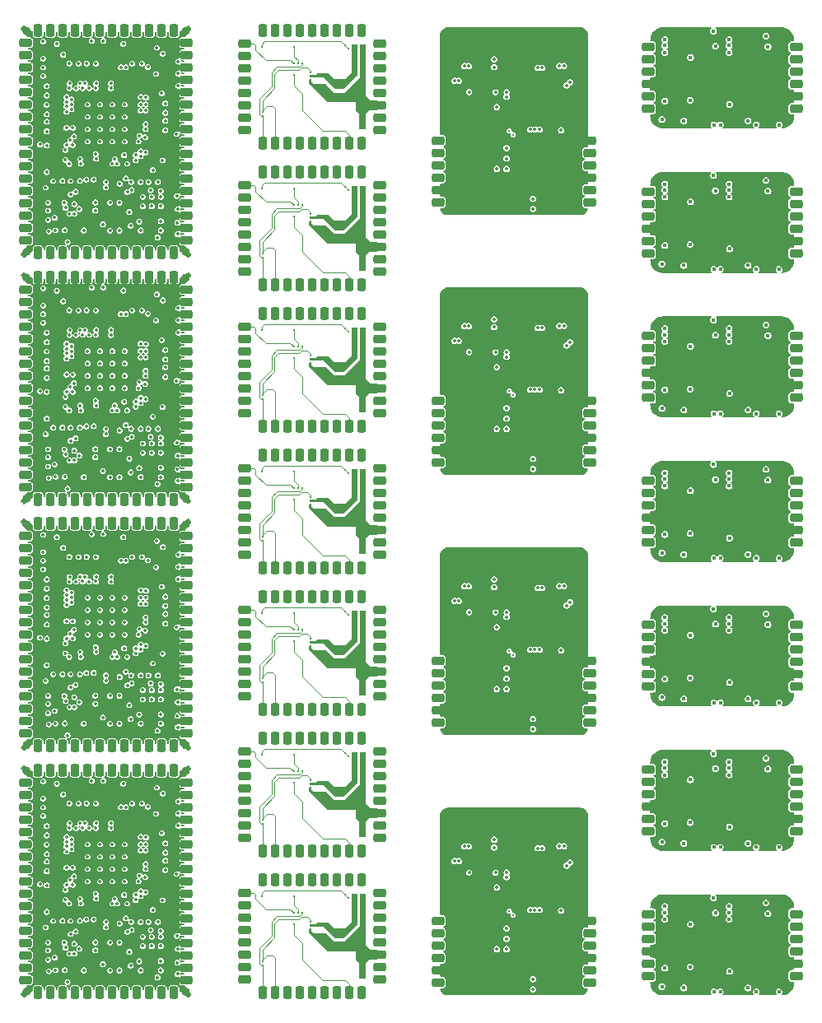
<source format=gbr>
%TF.GenerationSoftware,KiCad,Pcbnew,8.0.4*%
%TF.CreationDate,2024-12-12T16:30:21+01:00*%
%TF.ProjectId,Combined_Module_Panel,436f6d62-696e-4656-945f-4d6f64756c65,rev?*%
%TF.SameCoordinates,Original*%
%TF.FileFunction,Copper,L5,Inr*%
%TF.FilePolarity,Positive*%
%FSLAX46Y46*%
G04 Gerber Fmt 4.6, Leading zero omitted, Abs format (unit mm)*
G04 Created by KiCad (PCBNEW 8.0.4) date 2024-12-12 16:30:21*
%MOMM*%
%LPD*%
G01*
G04 APERTURE LIST*
G04 Aperture macros list*
%AMRoundRect*
0 Rectangle with rounded corners*
0 $1 Rounding radius*
0 $2 $3 $4 $5 $6 $7 $8 $9 X,Y pos of 4 corners*
0 Add a 4 corners polygon primitive as box body*
4,1,4,$2,$3,$4,$5,$6,$7,$8,$9,$2,$3,0*
0 Add four circle primitives for the rounded corners*
1,1,$1+$1,$2,$3*
1,1,$1+$1,$4,$5*
1,1,$1+$1,$6,$7*
1,1,$1+$1,$8,$9*
0 Add four rect primitives between the rounded corners*
20,1,$1+$1,$2,$3,$4,$5,0*
20,1,$1+$1,$4,$5,$6,$7,0*
20,1,$1+$1,$6,$7,$8,$9,0*
20,1,$1+$1,$8,$9,$2,$3,0*%
G04 Aperture macros list end*
%TA.AperFunction,CastellatedPad*%
%ADD10RoundRect,0.225000X-0.415000X0.225000X-0.415000X-0.225000X0.415000X-0.225000X0.415000X0.225000X0*%
%TD*%
%TA.AperFunction,CastellatedPad*%
%ADD11RoundRect,0.225000X0.415000X-0.225000X0.415000X0.225000X-0.415000X0.225000X-0.415000X-0.225000X0*%
%TD*%
%TA.AperFunction,CastellatedPad*%
%ADD12RoundRect,0.225000X0.225000X0.415000X-0.225000X0.415000X-0.225000X-0.415000X0.225000X-0.415000X0*%
%TD*%
%TA.AperFunction,CastellatedPad*%
%ADD13RoundRect,0.225000X-0.225000X-0.415000X0.225000X-0.415000X0.225000X0.415000X-0.225000X0.415000X0*%
%TD*%
%TA.AperFunction,HeatsinkPad*%
%ADD14C,0.400000*%
%TD*%
%TA.AperFunction,ViaPad*%
%ADD15C,0.400000*%
%TD*%
%TA.AperFunction,ViaPad*%
%ADD16C,0.350000*%
%TD*%
%TA.AperFunction,ViaPad*%
%ADD17C,0.250000*%
%TD*%
%TA.AperFunction,Conductor*%
%ADD18C,0.120000*%
%TD*%
G04 APERTURE END LIST*
D10*
%TO.N,N/C*%
%TO.C,J8*%
X172254162Y-69025833D03*
X172254162Y-67755833D03*
X172254162Y-66485833D03*
X172254162Y-65215833D03*
X172254162Y-63945833D03*
X172254162Y-62675833D03*
X157054162Y-62675833D03*
X157054162Y-63945833D03*
X157054162Y-65215833D03*
X157054162Y-66485833D03*
X157054162Y-67755833D03*
X157054162Y-69025833D03*
%TD*%
%TO.N,N/C*%
%TO.C,J1*%
X93065000Y-72735000D03*
X93065000Y-74005000D03*
X93065000Y-75275000D03*
X93065000Y-76545000D03*
X93065000Y-77815000D03*
X93065000Y-79085000D03*
X93065000Y-80355000D03*
X93065000Y-81625000D03*
D11*
X93065000Y-82895000D03*
X93065000Y-84165000D03*
X93065000Y-85435000D03*
X93065000Y-86705000D03*
X93065000Y-87975000D03*
X93065000Y-89245000D03*
X93065000Y-90515000D03*
X93065000Y-91785000D03*
X93065000Y-93055000D03*
D12*
X94335000Y-94325000D03*
X95605000Y-94325000D03*
X96875000Y-94325000D03*
X98145000Y-94325000D03*
X99415000Y-94325000D03*
X100685000Y-94325000D03*
D13*
X101955000Y-94325000D03*
X103225000Y-94325000D03*
X104495000Y-94325000D03*
X105765000Y-94325000D03*
X107035000Y-94325000D03*
X108305000Y-94325000D03*
D10*
X109575000Y-93055000D03*
X109575000Y-91785000D03*
X109575000Y-90515000D03*
X109575000Y-89245000D03*
X109575000Y-87975000D03*
X109575000Y-86705000D03*
X109575000Y-85435000D03*
X109575000Y-84165000D03*
X109575000Y-82895000D03*
X109575000Y-81625000D03*
X109575000Y-80355000D03*
X109575000Y-79085000D03*
D11*
X109575000Y-77815000D03*
X109575000Y-76545000D03*
X109575000Y-75275000D03*
X109575000Y-74005000D03*
X109575000Y-72735000D03*
D13*
X108305000Y-71465000D03*
X107035000Y-71465000D03*
X105765000Y-71465000D03*
X104495000Y-71465000D03*
X103225000Y-71465000D03*
D12*
X101955000Y-71465000D03*
X100685000Y-71465000D03*
X99415000Y-71465000D03*
X98145000Y-71465000D03*
X96875000Y-71465000D03*
X95605000Y-71465000D03*
X94335000Y-71465000D03*
%TD*%
D14*
%TO.N,N/C*%
%TO.C,U11*%
X145901303Y-58277361D03*
X144951303Y-57702361D03*
X146851303Y-57702361D03*
X145901303Y-57127361D03*
%TD*%
D10*
%TO.N,N/C*%
%TO.C,J8*%
X172254162Y-98755499D03*
X172254162Y-97485499D03*
X172254162Y-96215499D03*
X172254162Y-94945499D03*
X172254162Y-93675499D03*
X172254162Y-92405499D03*
X157054162Y-92405499D03*
X157054162Y-93675499D03*
X157054162Y-94945499D03*
X157054162Y-96215499D03*
X157054162Y-97485499D03*
X157054162Y-98755499D03*
%TD*%
%TO.N,N/C*%
%TO.C,J8*%
X172254162Y-83890666D03*
X172254162Y-82620666D03*
X172254162Y-81350666D03*
X172254162Y-80080666D03*
X172254162Y-78810666D03*
X172254162Y-77540666D03*
X157054162Y-77540666D03*
X157054162Y-78810666D03*
X157054162Y-80080666D03*
X157054162Y-81350666D03*
X157054162Y-82620666D03*
X157054162Y-83890666D03*
%TD*%
%TO.N,N/C*%
%TO.C,J2*%
X115585500Y-47441000D03*
X115585500Y-48711000D03*
X115585500Y-49981000D03*
X115585500Y-51251000D03*
X115585500Y-52521000D03*
X115585500Y-53791000D03*
X115585500Y-55061000D03*
X115585500Y-56331000D03*
D12*
X117430500Y-57686000D03*
X118700500Y-57686000D03*
X119970500Y-57686000D03*
X121240500Y-57686000D03*
X122510500Y-57686000D03*
X123780500Y-57686000D03*
X125050500Y-57686000D03*
X126320500Y-57686000D03*
X127590500Y-57686000D03*
D10*
X129435500Y-56331000D03*
X129435500Y-55061000D03*
X129435500Y-53791000D03*
X129435500Y-52521000D03*
X129435500Y-51251000D03*
X129435500Y-49981000D03*
X129435500Y-48711000D03*
X129435500Y-47441000D03*
D12*
X127590500Y-46086000D03*
X126320500Y-46086000D03*
X125050500Y-46086000D03*
X123780500Y-46086000D03*
X122510500Y-46086000D03*
X121240500Y-46086000D03*
X119970500Y-46086000D03*
X118700500Y-46086000D03*
X117430500Y-46086000D03*
%TD*%
D10*
%TO.N,N/C*%
%TO.C,J1*%
X93065000Y-123477000D03*
X93065000Y-124747000D03*
X93065000Y-126017000D03*
X93065000Y-127287000D03*
X93065000Y-128557000D03*
X93065000Y-129827000D03*
X93065000Y-131097000D03*
X93065000Y-132367000D03*
D11*
X93065000Y-133637000D03*
X93065000Y-134907000D03*
X93065000Y-136177000D03*
X93065000Y-137447000D03*
X93065000Y-138717000D03*
X93065000Y-139987000D03*
X93065000Y-141257000D03*
X93065000Y-142527000D03*
X93065000Y-143797000D03*
D12*
X94335000Y-145067000D03*
X95605000Y-145067000D03*
X96875000Y-145067000D03*
X98145000Y-145067000D03*
X99415000Y-145067000D03*
X100685000Y-145067000D03*
D13*
X101955000Y-145067000D03*
X103225000Y-145067000D03*
X104495000Y-145067000D03*
X105765000Y-145067000D03*
X107035000Y-145067000D03*
X108305000Y-145067000D03*
D10*
X109575000Y-143797000D03*
X109575000Y-142527000D03*
X109575000Y-141257000D03*
X109575000Y-139987000D03*
X109575000Y-138717000D03*
X109575000Y-137447000D03*
X109575000Y-136177000D03*
X109575000Y-134907000D03*
X109575000Y-133637000D03*
X109575000Y-132367000D03*
X109575000Y-131097000D03*
X109575000Y-129827000D03*
D11*
X109575000Y-128557000D03*
X109575000Y-127287000D03*
X109575000Y-126017000D03*
X109575000Y-124747000D03*
X109575000Y-123477000D03*
D13*
X108305000Y-122207000D03*
X107035000Y-122207000D03*
X105765000Y-122207000D03*
X104495000Y-122207000D03*
X103225000Y-122207000D03*
D12*
X101955000Y-122207000D03*
X100685000Y-122207000D03*
X99415000Y-122207000D03*
X98145000Y-122207000D03*
X96875000Y-122207000D03*
X95605000Y-122207000D03*
X94335000Y-122207000D03*
%TD*%
D14*
%TO.N,N/C*%
%TO.C,U11*%
X145901303Y-85030661D03*
X144951303Y-84455661D03*
X146851303Y-84455661D03*
X145901303Y-83880661D03*
%TD*%
D11*
%TO.N,N/C*%
%TO.C,J7*%
X135446000Y-84173622D03*
X135446000Y-85443622D03*
X135446000Y-86713622D03*
X135446000Y-87983622D03*
X135446000Y-89253622D03*
X135446000Y-90523622D03*
X151054162Y-90523622D03*
X151054162Y-89253622D03*
X151054162Y-87983622D03*
X151054162Y-86713622D03*
X151054162Y-85443622D03*
X151054162Y-84173622D03*
%TD*%
D10*
%TO.N,N/C*%
%TO.C,J8*%
X172254162Y-54161000D03*
X172254162Y-52891000D03*
X172254162Y-51621000D03*
X172254162Y-50351000D03*
X172254162Y-49081000D03*
X172254162Y-47811000D03*
X157054162Y-47811000D03*
X157054162Y-49081000D03*
X157054162Y-50351000D03*
X157054162Y-51621000D03*
X157054162Y-52891000D03*
X157054162Y-54161000D03*
%TD*%
%TO.N,N/C*%
%TO.C,J8*%
X172254162Y-113620332D03*
X172254162Y-112350332D03*
X172254162Y-111080332D03*
X172254162Y-109810332D03*
X172254162Y-108540332D03*
X172254162Y-107270332D03*
X157054162Y-107270332D03*
X157054162Y-108540332D03*
X157054162Y-109810332D03*
X157054162Y-111080332D03*
X157054162Y-112350332D03*
X157054162Y-113620332D03*
%TD*%
%TO.N,N/C*%
%TO.C,J2*%
X115585500Y-105689400D03*
X115585500Y-106959400D03*
X115585500Y-108229400D03*
X115585500Y-109499400D03*
X115585500Y-110769400D03*
X115585500Y-112039400D03*
X115585500Y-113309400D03*
X115585500Y-114579400D03*
D12*
X117430500Y-115934400D03*
X118700500Y-115934400D03*
X119970500Y-115934400D03*
X121240500Y-115934400D03*
X122510500Y-115934400D03*
X123780500Y-115934400D03*
X125050500Y-115934400D03*
X126320500Y-115934400D03*
X127590500Y-115934400D03*
D10*
X129435500Y-114579400D03*
X129435500Y-113309400D03*
X129435500Y-112039400D03*
X129435500Y-110769400D03*
X129435500Y-109499400D03*
X129435500Y-108229400D03*
X129435500Y-106959400D03*
X129435500Y-105689400D03*
D12*
X127590500Y-104334400D03*
X126320500Y-104334400D03*
X125050500Y-104334400D03*
X123780500Y-104334400D03*
X122510500Y-104334400D03*
X121240500Y-104334400D03*
X119970500Y-104334400D03*
X118700500Y-104334400D03*
X117430500Y-104334400D03*
%TD*%
D11*
%TO.N,N/C*%
%TO.C,J7*%
X135446000Y-57420322D03*
X135446000Y-58690322D03*
X135446000Y-59960322D03*
X135446000Y-61230322D03*
X135446000Y-62500322D03*
X135446000Y-63770322D03*
X151054162Y-63770322D03*
X151054162Y-62500322D03*
X151054162Y-61230322D03*
X151054162Y-59960322D03*
X151054162Y-58690322D03*
X151054162Y-57420322D03*
%TD*%
D10*
%TO.N,N/C*%
%TO.C,J1*%
X93065000Y-47364000D03*
X93065000Y-48634000D03*
X93065000Y-49904000D03*
X93065000Y-51174000D03*
X93065000Y-52444000D03*
X93065000Y-53714000D03*
X93065000Y-54984000D03*
X93065000Y-56254000D03*
D11*
X93065000Y-57524000D03*
X93065000Y-58794000D03*
X93065000Y-60064000D03*
X93065000Y-61334000D03*
X93065000Y-62604000D03*
X93065000Y-63874000D03*
X93065000Y-65144000D03*
X93065000Y-66414000D03*
X93065000Y-67684000D03*
D12*
X94335000Y-68954000D03*
X95605000Y-68954000D03*
X96875000Y-68954000D03*
X98145000Y-68954000D03*
X99415000Y-68954000D03*
X100685000Y-68954000D03*
D13*
X101955000Y-68954000D03*
X103225000Y-68954000D03*
X104495000Y-68954000D03*
X105765000Y-68954000D03*
X107035000Y-68954000D03*
X108305000Y-68954000D03*
D10*
X109575000Y-67684000D03*
X109575000Y-66414000D03*
X109575000Y-65144000D03*
X109575000Y-63874000D03*
X109575000Y-62604000D03*
X109575000Y-61334000D03*
X109575000Y-60064000D03*
X109575000Y-58794000D03*
X109575000Y-57524000D03*
X109575000Y-56254000D03*
X109575000Y-54984000D03*
X109575000Y-53714000D03*
D11*
X109575000Y-52444000D03*
X109575000Y-51174000D03*
X109575000Y-49904000D03*
X109575000Y-48634000D03*
X109575000Y-47364000D03*
D13*
X108305000Y-46094000D03*
X107035000Y-46094000D03*
X105765000Y-46094000D03*
X104495000Y-46094000D03*
X103225000Y-46094000D03*
D12*
X101955000Y-46094000D03*
X100685000Y-46094000D03*
X99415000Y-46094000D03*
X98145000Y-46094000D03*
X96875000Y-46094000D03*
X95605000Y-46094000D03*
X94335000Y-46094000D03*
%TD*%
D10*
%TO.N,N/C*%
%TO.C,J2*%
X115585500Y-120251500D03*
X115585500Y-121521500D03*
X115585500Y-122791500D03*
X115585500Y-124061500D03*
X115585500Y-125331500D03*
X115585500Y-126601500D03*
X115585500Y-127871500D03*
X115585500Y-129141500D03*
D12*
X117430500Y-130496500D03*
X118700500Y-130496500D03*
X119970500Y-130496500D03*
X121240500Y-130496500D03*
X122510500Y-130496500D03*
X123780500Y-130496500D03*
X125050500Y-130496500D03*
X126320500Y-130496500D03*
X127590500Y-130496500D03*
D10*
X129435500Y-129141500D03*
X129435500Y-127871500D03*
X129435500Y-126601500D03*
X129435500Y-125331500D03*
X129435500Y-124061500D03*
X129435500Y-122791500D03*
X129435500Y-121521500D03*
X129435500Y-120251500D03*
D12*
X127590500Y-118896500D03*
X126320500Y-118896500D03*
X125050500Y-118896500D03*
X123780500Y-118896500D03*
X122510500Y-118896500D03*
X121240500Y-118896500D03*
X119970500Y-118896500D03*
X118700500Y-118896500D03*
X117430500Y-118896500D03*
%TD*%
D11*
%TO.N,N/C*%
%TO.C,J7*%
X135446000Y-137696703D03*
X135446000Y-138966703D03*
X135446000Y-140236703D03*
X135446000Y-141506703D03*
X135446000Y-142776703D03*
X135446000Y-144046703D03*
X151054162Y-144046703D03*
X151054162Y-142776703D03*
X151054162Y-141506703D03*
X151054162Y-140236703D03*
X151054162Y-138966703D03*
X151054162Y-137696703D03*
%TD*%
D10*
%TO.N,N/C*%
%TO.C,J8*%
X172254162Y-143349998D03*
X172254162Y-142079998D03*
X172254162Y-140809998D03*
X172254162Y-139539998D03*
X172254162Y-138269998D03*
X172254162Y-136999998D03*
X157054162Y-136999998D03*
X157054162Y-138269998D03*
X157054162Y-139539998D03*
X157054162Y-140809998D03*
X157054162Y-142079998D03*
X157054162Y-143349998D03*
%TD*%
%TO.N,N/C*%
%TO.C,J2*%
X115585500Y-76565200D03*
X115585500Y-77835200D03*
X115585500Y-79105200D03*
X115585500Y-80375200D03*
X115585500Y-81645200D03*
X115585500Y-82915200D03*
X115585500Y-84185200D03*
X115585500Y-85455200D03*
D12*
X117430500Y-86810200D03*
X118700500Y-86810200D03*
X119970500Y-86810200D03*
X121240500Y-86810200D03*
X122510500Y-86810200D03*
X123780500Y-86810200D03*
X125050500Y-86810200D03*
X126320500Y-86810200D03*
X127590500Y-86810200D03*
D10*
X129435500Y-85455200D03*
X129435500Y-84185200D03*
X129435500Y-82915200D03*
X129435500Y-81645200D03*
X129435500Y-80375200D03*
X129435500Y-79105200D03*
X129435500Y-77835200D03*
X129435500Y-76565200D03*
D12*
X127590500Y-75210200D03*
X126320500Y-75210200D03*
X125050500Y-75210200D03*
X123780500Y-75210200D03*
X122510500Y-75210200D03*
X121240500Y-75210200D03*
X119970500Y-75210200D03*
X118700500Y-75210200D03*
X117430500Y-75210200D03*
%TD*%
D10*
%TO.N,N/C*%
%TO.C,J8*%
X172254162Y-128485165D03*
X172254162Y-127215165D03*
X172254162Y-125945165D03*
X172254162Y-124675165D03*
X172254162Y-123405165D03*
X172254162Y-122135165D03*
X157054162Y-122135165D03*
X157054162Y-123405165D03*
X157054162Y-124675165D03*
X157054162Y-125945165D03*
X157054162Y-127215165D03*
X157054162Y-128485165D03*
%TD*%
%TO.N,N/C*%
%TO.C,J1*%
X93065000Y-98106000D03*
X93065000Y-99376000D03*
X93065000Y-100646000D03*
X93065000Y-101916000D03*
X93065000Y-103186000D03*
X93065000Y-104456000D03*
X93065000Y-105726000D03*
X93065000Y-106996000D03*
D11*
X93065000Y-108266000D03*
X93065000Y-109536000D03*
X93065000Y-110806000D03*
X93065000Y-112076000D03*
X93065000Y-113346000D03*
X93065000Y-114616000D03*
X93065000Y-115886000D03*
X93065000Y-117156000D03*
X93065000Y-118426000D03*
D12*
X94335000Y-119696000D03*
X95605000Y-119696000D03*
X96875000Y-119696000D03*
X98145000Y-119696000D03*
X99415000Y-119696000D03*
X100685000Y-119696000D03*
D13*
X101955000Y-119696000D03*
X103225000Y-119696000D03*
X104495000Y-119696000D03*
X105765000Y-119696000D03*
X107035000Y-119696000D03*
X108305000Y-119696000D03*
D10*
X109575000Y-118426000D03*
X109575000Y-117156000D03*
X109575000Y-115886000D03*
X109575000Y-114616000D03*
X109575000Y-113346000D03*
X109575000Y-112076000D03*
X109575000Y-110806000D03*
X109575000Y-109536000D03*
X109575000Y-108266000D03*
X109575000Y-106996000D03*
X109575000Y-105726000D03*
X109575000Y-104456000D03*
D11*
X109575000Y-103186000D03*
X109575000Y-101916000D03*
X109575000Y-100646000D03*
X109575000Y-99376000D03*
X109575000Y-98106000D03*
D13*
X108305000Y-96836000D03*
X107035000Y-96836000D03*
X105765000Y-96836000D03*
X104495000Y-96836000D03*
X103225000Y-96836000D03*
D12*
X101955000Y-96836000D03*
X100685000Y-96836000D03*
X99415000Y-96836000D03*
X98145000Y-96836000D03*
X96875000Y-96836000D03*
X95605000Y-96836000D03*
X94335000Y-96836000D03*
%TD*%
D10*
%TO.N,N/C*%
%TO.C,J2*%
X115585500Y-62003100D03*
X115585500Y-63273100D03*
X115585500Y-64543100D03*
X115585500Y-65813100D03*
X115585500Y-67083100D03*
X115585500Y-68353100D03*
X115585500Y-69623100D03*
X115585500Y-70893100D03*
D12*
X117430500Y-72248100D03*
X118700500Y-72248100D03*
X119970500Y-72248100D03*
X121240500Y-72248100D03*
X122510500Y-72248100D03*
X123780500Y-72248100D03*
X125050500Y-72248100D03*
X126320500Y-72248100D03*
X127590500Y-72248100D03*
D10*
X129435500Y-70893100D03*
X129435500Y-69623100D03*
X129435500Y-68353100D03*
X129435500Y-67083100D03*
X129435500Y-65813100D03*
X129435500Y-64543100D03*
X129435500Y-63273100D03*
X129435500Y-62003100D03*
D12*
X127590500Y-60648100D03*
X126320500Y-60648100D03*
X125050500Y-60648100D03*
X123780500Y-60648100D03*
X122510500Y-60648100D03*
X121240500Y-60648100D03*
X119970500Y-60648100D03*
X118700500Y-60648100D03*
X117430500Y-60648100D03*
%TD*%
D14*
%TO.N,N/C*%
%TO.C,U11*%
X145901303Y-138553742D03*
X144951303Y-137978742D03*
X146851303Y-137978742D03*
X145901303Y-137403742D03*
%TD*%
D10*
%TO.N,N/C*%
%TO.C,J2*%
X115585500Y-134813600D03*
X115585500Y-136083600D03*
X115585500Y-137353600D03*
X115585500Y-138623600D03*
X115585500Y-139893600D03*
X115585500Y-141163600D03*
X115585500Y-142433600D03*
X115585500Y-143703600D03*
D12*
X117430500Y-145058600D03*
X118700500Y-145058600D03*
X119970500Y-145058600D03*
X121240500Y-145058600D03*
X122510500Y-145058600D03*
X123780500Y-145058600D03*
X125050500Y-145058600D03*
X126320500Y-145058600D03*
X127590500Y-145058600D03*
D10*
X129435500Y-143703600D03*
X129435500Y-142433600D03*
X129435500Y-141163600D03*
X129435500Y-139893600D03*
X129435500Y-138623600D03*
X129435500Y-137353600D03*
X129435500Y-136083600D03*
X129435500Y-134813600D03*
D12*
X127590500Y-133458600D03*
X126320500Y-133458600D03*
X125050500Y-133458600D03*
X123780500Y-133458600D03*
X122510500Y-133458600D03*
X121240500Y-133458600D03*
X119970500Y-133458600D03*
X118700500Y-133458600D03*
X117430500Y-133458600D03*
%TD*%
D11*
%TO.N,N/C*%
%TO.C,J7*%
X135446000Y-110926922D03*
X135446000Y-112196922D03*
X135446000Y-113466922D03*
X135446000Y-114736922D03*
X135446000Y-116006922D03*
X135446000Y-117276922D03*
X151054162Y-117276922D03*
X151054162Y-116006922D03*
X151054162Y-114736922D03*
X151054162Y-113466922D03*
X151054162Y-112196922D03*
X151054162Y-110926922D03*
%TD*%
D14*
%TO.N,N/C*%
%TO.C,U11*%
X145901303Y-111783961D03*
X144951303Y-111208961D03*
X146851303Y-111208961D03*
X145901303Y-110633961D03*
%TD*%
D10*
%TO.N,N/C*%
%TO.C,J2*%
X115585500Y-91127300D03*
X115585500Y-92397300D03*
X115585500Y-93667300D03*
X115585500Y-94937300D03*
X115585500Y-96207300D03*
X115585500Y-97477300D03*
X115585500Y-98747300D03*
X115585500Y-100017300D03*
D12*
X117430500Y-101372300D03*
X118700500Y-101372300D03*
X119970500Y-101372300D03*
X121240500Y-101372300D03*
X122510500Y-101372300D03*
X123780500Y-101372300D03*
X125050500Y-101372300D03*
X126320500Y-101372300D03*
X127590500Y-101372300D03*
D10*
X129435500Y-100017300D03*
X129435500Y-98747300D03*
X129435500Y-97477300D03*
X129435500Y-96207300D03*
X129435500Y-94937300D03*
X129435500Y-93667300D03*
X129435500Y-92397300D03*
X129435500Y-91127300D03*
D12*
X127590500Y-89772300D03*
X126320500Y-89772300D03*
X125050500Y-89772300D03*
X123780500Y-89772300D03*
X122510500Y-89772300D03*
X121240500Y-89772300D03*
X119970500Y-89772300D03*
X118700500Y-89772300D03*
X117430500Y-89772300D03*
%TD*%
D14*
%TO.N,N/C*%
%TO.C,U8*%
X139915581Y-135761103D03*
X139915581Y-133861103D03*
%TD*%
%TO.N,N/C*%
%TO.C,U8*%
X139915581Y-108991322D03*
X139915581Y-107091322D03*
%TD*%
%TO.N,N/C*%
%TO.C,U8*%
X139915581Y-82238022D03*
X139915581Y-80338022D03*
%TD*%
%TO.N,N/C*%
%TO.C,U8*%
X139915581Y-55484722D03*
X139915581Y-53584722D03*
%TD*%
D15*
%TO.N,*%
X160787495Y-111445332D03*
D16*
X143906000Y-115966650D03*
X148104503Y-109877600D03*
X100304000Y-102297000D03*
X148104503Y-115821322D03*
X98912500Y-52048250D03*
X138706000Y-126486431D03*
D15*
X163804162Y-55813500D03*
D17*
X142770581Y-83587261D03*
D16*
X139356000Y-46860050D03*
X149017665Y-51431829D03*
X95224000Y-78168000D03*
X149106000Y-140786431D03*
X95101000Y-138377000D03*
X100685000Y-105726000D03*
X104876000Y-117421000D03*
X140495581Y-129311103D03*
X97129000Y-135542000D03*
X104876000Y-58540000D03*
D15*
X160704162Y-129737665D03*
D16*
X97256000Y-134018000D03*
X138604907Y-49763707D03*
X96911000Y-73965000D03*
X95363000Y-139925000D03*
D15*
X169154162Y-91257999D03*
D16*
X146111581Y-126790703D03*
X97764000Y-79085000D03*
X94843000Y-49015000D03*
X95441000Y-142877000D03*
D15*
X161820828Y-81715666D03*
D16*
X138635581Y-89162900D03*
X143906000Y-46210050D03*
X103225000Y-106996000D03*
X96041000Y-65364000D03*
X98231750Y-102806000D03*
D15*
X161820828Y-141174998D03*
D16*
X103501000Y-113471000D03*
X136106000Y-51410050D03*
X100212000Y-140743000D03*
X145206000Y-47510050D03*
X147374907Y-130040088D03*
X143450581Y-139552981D03*
D15*
X158754162Y-142552498D03*
D16*
X105087000Y-63221000D03*
X138706000Y-127136431D03*
D15*
X161354162Y-68128333D03*
D16*
X103225000Y-104456000D03*
X146506000Y-47510050D03*
X97764000Y-129319000D03*
X99028000Y-92050000D03*
X99593250Y-52053500D03*
D15*
X164554162Y-61028333D03*
D16*
X108671000Y-140587000D03*
D15*
X167304162Y-55413500D03*
D16*
X150406000Y-128436431D03*
D15*
X163954162Y-62578333D03*
D16*
X137130958Y-131561103D03*
D15*
X165354162Y-136852498D03*
D16*
X148104503Y-60345000D03*
X104876000Y-105091000D03*
X150406000Y-49460050D03*
X146900958Y-130040088D03*
D15*
X167470829Y-110445332D03*
D16*
X94843000Y-47237000D03*
X149756000Y-101016650D03*
X99415000Y-133637000D03*
X138706000Y-127786431D03*
X99415000Y-105726000D03*
X148104503Y-56371000D03*
X140380581Y-132731103D03*
X144556000Y-100366650D03*
X143450581Y-84961500D03*
D15*
X159754162Y-81715666D03*
D16*
X136756000Y-129086431D03*
D15*
X158754162Y-97957999D03*
D16*
X148385581Y-82228022D03*
X149106000Y-117916650D03*
X103176000Y-84300000D03*
X136756000Y-115316650D03*
X140006000Y-63760050D03*
D15*
X158754162Y-106497829D03*
D16*
X150406000Y-55310050D03*
X103225000Y-79085000D03*
X104751000Y-133037000D03*
D15*
X168504162Y-79715666D03*
D16*
X105384000Y-130462000D03*
X95224000Y-134046000D03*
X104368000Y-109663000D03*
D17*
X122298000Y-94484800D03*
D16*
X150406000Y-129086431D03*
D17*
X122298000Y-138171100D03*
D16*
X141306000Y-126486431D03*
X99841000Y-72555000D03*
D15*
X159754162Y-66850833D03*
X165354162Y-78093166D03*
D17*
X127873000Y-76797700D03*
D16*
X148104503Y-114872200D03*
X148385581Y-135751103D03*
X147806000Y-47510050D03*
D17*
X120673000Y-120629000D03*
D16*
X98625000Y-137701000D03*
D15*
X158754162Y-47038497D03*
D16*
X149756000Y-140786431D03*
X149640005Y-105424435D03*
D17*
X142770581Y-56833961D03*
D16*
X106937000Y-139334000D03*
X95877000Y-86959000D03*
X103225000Y-131097000D03*
X140388581Y-100020922D03*
X103225000Y-81625000D03*
D15*
X162854162Y-51986000D03*
X158754162Y-47663500D03*
D16*
X145856000Y-127786431D03*
D15*
X160787495Y-81715666D03*
D16*
X142500581Y-132741103D03*
X95363000Y-63812000D03*
X103851000Y-66204000D03*
X137130958Y-76517007D03*
X141306000Y-99716650D03*
X141500581Y-139552981D03*
X98498000Y-125636000D03*
X101828000Y-51555000D03*
D17*
X120673000Y-62380600D03*
D16*
X138056000Y-73613350D03*
X146900958Y-76517007D03*
X97553000Y-141080000D03*
X150406000Y-76863350D03*
X136106000Y-52710050D03*
X144556000Y-46210050D03*
X148104503Y-142591103D03*
X141225581Y-49074722D03*
X142606000Y-46210050D03*
X107416000Y-56381000D03*
D17*
X122298000Y-109046900D03*
D15*
X159754162Y-94580499D03*
D17*
X125023000Y-139246100D03*
D16*
X143256000Y-99716650D03*
X141956000Y-126486431D03*
X145206000Y-127786431D03*
X149756000Y-128436431D03*
X142490581Y-87098300D03*
X148104503Y-140621381D03*
X97256000Y-81498000D03*
X99841000Y-97926000D03*
D17*
X126223000Y-77097700D03*
D16*
X137406000Y-116616650D03*
X104876000Y-134653000D03*
X148104503Y-113851600D03*
X97891000Y-106869000D03*
X97256000Y-79847000D03*
D15*
X169154162Y-61528333D03*
D16*
X95363000Y-89183000D03*
X136106000Y-102966650D03*
D17*
X125023000Y-140646100D03*
X125523000Y-82397700D03*
D16*
X99841000Y-47184000D03*
X141500581Y-80744622D03*
X103501000Y-88100000D03*
X139590581Y-52444722D03*
X104726000Y-116496000D03*
X104876000Y-109282000D03*
D15*
X165354162Y-121987665D03*
X163754162Y-75893166D03*
D16*
X141225581Y-130151103D03*
D17*
X125523000Y-96409800D03*
D16*
X142606000Y-127136431D03*
X96261000Y-72865000D03*
X106121000Y-60464000D03*
X105384000Y-81625000D03*
D17*
X126223000Y-62535600D03*
X125023000Y-51323500D03*
D15*
X162854162Y-66850833D03*
D16*
X95224000Y-105472000D03*
X150406000Y-101666650D03*
D15*
X161404162Y-123187665D03*
D16*
X97164000Y-64348000D03*
D17*
X121073000Y-93209800D03*
D16*
X97256000Y-78831000D03*
X105384000Y-105091000D03*
X102463000Y-59810000D03*
X103352000Y-100646000D03*
X143906000Y-62460050D03*
X102844000Y-49904000D03*
D15*
X159754162Y-49986000D03*
D16*
X102701000Y-87250000D03*
D15*
X165404162Y-113172832D03*
D16*
X100304000Y-84673000D03*
D15*
X162854162Y-111445332D03*
D16*
X108691000Y-143167000D03*
X106441000Y-75935000D03*
X98720000Y-59810000D03*
X150406000Y-127786431D03*
X136106000Y-132986431D03*
X96911000Y-124707000D03*
X108741000Y-127917000D03*
D17*
X121523000Y-49523500D03*
D15*
X166437496Y-110445332D03*
D17*
X125523000Y-80997700D03*
D16*
X104651000Y-133637000D03*
X106937000Y-141832000D03*
D17*
X127048000Y-77097700D03*
D16*
X100304000Y-76926000D03*
X138056000Y-46210050D03*
X148456000Y-74263350D03*
X105003000Y-49523000D03*
D15*
X160704162Y-85143166D03*
D16*
X142495581Y-79678022D03*
D17*
X125523000Y-80447700D03*
D16*
X148670380Y-78509198D03*
X149017665Y-78185129D03*
D15*
X166437496Y-109445332D03*
D16*
X143906000Y-142736431D03*
X96118000Y-117396000D03*
X99415000Y-104456000D03*
D17*
X125523000Y-81847700D03*
D16*
X96261000Y-123607000D03*
X149756000Y-114016650D03*
X141225581Y-103381322D03*
D17*
X125523000Y-51323500D03*
D16*
X103479000Y-110552000D03*
X137406000Y-63110050D03*
X142606000Y-73613350D03*
D17*
X117398000Y-141896100D03*
D16*
X104876000Y-79085000D03*
X97256000Y-53935003D03*
X98053000Y-90338000D03*
X148104503Y-62314722D03*
D15*
X168504162Y-126310165D03*
D16*
X100274000Y-52043000D03*
X139356000Y-127786431D03*
X95363000Y-115372000D03*
X136106000Y-131036431D03*
X101955000Y-129827000D03*
X100051000Y-137567000D03*
X97256000Y-105218000D03*
X143450581Y-59276600D03*
X104368000Y-84292000D03*
X94843000Y-126017000D03*
D17*
X117318000Y-91504800D03*
D15*
X169537496Y-141174998D03*
D17*
X125523000Y-67285600D03*
D16*
X146506000Y-101016650D03*
X142606000Y-99716650D03*
D15*
X167470829Y-95580499D03*
D16*
X95101000Y-87635000D03*
X96118000Y-66654000D03*
X146900958Y-49763707D03*
X97256000Y-103694000D03*
X104651000Y-108266000D03*
X147905581Y-49754722D03*
D17*
X125023000Y-95009800D03*
D16*
X97256000Y-104677003D03*
D15*
X169537496Y-49986000D03*
D16*
X96041000Y-90735000D03*
X149756000Y-142086431D03*
D17*
X127513000Y-84937700D03*
D16*
X145075581Y-50674722D03*
X144556000Y-127786431D03*
X145671632Y-76708022D03*
D15*
X162854162Y-64850833D03*
D16*
X150406000Y-48810050D03*
X146901303Y-136651103D03*
X97571000Y-51554000D03*
X141306000Y-72963350D03*
X97637000Y-133510000D03*
X136106000Y-52060050D03*
X95200261Y-129861888D03*
X141956000Y-100366650D03*
D15*
X161820828Y-65850833D03*
D16*
X141956000Y-72963350D03*
D15*
X161820828Y-79715666D03*
D16*
X148379530Y-49754722D03*
X138370581Y-91223300D03*
X100685000Y-82895000D03*
X149640005Y-78671135D03*
X98018000Y-107758000D03*
X98912500Y-128161250D03*
X106012000Y-89552000D03*
D15*
X165404162Y-68578333D03*
X160787495Y-94580499D03*
D16*
X103225000Y-80355000D03*
X105666000Y-112457000D03*
X148063781Y-63457722D03*
D15*
X168504162Y-109445332D03*
D16*
X106441000Y-126677000D03*
X141340581Y-132731103D03*
X103098000Y-98233000D03*
X145671632Y-130231103D03*
X95224000Y-102579000D03*
X142495581Y-52924722D03*
X138056000Y-72963350D03*
X137406000Y-127786431D03*
D17*
X127513000Y-70375600D03*
D16*
X149106000Y-74263350D03*
X104876000Y-135161000D03*
X103176000Y-109671000D03*
D15*
X157954162Y-91282999D03*
D16*
X142490581Y-138484581D03*
D15*
X164554162Y-90757999D03*
D16*
X103951000Y-87900000D03*
X136756000Y-79463350D03*
D17*
X125523000Y-111521900D03*
D16*
X147374907Y-49763707D03*
X100251000Y-58829000D03*
D15*
X170504162Y-70678333D03*
D16*
X147806000Y-126486431D03*
X97764000Y-78577000D03*
D15*
X158454162Y-144452498D03*
X168504162Y-110445332D03*
X169537496Y-140174998D03*
D17*
X122298000Y-124009000D03*
D16*
X149756000Y-102966650D03*
X106937000Y-116461000D03*
X107121000Y-59464000D03*
X106937000Y-114923000D03*
X97891000Y-134018000D03*
D15*
X160704162Y-144602498D03*
D16*
X143906000Y-100366650D03*
D15*
X165354162Y-47663500D03*
D16*
X103352000Y-126017000D03*
X107416000Y-129728000D03*
X100251000Y-84200000D03*
D15*
X163754162Y-90757999D03*
D16*
X149106000Y-61810050D03*
D15*
X161820828Y-109445332D03*
D16*
X147374907Y-76517007D03*
X148379530Y-103261322D03*
X144556000Y-73613350D03*
D15*
X164554162Y-120487665D03*
D16*
X149106000Y-47510050D03*
X101731669Y-66679000D03*
X99316000Y-74894000D03*
X105621000Y-75235000D03*
X103098000Y-123604000D03*
X145206000Y-46860050D03*
X100274000Y-102785000D03*
X108601000Y-113886000D03*
X106654000Y-87086000D03*
D15*
X158754162Y-122687665D03*
D16*
X100685000Y-132367000D03*
D15*
X161820828Y-110445332D03*
D16*
X108741000Y-51804000D03*
X97037000Y-114582000D03*
X99161000Y-76926000D03*
D15*
X158754162Y-77393166D03*
D16*
X104368000Y-135034000D03*
D15*
X165404162Y-98307999D03*
D16*
X97164000Y-89719000D03*
X143256000Y-46860050D03*
X149106000Y-46210050D03*
X100304000Y-135415000D03*
X141225581Y-75828022D03*
X106937000Y-140294000D03*
X146111581Y-100020922D03*
D17*
X125023000Y-111521900D03*
D16*
X102463000Y-110552000D03*
D15*
X158454162Y-70128333D03*
D16*
X149756000Y-127786431D03*
X108601000Y-63144000D03*
X149106000Y-113366650D03*
X149756000Y-129736431D03*
X97665000Y-137701000D03*
D15*
X158454162Y-114722832D03*
D17*
X121073000Y-122334000D03*
D16*
X102691669Y-66679000D03*
D15*
X166437496Y-66850833D03*
D16*
X145206000Y-127136431D03*
D17*
X117398000Y-84047700D03*
D16*
X150406000Y-108816650D03*
X95224000Y-51837000D03*
X97256000Y-130048003D03*
X137604907Y-103270307D03*
X105384000Y-109409000D03*
X97361000Y-93255000D03*
X147806000Y-46210050D03*
X148063781Y-143734103D03*
D17*
X122298000Y-123609000D03*
D16*
X142495581Y-133201103D03*
X140495581Y-49034722D03*
D15*
X168504162Y-125310165D03*
D16*
X98912500Y-77419250D03*
X137130958Y-78038022D03*
X145856000Y-74263350D03*
D17*
X125523000Y-126084000D03*
D16*
X94843000Y-125128000D03*
X137406000Y-101016650D03*
X104368000Y-84814226D03*
D15*
X159754162Y-80715666D03*
D16*
X144556000Y-46860050D03*
X103951000Y-138642000D03*
D15*
X167470829Y-141174998D03*
D16*
X149756000Y-58560050D03*
D15*
X165354162Y-122687665D03*
D16*
X99415000Y-82895000D03*
X147156000Y-100366650D03*
X97256000Y-129573000D03*
X149756000Y-141436431D03*
D17*
X125523000Y-125534000D03*
D16*
X150406000Y-48160050D03*
D15*
X167470829Y-109445332D03*
D16*
X106601000Y-118146000D03*
X140006000Y-144036431D03*
D17*
X122298000Y-94884800D03*
D16*
X149106000Y-126486431D03*
X136525581Y-60654722D03*
X140540581Y-113851600D03*
X149106000Y-60510050D03*
X145401303Y-83055661D03*
X106012000Y-88592000D03*
X137130958Y-104791322D03*
D15*
X161404162Y-138052498D03*
D16*
X108641000Y-91255000D03*
X97129000Y-83784000D03*
D17*
X125523000Y-67835600D03*
D15*
X169354162Y-136952498D03*
D16*
X107416000Y-107123000D03*
D15*
X158454162Y-99857999D03*
D16*
X99028000Y-142792000D03*
X105409400Y-78373800D03*
X97037000Y-139953000D03*
X140388581Y-73267622D03*
X149106000Y-87913350D03*
X148104503Y-88118900D03*
X108691000Y-117796000D03*
D17*
X117318000Y-62380600D03*
D16*
X100212000Y-90001000D03*
X108741000Y-77175000D03*
D17*
X126688000Y-76787700D03*
X120598000Y-93209800D03*
D16*
X100212000Y-115372000D03*
X107416000Y-130688000D03*
X103851000Y-91575000D03*
X142606000Y-72963350D03*
X95224000Y-127950000D03*
X99593250Y-77424500D03*
X101301000Y-138367000D03*
D17*
X122298000Y-50798500D03*
D15*
X169537496Y-79715666D03*
D17*
X125863000Y-47663500D03*
D16*
X97129000Y-110171000D03*
X143460581Y-64470000D03*
X97256000Y-53460000D03*
X148104503Y-61365600D03*
X105087000Y-113963000D03*
X97665000Y-86959000D03*
X105087000Y-140294000D03*
X138056000Y-128436431D03*
X97764000Y-129827000D03*
X138635581Y-110718600D03*
X99415000Y-132367000D03*
X136106000Y-74913350D03*
D17*
X127873000Y-99809800D03*
D15*
X161820828Y-80715666D03*
D16*
X144556000Y-47510050D03*
X108731000Y-125407000D03*
X104876000Y-137828000D03*
X95224000Y-52797000D03*
X142606000Y-46860050D03*
X103501000Y-62729000D03*
X148063781Y-116964322D03*
X136106000Y-48810050D03*
X106012000Y-114923000D03*
D15*
X167470829Y-124310165D03*
D16*
X147905581Y-130031103D03*
D15*
X165354162Y-92957999D03*
D16*
X100685000Y-108266000D03*
D15*
X163804162Y-145002498D03*
X160704162Y-70278333D03*
D16*
X140388581Y-46514322D03*
X99161000Y-102297000D03*
X99841000Y-123297000D03*
X106941000Y-138737000D03*
X139356000Y-99716650D03*
D17*
X125023000Y-140096100D03*
D16*
X95224000Y-128910000D03*
X138635581Y-115916200D03*
X103225000Y-82895000D03*
X149106000Y-88563350D03*
X97551000Y-77429750D03*
X138370581Y-144746381D03*
X95224000Y-83304000D03*
X96261000Y-98236000D03*
X139356000Y-100366650D03*
D17*
X127048000Y-47973500D03*
D15*
X160787495Y-96580499D03*
D16*
X145901303Y-56302361D03*
D17*
X127873000Y-105921900D03*
X121073000Y-136896100D03*
D16*
X144556000Y-127136431D03*
X149106000Y-72963350D03*
D15*
X165354162Y-107822832D03*
D16*
X96261000Y-47494000D03*
X95441000Y-92135000D03*
X100685000Y-133637000D03*
X97764000Y-104964000D03*
D17*
X125523000Y-140646100D03*
D15*
X169537496Y-95580499D03*
X170504162Y-85543166D03*
D16*
X136525581Y-87408022D03*
D15*
X163954162Y-136902498D03*
D16*
X108641000Y-65884000D03*
X98625000Y-112330000D03*
X138130958Y-103270307D03*
D15*
X165354162Y-61903330D03*
D16*
X139356000Y-72963350D03*
X138370581Y-117976600D03*
X98655634Y-127661762D03*
X136106000Y-131686431D03*
D17*
X121523000Y-64085600D03*
D16*
X106441000Y-101306000D03*
X103851000Y-142317000D03*
X100685000Y-131097000D03*
X96118000Y-92025000D03*
D15*
X169354162Y-77493166D03*
D16*
X100304000Y-51555000D03*
D15*
X160787495Y-95580499D03*
D16*
X138630581Y-52444722D03*
X108731000Y-101286000D03*
X105337613Y-133215879D03*
X99288000Y-86832000D03*
D17*
X126223000Y-91659800D03*
D16*
X150406000Y-82713350D03*
D15*
X163954162Y-47713500D03*
X163954162Y-92307999D03*
X169537496Y-110445332D03*
D16*
X97256000Y-130589000D03*
X100276000Y-49523000D03*
X143450581Y-87098300D03*
D15*
X160787495Y-139174998D03*
D16*
X99028000Y-117421000D03*
X148456000Y-46210050D03*
X97520000Y-135933000D03*
X102691669Y-89183500D03*
X143906000Y-127136431D03*
D15*
X162854162Y-81715666D03*
D17*
X117318000Y-106066900D03*
D16*
X150406000Y-109466650D03*
X98653000Y-135415000D03*
X138706000Y-73613350D03*
X138635581Y-83965300D03*
X150161581Y-126790703D03*
X103176000Y-58929000D03*
D17*
X125863000Y-105911900D03*
D16*
X149640005Y-51917835D03*
X105384000Y-56254000D03*
X107121000Y-84835000D03*
X100685000Y-57524000D03*
D17*
X120673000Y-94334800D03*
D16*
X94843000Y-100646000D03*
X97672000Y-62951000D03*
X136756000Y-127786431D03*
D15*
X166437496Y-141174998D03*
D16*
X137406000Y-102316650D03*
X99316000Y-125636000D03*
X98561000Y-115217000D03*
D17*
X125023000Y-96959800D03*
D16*
X137406000Y-75563350D03*
X95224000Y-111413000D03*
X100274000Y-77414000D03*
X136756000Y-115966650D03*
D17*
X125523000Y-96959800D03*
D16*
X97764000Y-53714000D03*
X145380581Y-106911322D03*
X106937000Y-64181000D03*
D15*
X164454162Y-85543166D03*
D16*
X95224000Y-131605000D03*
D15*
X158754162Y-121362662D03*
D16*
X145901303Y-83055661D03*
X139356000Y-74263350D03*
X141340581Y-105961322D03*
X103225000Y-132367000D03*
X99415000Y-131097000D03*
D17*
X127523000Y-91609800D03*
D16*
X138630581Y-79198022D03*
D17*
X120673000Y-138021100D03*
D16*
X105901000Y-113286000D03*
X98180000Y-88068000D03*
D17*
X125523000Y-66435600D03*
D16*
X145856000Y-47510050D03*
X141500581Y-53991322D03*
D15*
X160787495Y-50986000D03*
D17*
X126688000Y-91349800D03*
D16*
X136525581Y-138231103D03*
D17*
X127873000Y-114371900D03*
D16*
X100212000Y-114546000D03*
X149106000Y-140136431D03*
D15*
X167470829Y-94580499D03*
D16*
X101955000Y-133637000D03*
X149756000Y-48810050D03*
X149756000Y-87913350D03*
X150406000Y-136236431D03*
X141500581Y-60345000D03*
X102691669Y-142792000D03*
X97891000Y-57905000D03*
X106654000Y-61715000D03*
D15*
X166437496Y-96580499D03*
D16*
X101301000Y-137817000D03*
D15*
X161820828Y-51986000D03*
D16*
X145207503Y-90184700D03*
D15*
X163754162Y-120487665D03*
D16*
X101301000Y-61704000D03*
X98053000Y-141080000D03*
X96118000Y-142767000D03*
D17*
X127523000Y-120734000D03*
D16*
X106012000Y-64181000D03*
X149756000Y-74913350D03*
X142490581Y-113851600D03*
X147156000Y-99716650D03*
X141956000Y-99716650D03*
X149756000Y-89863350D03*
X149756000Y-49460050D03*
D15*
X158454162Y-129587665D03*
X159754162Y-79715666D03*
D16*
X149756000Y-144686431D03*
D15*
X169537496Y-51986000D03*
D16*
X103701000Y-115521000D03*
X106012000Y-63221000D03*
X141306000Y-73613350D03*
X105003000Y-74894000D03*
D15*
X158754162Y-91632996D03*
D16*
X136425581Y-136331103D03*
X148385581Y-108981322D03*
X150406000Y-134936431D03*
X105384000Y-55746000D03*
X97129000Y-84800000D03*
X106012000Y-139334000D03*
D17*
X120598000Y-107771900D03*
D16*
X149756000Y-74263350D03*
X137604907Y-104791322D03*
X105621000Y-100606000D03*
X142490581Y-111714800D03*
X101828000Y-102297000D03*
X145856000Y-101016650D03*
X98180000Y-113439000D03*
X101828000Y-77434000D03*
X138056000Y-101016650D03*
X150406000Y-77513350D03*
X95363000Y-140743000D03*
X136756000Y-102316650D03*
X99161000Y-51555000D03*
X149106000Y-59860050D03*
D17*
X126223000Y-106221900D03*
D16*
X101031000Y-123287000D03*
X148670380Y-51755898D03*
D15*
X170504162Y-55813500D03*
D16*
X97520000Y-110562000D03*
X104876000Y-61715000D03*
D17*
X121523000Y-122334000D03*
D16*
X136756000Y-106216650D03*
D15*
X162854162Y-79715666D03*
D16*
X149106000Y-46860050D03*
X94843000Y-126906000D03*
X103098000Y-47491000D03*
X136756000Y-89863350D03*
X95363000Y-64630000D03*
X136106000Y-50760050D03*
D17*
X127513000Y-114061900D03*
D16*
X104726000Y-91125000D03*
X105621000Y-49864000D03*
X97553000Y-64967000D03*
X136338581Y-126790703D03*
D15*
X158754162Y-83093166D03*
D16*
X103225000Y-54984000D03*
X136756000Y-132986431D03*
X137406000Y-106216650D03*
D15*
X169154162Y-76393166D03*
D16*
X97553000Y-90338000D03*
D15*
X168504162Y-51986000D03*
D17*
X143170581Y-142364581D03*
X120673000Y-91504800D03*
D16*
X148104503Y-89068022D03*
X148456000Y-100366650D03*
X138706000Y-74263350D03*
X99415000Y-56254000D03*
D15*
X158754162Y-137552498D03*
D16*
X95441000Y-117506000D03*
D15*
X166437496Y-80715666D03*
D16*
X95200261Y-79119888D03*
X150406000Y-82063350D03*
D15*
X162854162Y-141174998D03*
D16*
X136106000Y-127786431D03*
D15*
X166437496Y-126310165D03*
D16*
X138370581Y-64470000D03*
D15*
X169537496Y-109445332D03*
D16*
X104876000Y-129827000D03*
X104876000Y-142792000D03*
X150406000Y-129736431D03*
X95224000Y-54730000D03*
D15*
X168154162Y-70678333D03*
D16*
X149756000Y-87263350D03*
D15*
X168504162Y-141174998D03*
D16*
X104726000Y-65754000D03*
X104876000Y-59048000D03*
X105384000Y-81117000D03*
D15*
X166437496Y-94580499D03*
D16*
X149106000Y-141436431D03*
X100276000Y-74894000D03*
D17*
X143170581Y-115594800D03*
D16*
X103225000Y-129827000D03*
D15*
X158454162Y-84993166D03*
D17*
X117398000Y-54523500D03*
D16*
X149756000Y-61810050D03*
D17*
X125023000Y-67285600D03*
D16*
X145206000Y-99716650D03*
D15*
X166437496Y-139174998D03*
D16*
X149756000Y-88563350D03*
X145206000Y-72963350D03*
X147156000Y-127136431D03*
X100212000Y-139917000D03*
X149756000Y-143386431D03*
X102209000Y-135415000D03*
X94531000Y-108566000D03*
X101955000Y-85181000D03*
X102209000Y-84673000D03*
D15*
X159754162Y-125310165D03*
X169354162Y-62628333D03*
D16*
X97672000Y-88322000D03*
D17*
X117318000Y-135191100D03*
D16*
X150406000Y-135586431D03*
X100051000Y-112196000D03*
D17*
X117398000Y-142296100D03*
D16*
X108691000Y-67054000D03*
X100251000Y-109571000D03*
D17*
X125523000Y-124684000D03*
D15*
X169154162Y-135852498D03*
X168504162Y-96580499D03*
D16*
X101955000Y-132367000D03*
X100685000Y-80355000D03*
X142490581Y-86029900D03*
X95224000Y-77208000D03*
X97672000Y-113693000D03*
X103987000Y-100265000D03*
D17*
X121073000Y-78647700D03*
D15*
X168154162Y-145002498D03*
D16*
X101955000Y-131097000D03*
X105901000Y-87915000D03*
D15*
X161354162Y-82993166D03*
D16*
X143256000Y-73613350D03*
X138056000Y-100366650D03*
D15*
X161354162Y-142452498D03*
D16*
X105384000Y-53714000D03*
X136106000Y-101016650D03*
X146900958Y-103270307D03*
X147156000Y-72963350D03*
X108559000Y-132875000D03*
X104368000Y-59443226D03*
D15*
X164454162Y-70678333D03*
D16*
X95877000Y-112330000D03*
X150406000Y-76213350D03*
X137604907Y-78038022D03*
X104876000Y-129065000D03*
X138056000Y-74913350D03*
X137130958Y-130040088D03*
X148379530Y-76508022D03*
D17*
X122298000Y-94084800D03*
D15*
X168504162Y-124310165D03*
D16*
X105337613Y-82473879D03*
X137604907Y-131561103D03*
X108731000Y-74665000D03*
X148379530Y-130031103D03*
X108671000Y-89845000D03*
X141306000Y-46860050D03*
X149756000Y-102316650D03*
X101955000Y-56254000D03*
D15*
X166437496Y-49986000D03*
D16*
X104368000Y-110185226D03*
X150406000Y-74913350D03*
X141225581Y-49874722D03*
X149106000Y-127786431D03*
X136106000Y-76213350D03*
X137604907Y-76517007D03*
D17*
X127513000Y-143186100D03*
D15*
X160787495Y-124310165D03*
D17*
X125523000Y-110121900D03*
D16*
X104876000Y-54349000D03*
D17*
X125023000Y-95559800D03*
D16*
X145401303Y-56302361D03*
D15*
X158754162Y-76768163D03*
D16*
X95363000Y-116332000D03*
X142606000Y-126486431D03*
X105087000Y-89552000D03*
X108559000Y-82133000D03*
D17*
X142770581Y-109940561D03*
X120598000Y-122334000D03*
X125023000Y-124134000D03*
D16*
X94531000Y-83195000D03*
D15*
X160787495Y-79715666D03*
D16*
X100685000Y-106996000D03*
D15*
X159754162Y-140174998D03*
D16*
X144901303Y-83055661D03*
X143450581Y-140621381D03*
X145207503Y-91223300D03*
X143450581Y-63431400D03*
X140495581Y-75788022D03*
X137604907Y-51284722D03*
X140380581Y-105961322D03*
X98625000Y-86959000D03*
D15*
X167470829Y-79715666D03*
D16*
X145206000Y-101016650D03*
X148114581Y-91354022D03*
D17*
X122298000Y-79922700D03*
D15*
X160787495Y-110445332D03*
D16*
X94843000Y-99757000D03*
D15*
X163804162Y-85543166D03*
D16*
X149756000Y-91163350D03*
X94843000Y-76164000D03*
X105409400Y-53002800D03*
X107416000Y-54575000D03*
X107416000Y-79946000D03*
X137130958Y-103270307D03*
X102844000Y-75275000D03*
X136756000Y-88563350D03*
D15*
X164454162Y-55813500D03*
D16*
X103888000Y-137828000D03*
X104876000Y-103694000D03*
X136756000Y-91163350D03*
X148104503Y-86079700D03*
X148063781Y-90211022D03*
D17*
X121073000Y-49523500D03*
D16*
X149106000Y-115316650D03*
X108731000Y-126657000D03*
X95363000Y-65590000D03*
X101301000Y-87625000D03*
X138056000Y-46860050D03*
X139356000Y-126486431D03*
X149106000Y-114666650D03*
X104368000Y-135556226D03*
D15*
X167470829Y-66850833D03*
D16*
X143256000Y-46210050D03*
D17*
X127873000Y-62235600D03*
D16*
X142490581Y-59276600D03*
X101955000Y-108266000D03*
X105384000Y-54349000D03*
X95224000Y-57933000D03*
X136106000Y-48160050D03*
X103352000Y-75275000D03*
X103352000Y-86705000D03*
D15*
X157954162Y-106147832D03*
D16*
X138056000Y-74263350D03*
D17*
X127523000Y-106171900D03*
D16*
X136756000Y-89213350D03*
X150161581Y-73267622D03*
X99415000Y-57524000D03*
D15*
X158754162Y-121987665D03*
X160787495Y-125310165D03*
D16*
X145075581Y-77428022D03*
D15*
X164554162Y-75893166D03*
D16*
X103888000Y-61715000D03*
D15*
X159754162Y-95580499D03*
D16*
X141306000Y-100366650D03*
D17*
X122298000Y-79522700D03*
D16*
X97037000Y-89211000D03*
X136525581Y-57954722D03*
X106012000Y-113963000D03*
D15*
X158754162Y-63228333D03*
D16*
X136106000Y-128436431D03*
X97129000Y-134526000D03*
D15*
X169537496Y-66850833D03*
D16*
X137406000Y-144686431D03*
D17*
X125863000Y-62225600D03*
D16*
X101001000Y-142167000D03*
X94843000Y-101535000D03*
X143450581Y-86029900D03*
X145380581Y-52484722D03*
X136525581Y-139631103D03*
X103987000Y-49523000D03*
X136756000Y-52710050D03*
D15*
X158754162Y-53363500D03*
D16*
X136425581Y-82808022D03*
X150406000Y-134286431D03*
X107162000Y-73878000D03*
X150161581Y-46514322D03*
X103851000Y-116946000D03*
D17*
X117318000Y-76942700D03*
D16*
X108731000Y-50544000D03*
X149106000Y-114016650D03*
X108601000Y-88515000D03*
X148104503Y-59326400D03*
X97571000Y-102296000D03*
X97256000Y-108647000D03*
D15*
X167470829Y-51986000D03*
D16*
X148104503Y-83124300D03*
X138130958Y-130040088D03*
X143450581Y-58208200D03*
X137406000Y-105566650D03*
X98653000Y-110044000D03*
X136106000Y-101666650D03*
X148456000Y-73613350D03*
X97764000Y-130335000D03*
X106527000Y-73243000D03*
D17*
X125023000Y-138696100D03*
D16*
X100276000Y-125636000D03*
X100304000Y-110044000D03*
X106937000Y-65719000D03*
X149017665Y-104938429D03*
D15*
X160787495Y-126310165D03*
D16*
X100051000Y-86825000D03*
D15*
X157954162Y-46688500D03*
D16*
X143906000Y-46860050D03*
X106601000Y-143517000D03*
X101001000Y-91425000D03*
X101031000Y-97916000D03*
X101731669Y-92050000D03*
X101731669Y-117421000D03*
X107416000Y-78986000D03*
X100685000Y-79085000D03*
D15*
X157954162Y-61553333D03*
X161820828Y-139174998D03*
D16*
X104751000Y-82295000D03*
X101955000Y-81625000D03*
X144901303Y-136578742D03*
X99161000Y-127668000D03*
X150406000Y-80763350D03*
X102691669Y-117421000D03*
X97256000Y-54476000D03*
X148456000Y-99716650D03*
D17*
X127048000Y-91659800D03*
D15*
X165354162Y-76768163D03*
D16*
X98720000Y-110552000D03*
D15*
X166437496Y-81715666D03*
D16*
X136756000Y-142086431D03*
X145207503Y-117976600D03*
D15*
X167470829Y-140174998D03*
X158454162Y-55263500D03*
X169537496Y-64850833D03*
X161404162Y-78593166D03*
D16*
X141956000Y-73613350D03*
X95363000Y-90001000D03*
X99288000Y-61461000D03*
D15*
X168504162Y-64850833D03*
D17*
X120673000Y-65210600D03*
D16*
X137406000Y-78813350D03*
D17*
X117398000Y-83647700D03*
D16*
X149106000Y-64410050D03*
D15*
X160704162Y-100007999D03*
D16*
X105666000Y-87086000D03*
D15*
X169537496Y-96580499D03*
D16*
X149756000Y-61160050D03*
X148456000Y-101016650D03*
X105384000Y-106488000D03*
X107121000Y-135577000D03*
D17*
X120598000Y-136896100D03*
D16*
X98561000Y-140588000D03*
D15*
X167470829Y-96580499D03*
D16*
X138056000Y-126486431D03*
D15*
X167470829Y-49986000D03*
D16*
X149106000Y-142086431D03*
X148385581Y-55474722D03*
D17*
X125523000Y-124134000D03*
D16*
X137406000Y-64410050D03*
X98655634Y-51548762D03*
X150406000Y-47510050D03*
X96837000Y-137701000D03*
X106654000Y-112457000D03*
X143256000Y-127136431D03*
X136425581Y-109561322D03*
X97891000Y-83276000D03*
X147156000Y-73613350D03*
D17*
X121523000Y-78647700D03*
D16*
X105337613Y-107844879D03*
D15*
X166437496Y-51986000D03*
D16*
X136756000Y-132336431D03*
D15*
X160704162Y-55413500D03*
D16*
X137406000Y-132986431D03*
X94531000Y-57824000D03*
X97129000Y-109155000D03*
X150406000Y-81413350D03*
X147156000Y-46210050D03*
D15*
X168504162Y-50986000D03*
X161354162Y-53263500D03*
D16*
X100251000Y-134942000D03*
D17*
X125523000Y-65885600D03*
D16*
X100212000Y-89175000D03*
X104876000Y-87086000D03*
X149106000Y-73613350D03*
X137604907Y-49763707D03*
X103176000Y-135042000D03*
D17*
X125023000Y-125534000D03*
X120673000Y-47818500D03*
D16*
X95224000Y-86042000D03*
X95101000Y-113006000D03*
X99028000Y-66679000D03*
X101828000Y-127668000D03*
X146111581Y-46514322D03*
D15*
X163804162Y-130137665D03*
D16*
X108731000Y-100036000D03*
D15*
X162854162Y-94580499D03*
D17*
X117318000Y-120629000D03*
D16*
X105087000Y-64181000D03*
D15*
X167470829Y-50986000D03*
D16*
X147806000Y-99716650D03*
X106601000Y-67404000D03*
D15*
X167470829Y-64850833D03*
D16*
X100685000Y-81625000D03*
D15*
X159754162Y-109445332D03*
X162854162Y-109445332D03*
D17*
X125523000Y-139246100D03*
D16*
X102844000Y-126017000D03*
X106527000Y-47872000D03*
D15*
X163954162Y-122037665D03*
D17*
X127873000Y-47673500D03*
D15*
X166437496Y-140174998D03*
D16*
X139356000Y-101016650D03*
X101301000Y-87075000D03*
X143906000Y-73613350D03*
X97256000Y-79306003D03*
X136756000Y-101666650D03*
D17*
X122298000Y-109446900D03*
D16*
X97520000Y-85191000D03*
X94843000Y-123350000D03*
D15*
X167304162Y-70278333D03*
X169537496Y-125310165D03*
X167304162Y-100007999D03*
D16*
X108731000Y-75915000D03*
X148104503Y-139602781D03*
X145671632Y-49954722D03*
X147905581Y-76508022D03*
X101955000Y-135923000D03*
X136525581Y-112861322D03*
D17*
X127523000Y-47923500D03*
D16*
X94843000Y-50793000D03*
X103225000Y-57524000D03*
X145206000Y-46210050D03*
X149756000Y-75563350D03*
X149756000Y-47510050D03*
X102691669Y-92050000D03*
X148670380Y-105262498D03*
X94843000Y-97979000D03*
X95363000Y-141703000D03*
D17*
X125023000Y-109571900D03*
D15*
X166437496Y-79715666D03*
D16*
X95224000Y-81851000D03*
X145206000Y-126486431D03*
X144556000Y-126486431D03*
X100304000Y-127668000D03*
X102209000Y-59302000D03*
X148104503Y-136647381D03*
X103951000Y-62529000D03*
X103951000Y-113271000D03*
X99593250Y-102795500D03*
D15*
X159754162Y-141174998D03*
D16*
X145206000Y-74263350D03*
D17*
X143170581Y-137110342D03*
D15*
X169354162Y-47763500D03*
D16*
X105384000Y-79085000D03*
X136106000Y-106216650D03*
X140495581Y-102541322D03*
X102463000Y-85181000D03*
D15*
X163804162Y-115272832D03*
D16*
X106121000Y-85835000D03*
D15*
X159754162Y-51986000D03*
D16*
X145901303Y-109808961D03*
D15*
X168154162Y-130137665D03*
X161404162Y-108322832D03*
D16*
X101301000Y-112446000D03*
X137130958Y-49763707D03*
X97538000Y-125636000D03*
X137406000Y-52710050D03*
X148456000Y-127136431D03*
D15*
X162854162Y-110445332D03*
D17*
X122298000Y-65360600D03*
D16*
X144901303Y-56302361D03*
X101828000Y-102805000D03*
D17*
X125023000Y-80447700D03*
D16*
X142490581Y-140621381D03*
D15*
X165354162Y-121362662D03*
D16*
X138635581Y-57212000D03*
D15*
X169537496Y-80715666D03*
X160787495Y-49986000D03*
D16*
X137406000Y-89213350D03*
X104876000Y-79720000D03*
D17*
X127873000Y-91359800D03*
D16*
X98018000Y-57016000D03*
D17*
X125523000Y-110971900D03*
D16*
X106527000Y-98614000D03*
D15*
X169537496Y-124310165D03*
D16*
X105901000Y-62544000D03*
D15*
X163754162Y-46163500D03*
D17*
X125023000Y-124684000D03*
X143170581Y-110340561D03*
D16*
X137406000Y-73613350D03*
D15*
X160787495Y-141174998D03*
D16*
X104751000Y-107666000D03*
X149756000Y-114666650D03*
D15*
X162854162Y-50986000D03*
D16*
X101955000Y-106996000D03*
D15*
X170504162Y-130137665D03*
D16*
X102701000Y-112621000D03*
D17*
X120673000Y-123459000D03*
X125023000Y-110121900D03*
D16*
X106012000Y-140294000D03*
X146506000Y-127786431D03*
D15*
X162854162Y-96580499D03*
D16*
X97037000Y-63840000D03*
X136525581Y-114161322D03*
X143906000Y-137536431D03*
X143450581Y-90184700D03*
X138706000Y-47510050D03*
X101955000Y-104456000D03*
X136106000Y-75563350D03*
D15*
X165354162Y-63228333D03*
D16*
X138706000Y-100366650D03*
D17*
X142770581Y-136710342D03*
D16*
X136756000Y-47510050D03*
D17*
X143170581Y-83587261D03*
D16*
X145380581Y-80158022D03*
X149756000Y-48160050D03*
X148114581Y-64600722D03*
D15*
X163804162Y-70678333D03*
D17*
X120673000Y-76942700D03*
D16*
X137406000Y-62460050D03*
D15*
X166437496Y-124310165D03*
D16*
X103352000Y-61334000D03*
X105901000Y-138657000D03*
X145380581Y-133681103D03*
D17*
X127873000Y-135046100D03*
D16*
X106941000Y-113366000D03*
X143460581Y-91223300D03*
X95224000Y-136784000D03*
X107416000Y-106135000D03*
X141500581Y-87098300D03*
D15*
X159754162Y-64850833D03*
D16*
X137406000Y-74913350D03*
X143450581Y-60345000D03*
X106121000Y-136577000D03*
X150406000Y-107516650D03*
X138706000Y-99716650D03*
X150406000Y-102316650D03*
D15*
X169154162Y-46663500D03*
D16*
X136106000Y-76863350D03*
D15*
X165354162Y-137552498D03*
D16*
X136756000Y-48810050D03*
D17*
X121073000Y-107771900D03*
D15*
X164454162Y-130137665D03*
D16*
X142500581Y-105971322D03*
X108671000Y-115216000D03*
X136106000Y-130386431D03*
D15*
X164554162Y-135352498D03*
D16*
X137406000Y-132336431D03*
D15*
X165354162Y-106497829D03*
D16*
X98053000Y-114709000D03*
D17*
X142770581Y-137110342D03*
D16*
X150161581Y-100020922D03*
X98053000Y-89338000D03*
X96837000Y-112330000D03*
X141225581Y-102581322D03*
D15*
X164554162Y-46163500D03*
X161820828Y-49986000D03*
D16*
X99415000Y-106996000D03*
D15*
X163754162Y-105622832D03*
D16*
X108641000Y-141997000D03*
D15*
X169354162Y-92357999D03*
D16*
X98655634Y-102290762D03*
D17*
X125523000Y-53273500D03*
D16*
X148104503Y-141641981D03*
X143256000Y-72963350D03*
D15*
X158754162Y-62528333D03*
D16*
X142490581Y-139552981D03*
X149640005Y-132194216D03*
D15*
X168154162Y-55813500D03*
D16*
X136106000Y-77513350D03*
X95224000Y-80863000D03*
D15*
X167470829Y-139174998D03*
D16*
X137406000Y-127136431D03*
X136756000Y-116616650D03*
X147156000Y-74263350D03*
X104876000Y-104456000D03*
X145206000Y-100366650D03*
X98498000Y-49523000D03*
X143450581Y-138484581D03*
X97891000Y-81498000D03*
X139356000Y-46210050D03*
D15*
X165404162Y-128037665D03*
D16*
X138130958Y-76517007D03*
D15*
X165354162Y-136227495D03*
D16*
X146145581Y-76708022D03*
X136106000Y-74263350D03*
D15*
X162854162Y-140174998D03*
D16*
X136756000Y-105566650D03*
X146901303Y-109881322D03*
D15*
X165404162Y-83443166D03*
D16*
X105384000Y-106996000D03*
D15*
X160787495Y-64850833D03*
D16*
X149756000Y-117916650D03*
D15*
X161820828Y-94580499D03*
X159754162Y-126310165D03*
D16*
X99415000Y-80355000D03*
X136106000Y-50110050D03*
X106527000Y-123985000D03*
X100212000Y-64630000D03*
D17*
X120673000Y-50648500D03*
D16*
X136106000Y-103616650D03*
X100276000Y-100265000D03*
X105409400Y-103744800D03*
X95200261Y-104490888D03*
D17*
X125023000Y-52723500D03*
D16*
X145207503Y-81813022D03*
D15*
X168504162Y-65850833D03*
D16*
X150406000Y-50760050D03*
D17*
X117398000Y-127734000D03*
D15*
X170504162Y-145002498D03*
D16*
X107035000Y-103313000D03*
X101955000Y-80355000D03*
D15*
X159754162Y-65850833D03*
X169537496Y-111445332D03*
D16*
X149106000Y-127136431D03*
X145207503Y-143707781D03*
X97571000Y-127667000D03*
X142606000Y-100366650D03*
X105384000Y-134780000D03*
D15*
X160787495Y-109445332D03*
D16*
X98053000Y-63967000D03*
X98231750Y-52064000D03*
X136756000Y-48160050D03*
X100685000Y-129827000D03*
X103701000Y-140892000D03*
X149106000Y-99716650D03*
X146145581Y-103461322D03*
D17*
X117318000Y-47818500D03*
D15*
X164454162Y-145002498D03*
D17*
X120598000Y-49523500D03*
D16*
X98561000Y-89846000D03*
D17*
X125523000Y-109571900D03*
D16*
X136525581Y-111461322D03*
D15*
X169537496Y-65850833D03*
D17*
X120598000Y-64085600D03*
D15*
X158754162Y-127687665D03*
D16*
X136525581Y-140931103D03*
D17*
X122298000Y-80322700D03*
D16*
X149756000Y-138836431D03*
D17*
X126223000Y-47973500D03*
D16*
X97665000Y-112330000D03*
X145207503Y-55059722D03*
X106941000Y-62624000D03*
X105337613Y-57102879D03*
D15*
X166437496Y-95580499D03*
D17*
X122298000Y-108646900D03*
D16*
X102701000Y-137992000D03*
X136756000Y-143386431D03*
X138604907Y-130040088D03*
X106937000Y-113963000D03*
X138604907Y-76517007D03*
X107416000Y-105317000D03*
D17*
X127048000Y-135346100D03*
X127513000Y-55813500D03*
D15*
X159754162Y-110445332D03*
D17*
X120598000Y-78647700D03*
D16*
X140540581Y-140621381D03*
D17*
X126688000Y-105911900D03*
D16*
X140380581Y-79208022D03*
X147156000Y-101016650D03*
X137406000Y-117916650D03*
X98498000Y-74894000D03*
X142490581Y-84961500D03*
D17*
X142770581Y-56433961D03*
D16*
X138056000Y-101666650D03*
X141956000Y-46860050D03*
D17*
X125523000Y-95009800D03*
D16*
X138706000Y-101016650D03*
X137406000Y-101666650D03*
D17*
X122298000Y-51198500D03*
D16*
X105087000Y-88592000D03*
X147156000Y-46860050D03*
X99415000Y-53714000D03*
X145075581Y-104181322D03*
X107035000Y-52571000D03*
D17*
X126688000Y-120474000D03*
D16*
X136338581Y-73267622D03*
X136106000Y-49460050D03*
X106937000Y-142792000D03*
D15*
X161820828Y-64850833D03*
D16*
X99415000Y-79085000D03*
D17*
X120673000Y-106066900D03*
D16*
X97078000Y-92025000D03*
D15*
X169537496Y-126310165D03*
X167304162Y-129737665D03*
D17*
X121523000Y-93209800D03*
D16*
X150406000Y-54010050D03*
X100304000Y-59302000D03*
D17*
X120673000Y-108896900D03*
D16*
X101955000Y-57524000D03*
X101955000Y-59810000D03*
X101955000Y-54984000D03*
D17*
X125023000Y-110971900D03*
D16*
X136106000Y-105566650D03*
D17*
X127523000Y-62485600D03*
D16*
X101031000Y-47174000D03*
X104751000Y-56924000D03*
X138130958Y-49763707D03*
X106937000Y-92050000D03*
X147905581Y-103261322D03*
D15*
X165404162Y-142902498D03*
D16*
X101828000Y-52063000D03*
X101301000Y-112996000D03*
X102844000Y-100646000D03*
X145075581Y-130951103D03*
X95224000Y-132593000D03*
X97571000Y-76925000D03*
D17*
X125023000Y-126084000D03*
D16*
X144556000Y-101016650D03*
X147806000Y-72963350D03*
D15*
X161354162Y-112722832D03*
D16*
X137406000Y-48810050D03*
X97891000Y-132240000D03*
X147806000Y-100366650D03*
X100051000Y-61454000D03*
X136756000Y-63110050D03*
D15*
X167470829Y-80715666D03*
D16*
X149106000Y-100366650D03*
D17*
X122298000Y-64960600D03*
D16*
X101731669Y-63812500D03*
D15*
X168504162Y-111445332D03*
D16*
X102691669Y-139925500D03*
X105621000Y-125977000D03*
D17*
X127513000Y-128624000D03*
D16*
X97129000Y-58413000D03*
X98912500Y-102790250D03*
X143450581Y-112783200D03*
D17*
X127873000Y-70685600D03*
D16*
X99316000Y-49523000D03*
X106941000Y-87995000D03*
X145401303Y-136578742D03*
D15*
X166437496Y-65850833D03*
X163804162Y-100407999D03*
D16*
X97256000Y-129065000D03*
D15*
X166437496Y-64850833D03*
D17*
X122298000Y-138571100D03*
D16*
X150406000Y-50110050D03*
D17*
X125863000Y-135036100D03*
D15*
X158754162Y-136852498D03*
D16*
X97129000Y-59429000D03*
X94843000Y-75275000D03*
X102701000Y-61879000D03*
X143906000Y-110766650D03*
X98053000Y-115709000D03*
X138630581Y-105951322D03*
D15*
X161404162Y-93457999D03*
D17*
X127873000Y-56123500D03*
D16*
X141340581Y-52454722D03*
X143906000Y-99716650D03*
X104651000Y-82895000D03*
D17*
X125523000Y-140096100D03*
D16*
X141500581Y-113851600D03*
X143906000Y-72963350D03*
X97672000Y-139064000D03*
X99288000Y-137574000D03*
D15*
X158754162Y-92257999D03*
X169154162Y-106122832D03*
D16*
X98231750Y-77435000D03*
X101001000Y-116796000D03*
X138706000Y-46860050D03*
D17*
X126688000Y-135036100D03*
D16*
X96837000Y-61588000D03*
X104876000Y-112457000D03*
X145380581Y-53404722D03*
X142500581Y-79218022D03*
X137604907Y-130040088D03*
X107416000Y-53615000D03*
X136106000Y-78163350D03*
D17*
X121073000Y-64085600D03*
D16*
X143450581Y-116938000D03*
X143450581Y-113851600D03*
X104876000Y-92050000D03*
X97637000Y-82768000D03*
X103701000Y-64779000D03*
X136756000Y-128436431D03*
X101731669Y-142792000D03*
X145901303Y-136578742D03*
D15*
X165354162Y-47038497D03*
D16*
X103225000Y-105726000D03*
X144901303Y-109808961D03*
X97164000Y-140461000D03*
X147806000Y-127136431D03*
X143256000Y-126486431D03*
D15*
X161820828Y-126310165D03*
D16*
X105409400Y-129115800D03*
D17*
X127873000Y-143496100D03*
D16*
X106121000Y-111206000D03*
X137406000Y-115966650D03*
X137406000Y-72963350D03*
X97361000Y-67884000D03*
X107416000Y-80764000D03*
X107162000Y-124620000D03*
X138706000Y-46210050D03*
X105666000Y-61715000D03*
X104876000Y-78323000D03*
X106937000Y-91090000D03*
X141225581Y-76628022D03*
D15*
X159754162Y-96580499D03*
D16*
X95224000Y-130843000D03*
X105384000Y-131859000D03*
X146145581Y-130231103D03*
X97764000Y-53206000D03*
X97891000Y-56127000D03*
X147374907Y-103270307D03*
X150406000Y-101016650D03*
X95224000Y-103539000D03*
X137406000Y-89863350D03*
X101031000Y-72545000D03*
X149756000Y-85313350D03*
X150406000Y-54660050D03*
D17*
X125523000Y-52723500D03*
D16*
X103888000Y-112457000D03*
X104876000Y-53714000D03*
X136106000Y-79463350D03*
X105087000Y-114923000D03*
D17*
X125023000Y-67835600D03*
D16*
X149106000Y-91163350D03*
X103225000Y-56254000D03*
D17*
X143170581Y-56833961D03*
D16*
X145671632Y-103461322D03*
X101828000Y-128176000D03*
D17*
X142770581Y-83187261D03*
D16*
X97538000Y-49523000D03*
D15*
X159754162Y-50986000D03*
D16*
X107416000Y-131506000D03*
X136106000Y-102316650D03*
X140540581Y-87098300D03*
X141500581Y-134267703D03*
X147156000Y-126486431D03*
X149756000Y-116616650D03*
D17*
X127523000Y-135296100D03*
D16*
X104876000Y-109790000D03*
D17*
X125023000Y-81847700D03*
D15*
X162854162Y-80715666D03*
X165354162Y-107122832D03*
D17*
X127523000Y-77047700D03*
D16*
X143450581Y-111714800D03*
X104726000Y-141867000D03*
D15*
X158754162Y-107822832D03*
D17*
X125863000Y-76787700D03*
D15*
X168154162Y-100407999D03*
D16*
X143450581Y-143707781D03*
X102691669Y-114554500D03*
X136756000Y-144686431D03*
X141306000Y-127136431D03*
D17*
X127873000Y-85247700D03*
X127873000Y-120484000D03*
D15*
X158754162Y-112822832D03*
X168504162Y-49986000D03*
D16*
X137406000Y-128436431D03*
D15*
X165354162Y-48363500D03*
D16*
X97551000Y-128171750D03*
D15*
X165354162Y-62528333D03*
D16*
X150406000Y-102966650D03*
X103888000Y-87086000D03*
X99316000Y-100265000D03*
X95224000Y-108675000D03*
X149017665Y-131708210D03*
X97361000Y-143997000D03*
X104368000Y-58921000D03*
X106441000Y-50564000D03*
X136338581Y-100020922D03*
D15*
X167304162Y-85143166D03*
D16*
X136106000Y-104916650D03*
D15*
X158754162Y-68228333D03*
X165404162Y-53713500D03*
D16*
X144556000Y-74263350D03*
D15*
X163754162Y-61028333D03*
D16*
X97764000Y-103948000D03*
X94843000Y-72608000D03*
X98653000Y-59302000D03*
D15*
X161820828Y-124310165D03*
D16*
X143906000Y-126486431D03*
D15*
X169537496Y-81715666D03*
D16*
X97256000Y-132240000D03*
X100685000Y-54984000D03*
X97256000Y-83276000D03*
X142490581Y-60345000D03*
D17*
X122298000Y-65760600D03*
D16*
X99415000Y-108266000D03*
D17*
X125023000Y-80997700D03*
D16*
X138635581Y-137488381D03*
X108559000Y-107504000D03*
X98655634Y-76919762D03*
X136756000Y-64410050D03*
X142500581Y-52464722D03*
X149106000Y-87263350D03*
X149756000Y-112066650D03*
X147156000Y-47510050D03*
D15*
X163954162Y-107172832D03*
X158754162Y-48363500D03*
D16*
X101828000Y-76926000D03*
X150406000Y-108166650D03*
D17*
X122298000Y-123209000D03*
D16*
X96911000Y-99336000D03*
X99415000Y-129827000D03*
X147806000Y-127786431D03*
D15*
X169537496Y-139174998D03*
D16*
X104876000Y-52952000D03*
X141956000Y-46210050D03*
X97256000Y-56127000D03*
D15*
X164454162Y-115272832D03*
D16*
X136106000Y-129736431D03*
X98720000Y-85181000D03*
X100685000Y-53714000D03*
D15*
X158754162Y-107122832D03*
D16*
X106937000Y-88592000D03*
X150406000Y-75563350D03*
X108641000Y-116626000D03*
D17*
X122298000Y-137771100D03*
D16*
X142490581Y-58208200D03*
X142495581Y-106431322D03*
D15*
X158754162Y-92957999D03*
D16*
X107162000Y-99249000D03*
D17*
X122298000Y-50398500D03*
D16*
X100685000Y-56254000D03*
X103479000Y-85181000D03*
X145380581Y-105991322D03*
D17*
X117398000Y-98209800D03*
D16*
X97078000Y-117396000D03*
D15*
X167470829Y-111445332D03*
D16*
X105384000Y-104456000D03*
X96041000Y-116106000D03*
D15*
X168504162Y-140174998D03*
D16*
X136756000Y-142736431D03*
X97551000Y-52058750D03*
X107121000Y-110206000D03*
X95224000Y-60671000D03*
X97538000Y-74894000D03*
X136338581Y-46514322D03*
X103225000Y-108266000D03*
X104876000Y-66679000D03*
X147806000Y-73613350D03*
X141306000Y-46210050D03*
X136106000Y-47510050D03*
X97637000Y-108139000D03*
X101001000Y-66054000D03*
X140388581Y-126790703D03*
X105666000Y-137828000D03*
X149756000Y-115316650D03*
D17*
X126688000Y-47663500D03*
D16*
X95363000Y-90961000D03*
X107035000Y-128684000D03*
X97891000Y-108647000D03*
D17*
X127048000Y-62535600D03*
D16*
X96041000Y-141477000D03*
X95441000Y-66764000D03*
X149106000Y-61160050D03*
X143460581Y-117976600D03*
X148114581Y-144877103D03*
X139356000Y-47510050D03*
X102691669Y-63812500D03*
D15*
X162854162Y-126310165D03*
D16*
X98053000Y-64967000D03*
X96911000Y-48594000D03*
X100274000Y-128156000D03*
X97361000Y-118626000D03*
X136525581Y-86108022D03*
D17*
X117398000Y-69485600D03*
D15*
X160787495Y-66850833D03*
D17*
X117398000Y-69085600D03*
X127513000Y-99499800D03*
D16*
X98053000Y-140080000D03*
X108601000Y-139257000D03*
X103987000Y-74894000D03*
D17*
X120673000Y-79772700D03*
D16*
X102463000Y-135923000D03*
D15*
X161404162Y-48863500D03*
D16*
X143906000Y-57260050D03*
X106654000Y-137828000D03*
X136756000Y-78813350D03*
X148456000Y-47510050D03*
X104876000Y-130462000D03*
D15*
X168154162Y-85543166D03*
D16*
X138635581Y-142685981D03*
D17*
X125523000Y-51873500D03*
D16*
X139590581Y-79198022D03*
X137406000Y-100366650D03*
X148456000Y-127786431D03*
D15*
X169537496Y-50986000D03*
X167470829Y-125310165D03*
X160787495Y-51986000D03*
D16*
X101955000Y-53714000D03*
D17*
X125023000Y-53273500D03*
D16*
X139356000Y-73613350D03*
D15*
X160787495Y-80715666D03*
D16*
X95224000Y-106234000D03*
D15*
X166437496Y-50986000D03*
D16*
X108731000Y-49294000D03*
X103225000Y-53714000D03*
X141500581Y-112783200D03*
X148456000Y-46860050D03*
X141225581Y-129351103D03*
X102209000Y-110044000D03*
X137406000Y-91163350D03*
D15*
X162854162Y-124310165D03*
D16*
X149756000Y-101666650D03*
X146506000Y-74263350D03*
D15*
X169354162Y-122087665D03*
D17*
X125023000Y-66435600D03*
D16*
X138056000Y-127786431D03*
X95877000Y-61588000D03*
D17*
X126688000Y-62225600D03*
D16*
X137406000Y-47510050D03*
D15*
X168154162Y-115272832D03*
D16*
X106937000Y-66679000D03*
D17*
X127048000Y-106221900D03*
X127873000Y-128934000D03*
D16*
X104876000Y-84419000D03*
X108691000Y-92425000D03*
X101955000Y-105726000D03*
X97256000Y-57905000D03*
D15*
X157954162Y-135877498D03*
D16*
X145401303Y-109808961D03*
D15*
X163754162Y-135352498D03*
D17*
X142770581Y-110340561D03*
D16*
X97256000Y-78323000D03*
X136525581Y-59354722D03*
X145207503Y-135336103D03*
X105384000Y-129827000D03*
X95224000Y-80101000D03*
D15*
X169354162Y-107222832D03*
D16*
X150406000Y-131036431D03*
D15*
X167304162Y-114872832D03*
X157954162Y-76418166D03*
D16*
X101731669Y-139925500D03*
X95877000Y-137701000D03*
X97764000Y-79593000D03*
X136756000Y-62460050D03*
X97637000Y-57397000D03*
X99288000Y-112203000D03*
X136756000Y-101016650D03*
X98180000Y-138810000D03*
X105384000Y-58667000D03*
X97764000Y-104456000D03*
D15*
X161820828Y-140174998D03*
X165354162Y-77393166D03*
X166437496Y-111445332D03*
D16*
X94843000Y-49904000D03*
X141500581Y-140621381D03*
X144556000Y-99716650D03*
X140006000Y-90513350D03*
X98231750Y-128177000D03*
X137406000Y-129086431D03*
X99593250Y-128166500D03*
X97256000Y-106869000D03*
X97520000Y-59820000D03*
X143256000Y-100366650D03*
X147806000Y-101016650D03*
D15*
X170504162Y-115272832D03*
D16*
X147156000Y-127786431D03*
D17*
X125863000Y-120474000D03*
D15*
X167470829Y-81715666D03*
D16*
X145207503Y-144746381D03*
D15*
X157954162Y-121012665D03*
X169154162Y-120987665D03*
D16*
X95224000Y-56480000D03*
X98180000Y-62697000D03*
D15*
X158754162Y-61903330D03*
D16*
X149756000Y-60510050D03*
X136756000Y-52060050D03*
D15*
X161820828Y-96580499D03*
D16*
X107416000Y-55393000D03*
X103987000Y-125636000D03*
X107035000Y-77942000D03*
X105003000Y-125636000D03*
X143460581Y-144746381D03*
X106601000Y-92775000D03*
X138056000Y-127136431D03*
X108671000Y-64474000D03*
X106937000Y-89552000D03*
X137406000Y-46210050D03*
D15*
X162854162Y-139174998D03*
D16*
X150406000Y-104266650D03*
X137406000Y-99716650D03*
X97551000Y-102800750D03*
D17*
X125023000Y-51873500D03*
D16*
X103479000Y-59810000D03*
D15*
X165354162Y-92257999D03*
D16*
X137406000Y-52060050D03*
D17*
X127048000Y-120784000D03*
D16*
X95101000Y-62264000D03*
D15*
X161354162Y-127587665D03*
D16*
X105384000Y-132367000D03*
X107416000Y-104357000D03*
X150406000Y-130386431D03*
X97256000Y-104202000D03*
X101731669Y-89183500D03*
D17*
X125023000Y-82397700D03*
D16*
X149106000Y-144686431D03*
X95363000Y-114554000D03*
D17*
X117398000Y-127334000D03*
D16*
X145380581Y-132761103D03*
D17*
X125863000Y-91349800D03*
D16*
X136425581Y-56054722D03*
X137130958Y-51284722D03*
D15*
X161404162Y-63728333D03*
X158754162Y-136227495D03*
D16*
X108559000Y-56762000D03*
D15*
X167304162Y-144602498D03*
D16*
X101301000Y-62254000D03*
D15*
X168504162Y-66850833D03*
D17*
X121523000Y-107771900D03*
D16*
X105384000Y-79720000D03*
D17*
X143170581Y-62088200D03*
D15*
X162854162Y-65850833D03*
D16*
X97538000Y-100265000D03*
X138056000Y-99716650D03*
X94843000Y-74386000D03*
X97553000Y-115709000D03*
D15*
X166437496Y-125310165D03*
D16*
X148104503Y-112833000D03*
D15*
X160787495Y-65850833D03*
D16*
X136756000Y-74913350D03*
X146111581Y-73267622D03*
X147806000Y-46860050D03*
X100212000Y-63804000D03*
D15*
X165354162Y-91632996D03*
D16*
X98018000Y-133129000D03*
X97764000Y-54222000D03*
X103225000Y-133637000D03*
X138056000Y-48160050D03*
X143906000Y-84013350D03*
X101955000Y-110552000D03*
X103352000Y-137447000D03*
X98018000Y-82387000D03*
D15*
X161820828Y-50986000D03*
D16*
X145207503Y-116938000D03*
D17*
X117398000Y-113171900D03*
D16*
X149756000Y-76213350D03*
D15*
X167470829Y-126310165D03*
D16*
X141500581Y-107497922D03*
X138630581Y-132721103D03*
X103352000Y-49904000D03*
X149756000Y-63110050D03*
X139356000Y-127136431D03*
D15*
X163954162Y-77443166D03*
D16*
X136106000Y-104266650D03*
X143906000Y-89213350D03*
X95224000Y-107222000D03*
X138635581Y-62409600D03*
D15*
X159754162Y-139174998D03*
D16*
X101731669Y-114554500D03*
X137406000Y-79463350D03*
X104876000Y-83911000D03*
X136106000Y-132336431D03*
X137406000Y-126486431D03*
X149756000Y-64410050D03*
X107416000Y-132494000D03*
X108741000Y-102546000D03*
X150406000Y-103616650D03*
D17*
X117398000Y-112771900D03*
D16*
X98653000Y-84673000D03*
X138706000Y-72963350D03*
D15*
X167470829Y-65850833D03*
D16*
X107416000Y-81752000D03*
X148456000Y-72963350D03*
X97164000Y-115090000D03*
X136525581Y-84708022D03*
X101955000Y-79085000D03*
X139590581Y-105951322D03*
X97078000Y-66654000D03*
X136756000Y-74263350D03*
D15*
X162854162Y-125310165D03*
D16*
X97665000Y-61588000D03*
X137406000Y-143386431D03*
X95224000Y-55492000D03*
X97078000Y-142767000D03*
X145206000Y-73613350D03*
X103352000Y-112076000D03*
D15*
X161354162Y-97857999D03*
D16*
X145207503Y-108566322D03*
D15*
X168504162Y-94580499D03*
D17*
X126223000Y-120784000D03*
D16*
X148670380Y-132032279D03*
D17*
X143170581Y-88841500D03*
D16*
X149106000Y-101016650D03*
X147806000Y-74263350D03*
X98625000Y-61588000D03*
X138056000Y-47510050D03*
X101955000Y-82895000D03*
X140540581Y-60345000D03*
X141500581Y-86029900D03*
X148114581Y-118107322D03*
X103479000Y-135923000D03*
X105003000Y-100265000D03*
D15*
X161820828Y-66850833D03*
D16*
X150406000Y-74263350D03*
X145380581Y-79238022D03*
D15*
X161820828Y-95580499D03*
X168504162Y-139174998D03*
D16*
X148104503Y-87098300D03*
X105384000Y-84038000D03*
D17*
X125523000Y-138696100D03*
D15*
X159754162Y-124310165D03*
X168504162Y-80715666D03*
D16*
X138604907Y-103270307D03*
D17*
X117398000Y-54923500D03*
D16*
X136106000Y-78813350D03*
D15*
X169537496Y-94580499D03*
X162854162Y-49986000D03*
D16*
X137406000Y-74263350D03*
X103098000Y-72862000D03*
X145207503Y-63431400D03*
D17*
X125523000Y-95559800D03*
D16*
X137406000Y-48160050D03*
X141340581Y-79208022D03*
D15*
X164454162Y-100407999D03*
D16*
X141500581Y-59276600D03*
D15*
X162854162Y-95580499D03*
X168504162Y-81715666D03*
D17*
X125023000Y-96409800D03*
D15*
X168504162Y-95580499D03*
D16*
X142490581Y-112783200D03*
D17*
X121523000Y-136896100D03*
D15*
X158754162Y-78093166D03*
D16*
X99415000Y-81625000D03*
X140006000Y-117266650D03*
X105087000Y-139334000D03*
X146145581Y-49954722D03*
X139590581Y-132721103D03*
X137406000Y-46860050D03*
D15*
X161820828Y-125310165D03*
D16*
X106937000Y-117421000D03*
X99415000Y-54984000D03*
D15*
X164554162Y-105622832D03*
D16*
X141956000Y-127136431D03*
D17*
X125023000Y-65885600D03*
D16*
X136106000Y-129086431D03*
X94531000Y-133937000D03*
D15*
X170504162Y-100407999D03*
D16*
X136756000Y-75563350D03*
X100685000Y-104456000D03*
X95200261Y-53748888D03*
X103701000Y-90150000D03*
X98498000Y-100265000D03*
X150406000Y-55960050D03*
X98720000Y-135923000D03*
X97256000Y-52952000D03*
X144556000Y-72963350D03*
D15*
X159754162Y-111445332D03*
D16*
X107162000Y-48507000D03*
D17*
X120673000Y-135191100D03*
D16*
X136756000Y-117916650D03*
X103501000Y-138842000D03*
D15*
X160704162Y-114872832D03*
D16*
X137406000Y-142736431D03*
D17*
X117398000Y-98609800D03*
D16*
X104651000Y-57524000D03*
X106937000Y-63221000D03*
X145207503Y-64470000D03*
X146901303Y-56374722D03*
X149756000Y-129086431D03*
D15*
X161820828Y-111445332D03*
D16*
X136756000Y-61810050D03*
X149106000Y-86613350D03*
D17*
X126223000Y-135346100D03*
D16*
X98561000Y-64475000D03*
X148456000Y-126486431D03*
X96837000Y-86959000D03*
X140380581Y-52454722D03*
X146901303Y-83128022D03*
D15*
X160787495Y-140174998D03*
%TD*%
D18*
%TO.N,*%
X117221224Y-127734000D02*
X117063000Y-127575776D01*
X122024776Y-122759000D02*
X122298000Y-123032224D01*
X121204262Y-64428100D02*
X121523000Y-64109362D01*
X118625500Y-124881500D02*
X118625500Y-123376500D01*
X118398000Y-68435600D02*
X118700500Y-68738100D01*
X116673000Y-91784800D02*
X116673000Y-91334800D01*
X126320500Y-86810200D02*
X126320500Y-85970200D01*
X117221224Y-69485600D02*
X117063000Y-69327376D01*
X117318000Y-62065600D02*
X117573000Y-61810600D01*
X117318000Y-134876100D02*
X117573000Y-134621100D01*
X120673000Y-107021900D02*
X120673000Y-106066900D01*
X120598000Y-122334000D02*
X120223000Y-121959000D01*
X126320500Y-145058600D02*
X126320500Y-144218600D01*
X118625500Y-65128100D02*
X118998000Y-64755600D01*
X118398000Y-141246100D02*
X118700500Y-141548600D01*
X118625500Y-139443600D02*
X118625500Y-137938600D01*
X118700500Y-141548600D02*
X118700500Y-145058600D01*
X117723000Y-136521100D02*
X116673000Y-135471100D01*
X117063000Y-113013676D02*
X117063000Y-111356900D01*
X116673000Y-91334800D02*
X116465500Y-91127300D01*
X121525500Y-141732717D02*
X121525500Y-139973600D01*
X116673000Y-120909000D02*
X116673000Y-120459000D01*
X117398000Y-96984800D02*
X118625500Y-95757300D01*
X122298000Y-137594324D02*
X122298000Y-137771100D01*
X121432888Y-108196900D02*
X122024776Y-108196900D01*
X125913000Y-91349800D02*
X126223000Y-91659800D01*
X117723000Y-49148500D02*
X116673000Y-48098500D01*
X117318000Y-47818500D02*
X117318000Y-47503500D01*
X117063000Y-53108500D02*
X118325500Y-51846000D01*
X121525500Y-112608517D02*
X121525500Y-110849400D01*
X121073000Y-78647700D02*
X121073000Y-78297700D01*
X121187888Y-93879800D02*
X121432888Y-93634800D01*
X125923000Y-56448500D02*
X123613883Y-56448500D01*
X125863000Y-62225600D02*
X125913000Y-62225600D01*
X118625500Y-110319400D02*
X118625500Y-108814400D01*
X118625500Y-108814400D02*
X118998000Y-108441900D01*
X117398000Y-83647700D02*
X117398000Y-83470924D01*
X125863000Y-135036100D02*
X125913000Y-135036100D01*
X125913000Y-105911900D02*
X126223000Y-106221900D01*
X117398000Y-111546900D02*
X118625500Y-110319400D01*
X121525500Y-67163100D02*
X120673000Y-66310600D01*
X120223000Y-63710600D02*
X117723000Y-63710600D01*
X117573000Y-61810600D02*
X125448000Y-61810600D01*
X120223000Y-107396900D02*
X117723000Y-107396900D01*
X121204262Y-78990200D02*
X121523000Y-78671462D01*
X118875500Y-137238600D02*
X121204262Y-137238600D01*
X116465500Y-62003100D02*
X115585500Y-62003100D01*
X117398000Y-127157224D02*
X117871224Y-126684000D01*
X125863000Y-120474000D02*
X125913000Y-120474000D01*
X126320500Y-129656500D02*
X125923000Y-129259000D01*
X116673000Y-62210600D02*
X116465500Y-62003100D01*
X125923000Y-100134800D02*
X123613883Y-100134800D01*
X121432888Y-122759000D02*
X122024776Y-122759000D01*
X117398000Y-98033024D02*
X117871224Y-97559800D01*
X117573000Y-76372700D02*
X125448000Y-76372700D01*
X118758000Y-130439000D02*
X118700500Y-130496500D01*
X117398000Y-84047700D02*
X117398000Y-86777700D01*
X121073000Y-122334000D02*
X121073000Y-121984000D01*
X125913000Y-47663500D02*
X126223000Y-47973500D01*
X117063000Y-111356900D02*
X118325500Y-110094400D01*
X117871224Y-126684000D02*
X118398000Y-126684000D01*
X126320500Y-100532300D02*
X125923000Y-100134800D01*
X121073000Y-64085600D02*
X121073000Y-63735600D01*
X117398000Y-98209800D02*
X117398000Y-96984800D01*
X120223000Y-78272700D02*
X117723000Y-78272700D01*
X118325500Y-51846000D02*
X118325500Y-50416000D01*
X117221224Y-54923500D02*
X117063000Y-54765276D01*
X118325500Y-139218600D02*
X118325500Y-137788600D01*
X118758000Y-101314800D02*
X118700500Y-101372300D01*
X121432888Y-49948500D02*
X122024776Y-49948500D01*
X118998000Y-108441900D02*
X121187888Y-108441900D01*
X121187888Y-50193500D02*
X121432888Y-49948500D01*
X116465500Y-76565200D02*
X115585500Y-76565200D01*
X117063000Y-83889476D02*
X117063000Y-82232700D01*
X122298000Y-64783824D02*
X122298000Y-64960600D01*
X118998000Y-50193500D02*
X121187888Y-50193500D01*
X117398000Y-101339800D02*
X117430500Y-101372300D01*
X117398000Y-115901900D02*
X117430500Y-115934400D01*
X116673000Y-48098500D02*
X116673000Y-47648500D01*
X121073000Y-107421900D02*
X120673000Y-107021900D01*
X117871224Y-68435600D02*
X118398000Y-68435600D01*
X125863000Y-91349800D02*
X125913000Y-91349800D01*
X117398000Y-54523500D02*
X117398000Y-53298500D01*
X117398000Y-82422700D02*
X118625500Y-81195200D01*
X118325500Y-64978100D02*
X118875500Y-64428100D01*
X121432888Y-93634800D02*
X122024776Y-93634800D01*
X120673000Y-124559000D02*
X120673000Y-123459000D01*
X117063000Y-98451576D02*
X117063000Y-96794800D01*
X116673000Y-77222700D02*
X116673000Y-76772700D01*
X117573000Y-105496900D02*
X125448000Y-105496900D01*
X120598000Y-107771900D02*
X120223000Y-107396900D01*
X118758000Y-115876900D02*
X118700500Y-115934400D01*
X117398000Y-127334000D02*
X117398000Y-126109000D01*
X117318000Y-91504800D02*
X117318000Y-91189800D01*
X117221224Y-113171900D02*
X117063000Y-113013676D01*
X116673000Y-62660600D02*
X116673000Y-62210600D01*
X118998000Y-93879800D02*
X121187888Y-93879800D01*
X118325500Y-80970200D02*
X118325500Y-79540200D01*
X121523000Y-136919862D02*
X121523000Y-136896100D01*
X126320500Y-101372300D02*
X126320500Y-100532300D01*
X117573000Y-134621100D02*
X125448000Y-134621100D01*
X117398000Y-69485600D02*
X117398000Y-72215600D01*
X118325500Y-95532300D02*
X118325500Y-94102300D01*
X117318000Y-76942700D02*
X117318000Y-76627700D01*
X117398000Y-145026100D02*
X117430500Y-145058600D01*
X117063000Y-125919000D02*
X118325500Y-124656500D01*
X120673000Y-95434800D02*
X120673000Y-94334800D01*
X116673000Y-135471100D02*
X116673000Y-135021100D01*
X122024776Y-137321100D02*
X122298000Y-137594324D01*
X121204262Y-108114400D02*
X121523000Y-107795662D01*
X118325500Y-94102300D02*
X118875500Y-93552300D01*
X118325500Y-108664400D02*
X118875500Y-108114400D01*
X117871224Y-112121900D02*
X118398000Y-112121900D01*
X117398000Y-141719324D02*
X117871224Y-141246100D01*
X122298000Y-93908024D02*
X122298000Y-94084800D01*
X121525500Y-125411500D02*
X120673000Y-124559000D01*
X117398000Y-69085600D02*
X117398000Y-68908824D01*
X120598000Y-136896100D02*
X120223000Y-136521100D01*
X125448000Y-90934800D02*
X125863000Y-91349800D01*
X116673000Y-105896900D02*
X116465500Y-105689400D01*
X118758000Y-86752700D02*
X118700500Y-86810200D01*
X117398000Y-53298500D02*
X118625500Y-52071000D01*
X117398000Y-130464000D02*
X117430500Y-130496500D01*
X118625500Y-52071000D02*
X118625500Y-50566000D01*
X125863000Y-105911900D02*
X125913000Y-105911900D01*
X116465500Y-134813600D02*
X115585500Y-134813600D01*
X117318000Y-91189800D02*
X117573000Y-90934800D01*
X117398000Y-84047700D02*
X117221224Y-84047700D01*
X121204262Y-93552300D02*
X121523000Y-93233562D01*
X117398000Y-127334000D02*
X117398000Y-127157224D01*
X121073000Y-63735600D02*
X120673000Y-63335600D01*
X118875500Y-78990200D02*
X121204262Y-78990200D01*
X117398000Y-142296100D02*
X117398000Y-145026100D01*
X121523000Y-93233562D02*
X121523000Y-93209800D01*
X121432888Y-64510600D02*
X122024776Y-64510600D01*
X121204262Y-137238600D02*
X121523000Y-136919862D01*
X118625500Y-123376500D02*
X118998000Y-123004000D01*
X122024776Y-79072700D02*
X122298000Y-79345924D01*
X123613883Y-56448500D02*
X121525500Y-54360117D01*
X126320500Y-57686000D02*
X126320500Y-56846000D01*
X117398000Y-127734000D02*
X117221224Y-127734000D01*
X121204262Y-49866000D02*
X121523000Y-49547262D01*
X120673000Y-139121100D02*
X120673000Y-138021100D01*
X118875500Y-93552300D02*
X121204262Y-93552300D01*
X116673000Y-47648500D02*
X116465500Y-47441000D01*
X125448000Y-105496900D02*
X125863000Y-105911900D01*
X118700500Y-112424400D02*
X118700500Y-115934400D01*
X125923000Y-143821100D02*
X123613883Y-143821100D01*
X121525500Y-83484317D02*
X121525500Y-81725200D01*
X121525500Y-52601000D02*
X120673000Y-51748500D01*
X125923000Y-85572700D02*
X123613883Y-85572700D01*
X118875500Y-122676500D02*
X121204262Y-122676500D01*
X121525500Y-98046417D02*
X121525500Y-96287300D01*
X117398000Y-54523500D02*
X117398000Y-54346724D01*
X117221224Y-84047700D02*
X117063000Y-83889476D01*
X118998000Y-79317700D02*
X121187888Y-79317700D01*
X122024776Y-108196900D02*
X122298000Y-108470124D01*
X118398000Y-97559800D02*
X118700500Y-97862300D01*
X120673000Y-48773500D02*
X120673000Y-47818500D01*
X117221224Y-142296100D02*
X117063000Y-142137876D01*
X121204262Y-122676500D02*
X121523000Y-122357762D01*
X116465500Y-91127300D02*
X115585500Y-91127300D01*
X125863000Y-76787700D02*
X125913000Y-76787700D01*
X120598000Y-49523500D02*
X120223000Y-49148500D01*
X126320500Y-56846000D02*
X125923000Y-56448500D01*
X118700500Y-126986500D02*
X118700500Y-130496500D01*
X120673000Y-51748500D02*
X120673000Y-50648500D01*
X118398000Y-126684000D02*
X118700500Y-126986500D01*
X117398000Y-127734000D02*
X117398000Y-130464000D01*
X116673000Y-106346900D02*
X116673000Y-105896900D01*
X125923000Y-114696900D02*
X123613883Y-114696900D01*
X117063000Y-140481100D02*
X118325500Y-139218600D01*
X118998000Y-64755600D02*
X121187888Y-64755600D01*
X117723000Y-78272700D02*
X116673000Y-77222700D01*
X117398000Y-113171900D02*
X117221224Y-113171900D01*
X122298000Y-50221724D02*
X122298000Y-50398500D01*
X118325500Y-123226500D02*
X118875500Y-122676500D01*
X118998000Y-137566100D02*
X121187888Y-137566100D01*
X125863000Y-47663500D02*
X125913000Y-47663500D01*
X121432888Y-79072700D02*
X122024776Y-79072700D01*
X121523000Y-107795662D02*
X121523000Y-107771900D01*
X118325500Y-124656500D02*
X118325500Y-123226500D01*
X121525500Y-110849400D02*
X120673000Y-109996900D01*
X118625500Y-79690200D02*
X118998000Y-79317700D01*
X117063000Y-67670600D02*
X118325500Y-66408100D01*
X121523000Y-49547262D02*
X121523000Y-49523500D01*
X118758000Y-72190600D02*
X118700500Y-72248100D01*
X121525500Y-68922217D02*
X121525500Y-67163100D01*
X117318000Y-47503500D02*
X117573000Y-47248500D01*
X126320500Y-85970200D02*
X125923000Y-85572700D01*
X121073000Y-93209800D02*
X121073000Y-92859800D01*
X120673000Y-77897700D02*
X120673000Y-76942700D01*
X121187888Y-79317700D02*
X121432888Y-79072700D01*
X117063000Y-96794800D02*
X118325500Y-95532300D01*
X125913000Y-76787700D02*
X126223000Y-77097700D01*
X120223000Y-49148500D02*
X117723000Y-49148500D01*
X117871224Y-141246100D02*
X118398000Y-141246100D01*
X120673000Y-136146100D02*
X120673000Y-135191100D01*
X120223000Y-92834800D02*
X117723000Y-92834800D01*
X117398000Y-54346724D02*
X117871224Y-53873500D01*
X117871224Y-97559800D02*
X118398000Y-97559800D01*
X117398000Y-68908824D02*
X117871224Y-68435600D01*
X116673000Y-76772700D02*
X116465500Y-76565200D01*
X117573000Y-120059000D02*
X125448000Y-120059000D01*
X117398000Y-140671100D02*
X118625500Y-139443600D01*
X118875500Y-108114400D02*
X121204262Y-108114400D01*
X117318000Y-105751900D02*
X117573000Y-105496900D01*
X117398000Y-98209800D02*
X117398000Y-98033024D01*
X121432888Y-137321100D02*
X122024776Y-137321100D01*
X117398000Y-112771900D02*
X117398000Y-112595124D01*
X118625500Y-66633100D02*
X118625500Y-65128100D01*
X118758000Y-57628500D02*
X118700500Y-57686000D01*
X125448000Y-61810600D02*
X125863000Y-62225600D01*
X117398000Y-98609800D02*
X117398000Y-101339800D01*
X125913000Y-120474000D02*
X126223000Y-120784000D01*
X117398000Y-54923500D02*
X117398000Y-57653500D01*
X126320500Y-130496500D02*
X126320500Y-129656500D01*
X123613883Y-114696900D02*
X121525500Y-112608517D01*
X117398000Y-57653500D02*
X117430500Y-57686000D01*
X125923000Y-71010600D02*
X123613883Y-71010600D01*
X123613883Y-143821100D02*
X121525500Y-141732717D01*
X121525500Y-139973600D02*
X120673000Y-139121100D01*
X123613883Y-129259000D02*
X121525500Y-127170617D01*
X118875500Y-49866000D02*
X121204262Y-49866000D01*
X117723000Y-107396900D02*
X116673000Y-106346900D01*
X120673000Y-66310600D02*
X120673000Y-65210600D01*
X118625500Y-137938600D02*
X118998000Y-137566100D01*
X117221224Y-98609800D02*
X117063000Y-98451576D01*
X118625500Y-50566000D02*
X118998000Y-50193500D01*
X117871224Y-82997700D02*
X118398000Y-82997700D01*
X117573000Y-47248500D02*
X125448000Y-47248500D01*
X118398000Y-112121900D02*
X118700500Y-112424400D01*
X117723000Y-63710600D02*
X116673000Y-62660600D01*
X117318000Y-62380600D02*
X117318000Y-62065600D01*
X120598000Y-78647700D02*
X120223000Y-78272700D01*
X120598000Y-93209800D02*
X120223000Y-92834800D01*
X116465500Y-105689400D02*
X115585500Y-105689400D01*
X122298000Y-79345924D02*
X122298000Y-79522700D01*
X117398000Y-83647700D02*
X117398000Y-82422700D01*
X118875500Y-64428100D02*
X121204262Y-64428100D01*
X118700500Y-97862300D02*
X118700500Y-101372300D01*
X123613883Y-85572700D02*
X121525500Y-83484317D01*
X117398000Y-141896100D02*
X117398000Y-141719324D01*
X121073000Y-136896100D02*
X121073000Y-136546100D01*
X117398000Y-142296100D02*
X117221224Y-142296100D01*
X118700500Y-83300200D02*
X118700500Y-86810200D01*
X118325500Y-66408100D02*
X118325500Y-64978100D01*
X121073000Y-107771900D02*
X121073000Y-107421900D01*
X117723000Y-92834800D02*
X116673000Y-91784800D01*
X125923000Y-129259000D02*
X123613883Y-129259000D01*
X122298000Y-108470124D02*
X122298000Y-108646900D01*
X120673000Y-121584000D02*
X120673000Y-120629000D01*
X122024776Y-49948500D02*
X122298000Y-50221724D01*
X117398000Y-72215600D02*
X117430500Y-72248100D01*
X117398000Y-112595124D02*
X117871224Y-112121900D01*
X117318000Y-120629000D02*
X117318000Y-120314000D01*
X125913000Y-62225600D02*
X126223000Y-62535600D01*
X118325500Y-137788600D02*
X118875500Y-137238600D01*
X126320500Y-72248100D02*
X126320500Y-71408100D01*
X117398000Y-112771900D02*
X117398000Y-111546900D01*
X121525500Y-96287300D02*
X120673000Y-95434800D01*
X117063000Y-54765276D02*
X117063000Y-53108500D01*
X121525500Y-54360117D02*
X121525500Y-52601000D01*
X118325500Y-79540200D02*
X118875500Y-78990200D01*
X117318000Y-135191100D02*
X117318000Y-134876100D01*
X121187888Y-108441900D02*
X121432888Y-108196900D01*
X125448000Y-76372700D02*
X125863000Y-76787700D01*
X117318000Y-120314000D02*
X117573000Y-120059000D01*
X118325500Y-50416000D02*
X118875500Y-49866000D01*
X118625500Y-95757300D02*
X118625500Y-94252300D01*
X121525500Y-81725200D02*
X120673000Y-80872700D01*
X117398000Y-141896100D02*
X117398000Y-140671100D01*
X120673000Y-92459800D02*
X120673000Y-91504800D01*
X117398000Y-83470924D02*
X117871224Y-82997700D01*
X117398000Y-69085600D02*
X117398000Y-67860600D01*
X118325500Y-110094400D02*
X118325500Y-108664400D01*
X117063000Y-82232700D02*
X118325500Y-80970200D01*
X120673000Y-63335600D02*
X120673000Y-62380600D01*
X117398000Y-69485600D02*
X117221224Y-69485600D01*
X118625500Y-94252300D02*
X118998000Y-93879800D01*
X121073000Y-92859800D02*
X120673000Y-92459800D01*
X121525500Y-127170617D02*
X121525500Y-125411500D01*
X117398000Y-67860600D02*
X118625500Y-66633100D01*
X118700500Y-54176000D02*
X118700500Y-57686000D01*
X126320500Y-115934400D02*
X126320500Y-115094400D01*
X121073000Y-49523500D02*
X121073000Y-49173500D01*
X116673000Y-120459000D02*
X116465500Y-120251500D01*
X122024776Y-93634800D02*
X122298000Y-93908024D01*
X121073000Y-121984000D02*
X120673000Y-121584000D01*
X121523000Y-78671462D02*
X121523000Y-78647700D01*
X117398000Y-113171900D02*
X117398000Y-115901900D01*
X116465500Y-120251500D02*
X115585500Y-120251500D01*
X121187888Y-64755600D02*
X121432888Y-64510600D01*
X121523000Y-122357762D02*
X121523000Y-122334000D01*
X123613883Y-100134800D02*
X121525500Y-98046417D01*
X123613883Y-71010600D02*
X121525500Y-68922217D01*
X121187888Y-123004000D02*
X121432888Y-122759000D01*
X126320500Y-115094400D02*
X125923000Y-114696900D01*
X118998000Y-123004000D02*
X121187888Y-123004000D01*
X117063000Y-142137876D02*
X117063000Y-140481100D01*
X117398000Y-98609800D02*
X117221224Y-98609800D01*
X118700500Y-68738100D02*
X118700500Y-72248100D01*
X126320500Y-144218600D02*
X125923000Y-143821100D01*
X117318000Y-106066900D02*
X117318000Y-105751900D01*
X121187888Y-137566100D02*
X121432888Y-137321100D01*
X118625500Y-81195200D02*
X118625500Y-79690200D01*
X122024776Y-64510600D02*
X122298000Y-64783824D01*
X120673000Y-109996900D02*
X120673000Y-108896900D01*
X117723000Y-121959000D02*
X116673000Y-120909000D01*
X116673000Y-135021100D02*
X116465500Y-134813600D01*
X118758000Y-145001100D02*
X118700500Y-145058600D01*
X117871224Y-53873500D02*
X118398000Y-53873500D01*
X121073000Y-136546100D02*
X120673000Y-136146100D01*
X117398000Y-86777700D02*
X117430500Y-86810200D01*
X125448000Y-134621100D02*
X125863000Y-135036100D01*
X116465500Y-47441000D02*
X115585500Y-47441000D01*
X120598000Y-64085600D02*
X120223000Y-63710600D01*
X120223000Y-136521100D02*
X117723000Y-136521100D01*
X121073000Y-78297700D02*
X120673000Y-77897700D01*
X121523000Y-64109362D02*
X121523000Y-64085600D01*
X126320500Y-71408100D02*
X125923000Y-71010600D01*
X118398000Y-53873500D02*
X118700500Y-54176000D01*
X117063000Y-127575776D02*
X117063000Y-125919000D01*
X120673000Y-80872700D02*
X120673000Y-79772700D01*
X117398000Y-54923500D02*
X117221224Y-54923500D01*
X120223000Y-121959000D02*
X117723000Y-121959000D01*
X117063000Y-69327376D02*
X117063000Y-67670600D01*
X125913000Y-135036100D02*
X126223000Y-135346100D01*
X122298000Y-123032224D02*
X122298000Y-123209000D01*
X117318000Y-76627700D02*
X117573000Y-76372700D01*
X117573000Y-90934800D02*
X125448000Y-90934800D01*
X125448000Y-47248500D02*
X125863000Y-47663500D01*
X121073000Y-49173500D02*
X120673000Y-48773500D01*
X125448000Y-120059000D02*
X125863000Y-120474000D01*
X118398000Y-82997700D02*
X118700500Y-83300200D01*
X117398000Y-126109000D02*
X118625500Y-124881500D01*
%TD*%
%TA.AperFunction,NonConductor*%
G36*
X109121861Y-49184500D02*
G01*
X109325500Y-49184499D01*
X109360148Y-49198851D01*
X109374500Y-49233499D01*
X109374500Y-49304500D01*
X109360148Y-49339148D01*
X109325500Y-49353500D01*
X109121865Y-49353500D01*
X109121857Y-49353501D01*
X109089610Y-49357745D01*
X109053385Y-49348036D01*
X109034636Y-49315557D01*
X109034961Y-49300658D01*
X109036136Y-49294000D01*
X109025936Y-49236154D01*
X109034054Y-49199541D01*
X109065683Y-49179390D01*
X109080578Y-49179065D01*
X109121861Y-49184500D01*
G37*
%TD.AperFunction*%
%TA.AperFunction,NonConductor*%
G36*
X109121861Y-50454500D02*
G01*
X109325500Y-50454499D01*
X109360148Y-50468851D01*
X109374500Y-50503499D01*
X109374500Y-50574500D01*
X109360148Y-50609148D01*
X109325500Y-50623500D01*
X109121865Y-50623500D01*
X109121857Y-50623501D01*
X109086000Y-50628220D01*
X109049775Y-50618511D01*
X109031026Y-50586032D01*
X109031352Y-50571129D01*
X109032609Y-50564000D01*
X109036136Y-50544000D01*
X109029546Y-50506628D01*
X109037663Y-50470017D01*
X109069293Y-50449866D01*
X109084193Y-50449541D01*
X109121861Y-50454500D01*
G37*
%TD.AperFunction*%
%TA.AperFunction,NonConductor*%
G36*
X109121861Y-51724500D02*
G01*
X109325500Y-51724499D01*
X109360148Y-51738851D01*
X109374500Y-51773499D01*
X109374500Y-51844500D01*
X109360148Y-51879148D01*
X109325500Y-51893500D01*
X109121865Y-51893500D01*
X109121860Y-51893501D01*
X109094434Y-51897111D01*
X109058209Y-51887403D01*
X109039459Y-51854924D01*
X109039783Y-51840024D01*
X109046136Y-51804000D01*
X109041589Y-51778214D01*
X109049706Y-51741602D01*
X109081336Y-51721451D01*
X109096233Y-51721126D01*
X109121861Y-51724500D01*
G37*
%TD.AperFunction*%
%TA.AperFunction,NonConductor*%
G36*
X109041923Y-64403089D02*
G01*
X109074455Y-64418259D01*
X109121861Y-64424500D01*
X109325500Y-64424499D01*
X109360148Y-64438851D01*
X109374500Y-64473499D01*
X109374500Y-64544500D01*
X109360148Y-64579148D01*
X109325500Y-64593500D01*
X109121865Y-64593500D01*
X109121860Y-64593501D01*
X109074454Y-64599740D01*
X109028478Y-64621179D01*
X108991010Y-64622815D01*
X108963361Y-64597478D01*
X108959514Y-64568265D01*
X108976136Y-64474000D01*
X108972963Y-64456006D01*
X108981080Y-64419394D01*
X109012710Y-64399243D01*
X109041923Y-64403089D01*
G37*
%TD.AperFunction*%
%TA.AperFunction,NonConductor*%
G36*
X109056033Y-66949668D02*
G01*
X109074455Y-66958259D01*
X109121861Y-66964500D01*
X109325500Y-66964499D01*
X109360148Y-66978851D01*
X109374500Y-67013499D01*
X109374500Y-67084500D01*
X109360148Y-67119148D01*
X109325500Y-67133500D01*
X109121865Y-67133500D01*
X109121860Y-67133501D01*
X109074455Y-67139740D01*
X109057954Y-67147435D01*
X109020487Y-67149070D01*
X108992837Y-67123732D01*
X108988992Y-67094516D01*
X108996136Y-67054002D01*
X108996136Y-67054000D01*
X108987070Y-67002585D01*
X108995188Y-66965973D01*
X109026817Y-66945822D01*
X109056033Y-66949668D01*
G37*
%TD.AperFunction*%
%TA.AperFunction,NonConductor*%
G36*
X92916280Y-45586386D02*
G01*
X92950923Y-45600737D01*
X93041686Y-45691500D01*
X93083457Y-45715617D01*
X93155811Y-45757391D01*
X93155813Y-45757391D01*
X93155814Y-45757392D01*
X93237838Y-45779370D01*
X93283104Y-45791499D01*
X93283105Y-45791500D01*
X93283108Y-45791500D01*
X93363881Y-45791500D01*
X93398529Y-45805852D01*
X93408910Y-45821176D01*
X93414884Y-45835097D01*
X93416608Y-45839753D01*
X93424757Y-45865726D01*
X93425376Y-45866859D01*
X93429036Y-45875389D01*
X93429432Y-45876625D01*
X93442649Y-45900437D01*
X93444834Y-45904891D01*
X93455573Y-45929914D01*
X93456306Y-45930981D01*
X93460812Y-45939099D01*
X93461334Y-45940294D01*
X93476884Y-45962635D01*
X93479506Y-45966840D01*
X93492725Y-45990655D01*
X93492727Y-45990658D01*
X93493562Y-45991643D01*
X93498872Y-45999271D01*
X93499502Y-46000389D01*
X93517243Y-46021057D01*
X93520278Y-46024978D01*
X93535836Y-46047328D01*
X93536753Y-46048211D01*
X93542815Y-46055270D01*
X93543557Y-46056323D01*
X93543558Y-46056325D01*
X93563302Y-46075094D01*
X93566704Y-46078673D01*
X93584445Y-46099338D01*
X93584448Y-46099342D01*
X93585456Y-46100132D01*
X93592194Y-46106536D01*
X93593046Y-46107516D01*
X93593048Y-46107517D01*
X93593049Y-46107519D01*
X93614575Y-46124181D01*
X93614579Y-46124184D01*
X93618343Y-46127416D01*
X93637506Y-46145630D01*
X93638080Y-46146176D01*
X93638081Y-46146176D01*
X93639167Y-46146863D01*
X93646521Y-46152555D01*
X93647461Y-46153437D01*
X93647462Y-46153438D01*
X93664094Y-46163804D01*
X93670558Y-46167833D01*
X93674633Y-46170669D01*
X93696177Y-46187345D01*
X93697332Y-46187921D01*
X93705217Y-46192835D01*
X93706246Y-46193621D01*
X93730692Y-46205611D01*
X93735034Y-46208021D01*
X93761419Y-46224467D01*
X93783232Y-46254974D01*
X93784500Y-46266050D01*
X93784500Y-46547134D01*
X93784501Y-46547139D01*
X93790740Y-46594545D01*
X93839253Y-46698579D01*
X93839254Y-46698581D01*
X93920418Y-46779745D01*
X93920420Y-46779746D01*
X93920421Y-46779747D01*
X94024455Y-46828259D01*
X94071861Y-46834500D01*
X94598138Y-46834499D01*
X94645545Y-46828259D01*
X94749579Y-46779747D01*
X94830747Y-46698579D01*
X94879259Y-46594545D01*
X94885500Y-46547139D01*
X94885499Y-46343460D01*
X94899851Y-46308813D01*
X94934495Y-46294461D01*
X95005498Y-46294458D01*
X95040147Y-46308808D01*
X95054500Y-46343456D01*
X95054500Y-46547134D01*
X95054501Y-46547139D01*
X95060740Y-46594545D01*
X95109253Y-46698579D01*
X95109254Y-46698581D01*
X95190418Y-46779745D01*
X95190420Y-46779746D01*
X95190421Y-46779747D01*
X95294455Y-46828259D01*
X95341861Y-46834500D01*
X95868138Y-46834499D01*
X95915545Y-46828259D01*
X96019579Y-46779747D01*
X96100747Y-46698579D01*
X96149259Y-46594545D01*
X96155500Y-46547139D01*
X96155499Y-46343404D01*
X96169851Y-46308757D01*
X96204495Y-46294405D01*
X96275498Y-46294402D01*
X96310147Y-46308752D01*
X96324500Y-46343400D01*
X96324500Y-46547134D01*
X96324501Y-46547139D01*
X96330740Y-46594545D01*
X96379253Y-46698579D01*
X96379254Y-46698581D01*
X96460418Y-46779745D01*
X96460420Y-46779746D01*
X96460421Y-46779747D01*
X96564455Y-46828259D01*
X96611861Y-46834500D01*
X97138138Y-46834499D01*
X97185545Y-46828259D01*
X97289579Y-46779747D01*
X97370747Y-46698579D01*
X97419259Y-46594545D01*
X97425500Y-46547139D01*
X97425499Y-46343347D01*
X97439851Y-46308700D01*
X97474495Y-46294348D01*
X97545499Y-46294346D01*
X97580147Y-46308697D01*
X97594500Y-46343345D01*
X97594500Y-46547134D01*
X97594501Y-46547139D01*
X97600740Y-46594545D01*
X97649253Y-46698579D01*
X97649254Y-46698581D01*
X97730418Y-46779745D01*
X97730420Y-46779746D01*
X97730421Y-46779747D01*
X97834455Y-46828259D01*
X97881861Y-46834500D01*
X98408138Y-46834499D01*
X98455545Y-46828259D01*
X98559579Y-46779747D01*
X98640747Y-46698579D01*
X98689259Y-46594545D01*
X98695500Y-46547139D01*
X98695499Y-46343291D01*
X98709851Y-46308644D01*
X98744495Y-46294292D01*
X98815499Y-46294290D01*
X98850147Y-46308641D01*
X98864500Y-46343289D01*
X98864500Y-46547134D01*
X98864501Y-46547139D01*
X98870740Y-46594545D01*
X98919253Y-46698579D01*
X98919254Y-46698581D01*
X99000418Y-46779745D01*
X99000420Y-46779746D01*
X99000421Y-46779747D01*
X99104455Y-46828259D01*
X99151861Y-46834500D01*
X99655395Y-46834499D01*
X99690043Y-46848851D01*
X99704395Y-46883499D01*
X99690043Y-46918147D01*
X99686892Y-46921035D01*
X99607252Y-46987860D01*
X99607250Y-46987863D01*
X99554266Y-47079634D01*
X99535864Y-47184000D01*
X99554266Y-47288365D01*
X99607250Y-47380136D01*
X99607252Y-47380139D01*
X99688431Y-47448256D01*
X99788014Y-47484500D01*
X99893986Y-47484500D01*
X99993568Y-47448256D01*
X100074747Y-47380139D01*
X100074749Y-47380136D01*
X100127733Y-47288365D01*
X100127733Y-47288364D01*
X100127734Y-47288363D01*
X100146136Y-47184000D01*
X100127734Y-47079637D01*
X100127733Y-47079635D01*
X100127733Y-47079634D01*
X100074749Y-46987863D01*
X100074747Y-46987860D01*
X99993568Y-46919743D01*
X99893986Y-46883500D01*
X99828105Y-46883500D01*
X99793457Y-46869148D01*
X99779105Y-46834500D01*
X99793457Y-46799852D01*
X99807396Y-46790091D01*
X99829579Y-46779747D01*
X99910747Y-46698579D01*
X99959259Y-46594545D01*
X99965500Y-46547139D01*
X99965499Y-46343235D01*
X99979851Y-46308588D01*
X100014495Y-46294236D01*
X100085499Y-46294234D01*
X100120147Y-46308585D01*
X100134500Y-46343233D01*
X100134500Y-46547134D01*
X100134501Y-46547139D01*
X100140740Y-46594545D01*
X100189253Y-46698579D01*
X100189254Y-46698581D01*
X100270418Y-46779745D01*
X100270420Y-46779746D01*
X100270421Y-46779747D01*
X100374455Y-46828259D01*
X100421861Y-46834500D01*
X100833478Y-46834499D01*
X100868126Y-46848851D01*
X100882478Y-46883499D01*
X100868126Y-46918147D01*
X100864975Y-46921035D01*
X100797252Y-46977860D01*
X100797250Y-46977863D01*
X100744266Y-47069634D01*
X100725864Y-47174000D01*
X100744266Y-47278365D01*
X100797250Y-47370136D01*
X100797252Y-47370139D01*
X100878431Y-47438256D01*
X100978014Y-47474500D01*
X101083986Y-47474500D01*
X101183568Y-47438256D01*
X101264747Y-47370139D01*
X101264749Y-47370136D01*
X101317733Y-47278365D01*
X101317733Y-47278364D01*
X101317734Y-47278363D01*
X101336136Y-47174000D01*
X101317734Y-47069637D01*
X101317733Y-47069635D01*
X101317733Y-47069634D01*
X101264749Y-46977863D01*
X101264747Y-46977860D01*
X101183568Y-46909744D01*
X101090987Y-46876048D01*
X101063337Y-46850712D01*
X101061701Y-46813244D01*
X101087034Y-46785596D01*
X101099579Y-46779747D01*
X101180747Y-46698579D01*
X101229259Y-46594545D01*
X101235500Y-46547139D01*
X101235499Y-46343179D01*
X101249851Y-46308532D01*
X101284495Y-46294180D01*
X101355498Y-46294177D01*
X101390147Y-46308527D01*
X101404500Y-46343175D01*
X101404500Y-46547134D01*
X101404501Y-46547139D01*
X101410740Y-46594545D01*
X101459253Y-46698579D01*
X101459254Y-46698581D01*
X101540418Y-46779745D01*
X101540420Y-46779746D01*
X101540421Y-46779747D01*
X101644455Y-46828259D01*
X101691861Y-46834500D01*
X102218138Y-46834499D01*
X102265545Y-46828259D01*
X102369579Y-46779747D01*
X102450747Y-46698579D01*
X102499259Y-46594545D01*
X102505500Y-46547139D01*
X102505499Y-46343123D01*
X102519851Y-46308476D01*
X102554495Y-46294124D01*
X102625498Y-46294121D01*
X102660147Y-46308471D01*
X102674500Y-46343119D01*
X102674500Y-46547134D01*
X102674501Y-46547139D01*
X102680740Y-46594545D01*
X102729253Y-46698579D01*
X102729254Y-46698581D01*
X102810418Y-46779745D01*
X102810420Y-46779746D01*
X102810421Y-46779747D01*
X102914455Y-46828259D01*
X102961861Y-46834500D01*
X103488138Y-46834499D01*
X103535545Y-46828259D01*
X103639579Y-46779747D01*
X103720747Y-46698579D01*
X103769259Y-46594545D01*
X103775500Y-46547139D01*
X103775499Y-46343066D01*
X103789851Y-46308419D01*
X103824495Y-46294067D01*
X103895499Y-46294065D01*
X103930147Y-46308416D01*
X103944500Y-46343064D01*
X103944500Y-46547134D01*
X103944501Y-46547139D01*
X103950740Y-46594545D01*
X103999253Y-46698579D01*
X103999254Y-46698581D01*
X104080418Y-46779745D01*
X104080420Y-46779746D01*
X104080421Y-46779747D01*
X104184455Y-46828259D01*
X104231861Y-46834500D01*
X104758138Y-46834499D01*
X104805545Y-46828259D01*
X104909579Y-46779747D01*
X104990747Y-46698579D01*
X105039259Y-46594545D01*
X105045500Y-46547139D01*
X105045499Y-46343010D01*
X105059851Y-46308363D01*
X105094495Y-46294011D01*
X105165499Y-46294009D01*
X105200147Y-46308360D01*
X105214500Y-46343008D01*
X105214500Y-46547134D01*
X105214501Y-46547139D01*
X105220740Y-46594545D01*
X105269253Y-46698579D01*
X105269254Y-46698581D01*
X105350418Y-46779745D01*
X105350420Y-46779746D01*
X105350421Y-46779747D01*
X105454455Y-46828259D01*
X105501861Y-46834500D01*
X106028138Y-46834499D01*
X106075545Y-46828259D01*
X106179579Y-46779747D01*
X106260747Y-46698579D01*
X106309259Y-46594545D01*
X106315500Y-46547139D01*
X106315499Y-46342954D01*
X106329851Y-46308307D01*
X106364495Y-46293955D01*
X106435499Y-46293953D01*
X106470147Y-46308304D01*
X106484500Y-46342952D01*
X106484500Y-46547134D01*
X106484501Y-46547139D01*
X106490740Y-46594545D01*
X106539253Y-46698579D01*
X106539254Y-46698581D01*
X106620418Y-46779745D01*
X106620420Y-46779746D01*
X106620421Y-46779747D01*
X106724455Y-46828259D01*
X106771861Y-46834500D01*
X107298138Y-46834499D01*
X107345545Y-46828259D01*
X107449579Y-46779747D01*
X107530747Y-46698579D01*
X107579259Y-46594545D01*
X107585500Y-46547139D01*
X107585499Y-46342898D01*
X107599851Y-46308251D01*
X107634495Y-46293899D01*
X107705498Y-46293896D01*
X107740147Y-46308246D01*
X107754500Y-46342894D01*
X107754500Y-46547134D01*
X107754501Y-46547139D01*
X107760740Y-46594545D01*
X107809253Y-46698579D01*
X107809254Y-46698581D01*
X107890418Y-46779745D01*
X107890420Y-46779746D01*
X107890421Y-46779747D01*
X107994455Y-46828259D01*
X108041861Y-46834500D01*
X108568138Y-46834499D01*
X108615545Y-46828259D01*
X108719579Y-46779747D01*
X108800747Y-46698579D01*
X108849259Y-46594545D01*
X108855500Y-46547139D01*
X108855499Y-46264065D01*
X108869851Y-46229418D01*
X108885176Y-46219037D01*
X108902915Y-46211425D01*
X108902921Y-46211418D01*
X108904405Y-46210400D01*
X108905185Y-46209876D01*
X108908517Y-46207679D01*
X108908519Y-46207679D01*
X108929699Y-46193718D01*
X108943784Y-46187354D01*
X108943822Y-46187344D01*
X108950283Y-46182341D01*
X108956501Y-46178244D01*
X108963655Y-46174274D01*
X108963681Y-46174241D01*
X108975080Y-46163808D01*
X108996271Y-46149843D01*
X108996271Y-46149842D01*
X108999513Y-46147706D01*
X109000296Y-46147201D01*
X109001913Y-46146178D01*
X109001919Y-46146176D01*
X109021654Y-46127415D01*
X109025406Y-46124193D01*
X109046950Y-46107519D01*
X109046951Y-46107515D01*
X109047798Y-46106543D01*
X109054547Y-46100128D01*
X109055542Y-46099346D01*
X109055551Y-46099342D01*
X109073289Y-46078677D01*
X109076693Y-46075096D01*
X109096441Y-46056326D01*
X109096442Y-46056322D01*
X109097186Y-46055269D01*
X109103248Y-46048209D01*
X109104160Y-46047329D01*
X109104163Y-46047328D01*
X109119729Y-46024962D01*
X109122755Y-46021054D01*
X109140497Y-46000389D01*
X109140499Y-46000380D01*
X109141119Y-45999282D01*
X109146443Y-45991633D01*
X109147267Y-45990660D01*
X109147274Y-45990655D01*
X109160490Y-45966842D01*
X109163106Y-45962646D01*
X109178667Y-45940292D01*
X109178668Y-45940286D01*
X109179183Y-45939109D01*
X109183702Y-45930967D01*
X109184421Y-45929917D01*
X109184425Y-45929915D01*
X109195175Y-45904860D01*
X109197333Y-45900462D01*
X109210563Y-45876629D01*
X109210563Y-45876624D01*
X109210954Y-45875407D01*
X109214625Y-45866851D01*
X109215236Y-45865732D01*
X109215242Y-45865726D01*
X109223391Y-45839747D01*
X109225115Y-45835094D01*
X109229372Y-45825175D01*
X109256225Y-45798995D01*
X109274400Y-45795500D01*
X109361575Y-45795500D01*
X109361575Y-45795499D01*
X109488866Y-45761392D01*
X109602994Y-45695500D01*
X109696180Y-45602314D01*
X109696885Y-45601609D01*
X109731531Y-45587257D01*
X109809782Y-45587261D01*
X109844428Y-45601615D01*
X109852212Y-45611760D01*
X109895180Y-45686182D01*
X109988366Y-45779368D01*
X110057216Y-45819118D01*
X110080044Y-45848869D01*
X110081714Y-45861554D01*
X110081711Y-45945779D01*
X110067360Y-45980425D01*
X109982499Y-46065287D01*
X109916608Y-46179411D01*
X109916607Y-46179415D01*
X109882500Y-46306704D01*
X109882500Y-46390735D01*
X109868148Y-46425383D01*
X109852823Y-46435764D01*
X109844819Y-46439198D01*
X109833905Y-46443882D01*
X109829253Y-46445604D01*
X109803274Y-46453755D01*
X109802136Y-46454378D01*
X109793602Y-46458040D01*
X109792375Y-46458433D01*
X109792370Y-46458436D01*
X109768564Y-46471649D01*
X109764112Y-46473832D01*
X109739085Y-46484572D01*
X109738022Y-46485303D01*
X109729901Y-46489810D01*
X109728706Y-46490331D01*
X109706356Y-46505888D01*
X109702146Y-46508513D01*
X109678338Y-46521728D01*
X109677343Y-46522572D01*
X109669736Y-46527866D01*
X109668613Y-46528498D01*
X109647945Y-46546240D01*
X109644025Y-46549275D01*
X109621667Y-46564838D01*
X109620780Y-46565760D01*
X109613737Y-46571807D01*
X109612674Y-46572556D01*
X109593907Y-46592299D01*
X109590311Y-46595716D01*
X109569654Y-46613449D01*
X109568855Y-46614469D01*
X109562464Y-46621192D01*
X109561481Y-46622046D01*
X109544811Y-46643582D01*
X109541579Y-46647347D01*
X109522822Y-46667079D01*
X109522126Y-46668181D01*
X109516444Y-46675521D01*
X109515562Y-46676460D01*
X109501156Y-46699570D01*
X109498324Y-46703639D01*
X109481653Y-46725178D01*
X109481079Y-46726331D01*
X109476171Y-46734206D01*
X109475381Y-46735240D01*
X109463384Y-46759697D01*
X109460975Y-46764037D01*
X109444530Y-46790420D01*
X109414023Y-46812232D01*
X109402947Y-46813500D01*
X109121865Y-46813500D01*
X109121860Y-46813501D01*
X109074454Y-46819740D01*
X108970420Y-46868253D01*
X108970418Y-46868254D01*
X108889254Y-46949418D01*
X108889253Y-46949420D01*
X108840742Y-47053452D01*
X108840741Y-47053453D01*
X108834500Y-47100864D01*
X108834500Y-47627132D01*
X108834501Y-47627138D01*
X108840740Y-47674545D01*
X108889253Y-47778579D01*
X108889254Y-47778581D01*
X108970418Y-47859745D01*
X108970420Y-47859746D01*
X108970421Y-47859747D01*
X109074455Y-47908259D01*
X109121861Y-47914500D01*
X109325500Y-47914499D01*
X109360148Y-47928851D01*
X109374500Y-47963499D01*
X109374500Y-48034500D01*
X109360148Y-48069148D01*
X109325500Y-48083500D01*
X109121865Y-48083500D01*
X109121860Y-48083501D01*
X109074454Y-48089740D01*
X108970420Y-48138253D01*
X108970418Y-48138254D01*
X108889254Y-48219418D01*
X108889253Y-48219420D01*
X108840742Y-48323452D01*
X108840741Y-48323453D01*
X108834500Y-48370864D01*
X108834500Y-48897132D01*
X108834501Y-48897139D01*
X108839965Y-48938654D01*
X108830257Y-48974879D01*
X108797778Y-48993629D01*
X108788273Y-48993422D01*
X108788273Y-48993500D01*
X108678014Y-48993500D01*
X108578431Y-49029743D01*
X108497252Y-49097860D01*
X108497250Y-49097863D01*
X108444266Y-49189634D01*
X108425864Y-49294000D01*
X108444266Y-49398365D01*
X108497250Y-49490136D01*
X108497252Y-49490139D01*
X108578431Y-49558256D01*
X108678014Y-49594500D01*
X108785500Y-49594500D01*
X108820148Y-49608852D01*
X108834500Y-49643500D01*
X108834500Y-50167132D01*
X108834501Y-50167141D01*
X108837270Y-50188180D01*
X108827561Y-50224405D01*
X108795082Y-50243154D01*
X108788273Y-50243008D01*
X108788273Y-50243500D01*
X108678014Y-50243500D01*
X108578431Y-50279743D01*
X108497252Y-50347860D01*
X108497250Y-50347863D01*
X108444266Y-50439634D01*
X108425864Y-50544000D01*
X108444266Y-50648365D01*
X108497250Y-50740136D01*
X108497252Y-50740139D01*
X108578431Y-50808256D01*
X108678014Y-50844500D01*
X108787363Y-50844500D01*
X108822011Y-50858852D01*
X108836363Y-50893500D01*
X108835944Y-50899896D01*
X108834500Y-50910864D01*
X108834500Y-51437132D01*
X108834500Y-51437135D01*
X108834501Y-51437138D01*
X108835456Y-51444396D01*
X108835945Y-51448105D01*
X108826238Y-51484330D01*
X108793759Y-51503081D01*
X108787364Y-51503500D01*
X108688014Y-51503500D01*
X108588431Y-51539743D01*
X108507252Y-51607860D01*
X108507250Y-51607863D01*
X108454266Y-51699634D01*
X108435864Y-51804000D01*
X108454266Y-51908365D01*
X108507250Y-52000136D01*
X108507252Y-52000139D01*
X108588431Y-52068256D01*
X108688014Y-52104500D01*
X108788679Y-52104500D01*
X108823327Y-52118852D01*
X108837679Y-52153500D01*
X108837260Y-52159895D01*
X108834500Y-52180861D01*
X108834500Y-52707132D01*
X108834501Y-52707138D01*
X108840740Y-52754545D01*
X108889253Y-52858579D01*
X108889254Y-52858581D01*
X108970418Y-52939745D01*
X108970420Y-52939746D01*
X108970421Y-52939747D01*
X109074455Y-52988259D01*
X109121861Y-52994500D01*
X109325500Y-52994499D01*
X109360148Y-53008851D01*
X109374500Y-53043499D01*
X109374500Y-53114500D01*
X109360148Y-53149148D01*
X109325500Y-53163500D01*
X109121865Y-53163500D01*
X109121860Y-53163501D01*
X109074454Y-53169740D01*
X108970420Y-53218253D01*
X108970418Y-53218254D01*
X108889254Y-53299418D01*
X108889253Y-53299420D01*
X108840742Y-53403452D01*
X108840741Y-53403453D01*
X108838244Y-53422417D01*
X108834648Y-53449743D01*
X108834500Y-53450864D01*
X108834500Y-53977132D01*
X108834501Y-53977138D01*
X108840740Y-54024545D01*
X108889253Y-54128579D01*
X108889254Y-54128581D01*
X108970418Y-54209745D01*
X108970420Y-54209746D01*
X108970421Y-54209747D01*
X109074455Y-54258259D01*
X109121861Y-54264500D01*
X109325500Y-54264499D01*
X109360148Y-54278851D01*
X109374500Y-54313499D01*
X109374500Y-54384500D01*
X109360148Y-54419148D01*
X109325500Y-54433500D01*
X109121865Y-54433500D01*
X109121860Y-54433501D01*
X109074454Y-54439740D01*
X108970420Y-54488253D01*
X108970418Y-54488254D01*
X108889254Y-54569418D01*
X108889253Y-54569420D01*
X108840742Y-54673452D01*
X108840741Y-54673453D01*
X108838244Y-54692417D01*
X108834648Y-54719743D01*
X108834500Y-54720864D01*
X108834500Y-55247132D01*
X108834501Y-55247138D01*
X108840740Y-55294545D01*
X108889253Y-55398579D01*
X108889254Y-55398581D01*
X108970418Y-55479745D01*
X108970420Y-55479746D01*
X108970421Y-55479747D01*
X109074455Y-55528259D01*
X109121861Y-55534500D01*
X109325500Y-55534499D01*
X109360148Y-55548851D01*
X109374500Y-55583499D01*
X109374500Y-55654500D01*
X109360148Y-55689148D01*
X109325500Y-55703500D01*
X109121865Y-55703500D01*
X109121860Y-55703501D01*
X109074454Y-55709740D01*
X108970420Y-55758253D01*
X108970418Y-55758254D01*
X108889254Y-55839418D01*
X108889253Y-55839420D01*
X108840742Y-55943452D01*
X108840741Y-55943453D01*
X108838244Y-55962417D01*
X108834648Y-55989743D01*
X108834500Y-55990864D01*
X108834500Y-56495815D01*
X108820148Y-56530463D01*
X108785500Y-56544815D01*
X108754003Y-56533351D01*
X108711567Y-56497743D01*
X108611986Y-56461500D01*
X108506014Y-56461500D01*
X108406431Y-56497743D01*
X108325252Y-56565860D01*
X108325250Y-56565863D01*
X108272266Y-56657634D01*
X108253864Y-56762000D01*
X108272266Y-56866365D01*
X108325250Y-56958136D01*
X108325252Y-56958139D01*
X108406431Y-57026256D01*
X108506014Y-57062500D01*
X108611986Y-57062500D01*
X108711568Y-57026256D01*
X108792747Y-56958139D01*
X108792749Y-56958136D01*
X108845733Y-56866365D01*
X108845733Y-56866364D01*
X108845734Y-56866363D01*
X108864136Y-56762000D01*
X108864135Y-56761998D01*
X108864136Y-56761997D01*
X108864136Y-56761759D01*
X108864209Y-56761582D01*
X108864880Y-56757778D01*
X108865723Y-56757926D01*
X108878488Y-56727111D01*
X108913136Y-56712759D01*
X108947784Y-56727111D01*
X108970418Y-56749745D01*
X108970420Y-56749746D01*
X108970421Y-56749747D01*
X109074455Y-56798259D01*
X109121861Y-56804500D01*
X109325500Y-56804499D01*
X109360148Y-56818851D01*
X109374500Y-56853499D01*
X109374500Y-56924500D01*
X109360148Y-56959148D01*
X109325500Y-56973500D01*
X109121865Y-56973500D01*
X109121860Y-56973501D01*
X109074454Y-56979740D01*
X108970420Y-57028253D01*
X108970418Y-57028254D01*
X108889254Y-57109418D01*
X108889253Y-57109420D01*
X108840742Y-57213452D01*
X108840741Y-57213453D01*
X108839287Y-57224500D01*
X108834648Y-57259743D01*
X108834500Y-57260864D01*
X108834500Y-57787132D01*
X108834501Y-57787138D01*
X108840740Y-57834545D01*
X108889253Y-57938579D01*
X108889254Y-57938581D01*
X108970418Y-58019745D01*
X108970420Y-58019746D01*
X108970421Y-58019747D01*
X109074455Y-58068259D01*
X109121861Y-58074500D01*
X109325500Y-58074499D01*
X109360148Y-58088851D01*
X109374500Y-58123499D01*
X109374500Y-58194500D01*
X109360148Y-58229148D01*
X109325500Y-58243500D01*
X109121865Y-58243500D01*
X109121860Y-58243501D01*
X109074454Y-58249740D01*
X108970420Y-58298253D01*
X108970418Y-58298254D01*
X108889254Y-58379418D01*
X108889253Y-58379420D01*
X108840742Y-58483452D01*
X108840741Y-58483453D01*
X108834500Y-58530864D01*
X108834500Y-59057132D01*
X108834501Y-59057138D01*
X108840740Y-59104545D01*
X108889253Y-59208579D01*
X108889254Y-59208581D01*
X108970418Y-59289745D01*
X108970420Y-59289746D01*
X108970421Y-59289747D01*
X109074455Y-59338259D01*
X109121861Y-59344500D01*
X109325500Y-59344499D01*
X109360148Y-59358851D01*
X109374500Y-59393499D01*
X109374500Y-59464500D01*
X109360148Y-59499148D01*
X109325500Y-59513500D01*
X109121865Y-59513500D01*
X109121860Y-59513501D01*
X109074454Y-59519740D01*
X108970420Y-59568253D01*
X108970418Y-59568254D01*
X108889254Y-59649418D01*
X108889253Y-59649420D01*
X108840742Y-59753452D01*
X108840741Y-59753453D01*
X108834500Y-59800864D01*
X108834500Y-60327132D01*
X108834501Y-60327138D01*
X108840740Y-60374545D01*
X108889253Y-60478579D01*
X108889254Y-60478581D01*
X108970418Y-60559745D01*
X108970420Y-60559746D01*
X108970421Y-60559747D01*
X109074455Y-60608259D01*
X109121861Y-60614500D01*
X109325500Y-60614499D01*
X109360148Y-60628851D01*
X109374500Y-60663499D01*
X109374500Y-60734500D01*
X109360148Y-60769148D01*
X109325500Y-60783500D01*
X109121865Y-60783500D01*
X109121860Y-60783501D01*
X109074454Y-60789740D01*
X108970420Y-60838253D01*
X108970418Y-60838254D01*
X108889254Y-60919418D01*
X108889253Y-60919420D01*
X108840742Y-61023452D01*
X108840741Y-61023453D01*
X108838244Y-61042417D01*
X108834648Y-61069743D01*
X108834500Y-61070864D01*
X108834500Y-61597132D01*
X108834501Y-61597138D01*
X108840740Y-61644545D01*
X108889253Y-61748579D01*
X108889254Y-61748581D01*
X108970418Y-61829745D01*
X108970420Y-61829746D01*
X108970421Y-61829747D01*
X109074455Y-61878259D01*
X109121861Y-61884500D01*
X109325500Y-61884499D01*
X109360148Y-61898851D01*
X109374500Y-61933499D01*
X109374500Y-62004500D01*
X109360148Y-62039148D01*
X109325500Y-62053500D01*
X109121865Y-62053500D01*
X109121860Y-62053501D01*
X109074454Y-62059740D01*
X108970420Y-62108253D01*
X108970418Y-62108254D01*
X108889254Y-62189418D01*
X108889253Y-62189420D01*
X108840742Y-62293452D01*
X108840741Y-62293453D01*
X108840741Y-62293454D01*
X108840741Y-62293455D01*
X108835554Y-62332860D01*
X108834500Y-62340864D01*
X108834500Y-62842573D01*
X108820148Y-62877221D01*
X108785500Y-62891573D01*
X108757562Y-62881403D01*
X108757283Y-62881888D01*
X108754534Y-62880301D01*
X108754001Y-62880107D01*
X108753567Y-62879743D01*
X108653986Y-62843500D01*
X108548014Y-62843500D01*
X108448431Y-62879743D01*
X108367252Y-62947860D01*
X108367250Y-62947863D01*
X108314266Y-63039634D01*
X108295864Y-63144000D01*
X108314266Y-63248365D01*
X108367250Y-63340136D01*
X108367252Y-63340139D01*
X108448431Y-63408256D01*
X108548014Y-63444500D01*
X108653986Y-63444500D01*
X108753568Y-63408256D01*
X108834747Y-63340139D01*
X108834749Y-63340136D01*
X108887733Y-63248365D01*
X108887733Y-63248364D01*
X108887734Y-63248363D01*
X108906136Y-63144000D01*
X108906135Y-63143998D01*
X108906880Y-63139778D01*
X108908852Y-63140125D01*
X108920488Y-63112036D01*
X108955136Y-63097684D01*
X108975839Y-63102273D01*
X109074455Y-63148259D01*
X109121861Y-63154500D01*
X109325500Y-63154499D01*
X109360148Y-63168851D01*
X109374500Y-63203499D01*
X109374500Y-63274500D01*
X109360148Y-63309148D01*
X109325500Y-63323500D01*
X109121865Y-63323500D01*
X109121860Y-63323501D01*
X109074454Y-63329740D01*
X108970420Y-63378253D01*
X108970418Y-63378254D01*
X108889254Y-63459418D01*
X108889253Y-63459420D01*
X108840742Y-63563452D01*
X108840741Y-63563453D01*
X108834500Y-63610864D01*
X108834500Y-64137132D01*
X108834502Y-64137148D01*
X108834553Y-64137537D01*
X108834532Y-64137613D01*
X108834606Y-64138733D01*
X108834500Y-64138739D01*
X108834501Y-64138742D01*
X108834469Y-64138742D01*
X108834225Y-64138757D01*
X108824833Y-64173759D01*
X108792348Y-64192498D01*
X108769212Y-64189960D01*
X108723986Y-64173500D01*
X108618014Y-64173500D01*
X108518431Y-64209743D01*
X108437252Y-64277860D01*
X108437250Y-64277863D01*
X108384266Y-64369634D01*
X108365864Y-64474000D01*
X108384266Y-64578365D01*
X108437250Y-64670136D01*
X108437252Y-64670139D01*
X108518431Y-64738256D01*
X108618014Y-64774500D01*
X108723985Y-64774500D01*
X108723986Y-64774500D01*
X108786558Y-64751726D01*
X108824023Y-64753362D01*
X108849360Y-64781012D01*
X108847725Y-64818478D01*
X108840741Y-64833454D01*
X108834500Y-64880864D01*
X108834500Y-65407132D01*
X108834501Y-65407138D01*
X108840740Y-65454545D01*
X108889253Y-65558579D01*
X108889254Y-65558581D01*
X108970418Y-65639745D01*
X108970420Y-65639746D01*
X108970421Y-65639747D01*
X109074455Y-65688259D01*
X109121861Y-65694500D01*
X109325500Y-65694499D01*
X109360148Y-65708851D01*
X109374500Y-65743499D01*
X109374500Y-65814500D01*
X109360148Y-65849148D01*
X109325500Y-65863500D01*
X109121865Y-65863500D01*
X109121860Y-65863501D01*
X109074454Y-65869740D01*
X109011436Y-65899127D01*
X108973969Y-65900763D01*
X108946319Y-65875426D01*
X108942474Y-65863233D01*
X108927734Y-65779637D01*
X108906870Y-65743499D01*
X108874749Y-65687863D01*
X108874747Y-65687860D01*
X108793568Y-65619743D01*
X108693986Y-65583500D01*
X108588014Y-65583500D01*
X108488431Y-65619743D01*
X108407252Y-65687860D01*
X108407250Y-65687863D01*
X108354266Y-65779634D01*
X108335864Y-65884000D01*
X108354266Y-65988365D01*
X108407250Y-66080136D01*
X108407252Y-66080139D01*
X108488431Y-66148256D01*
X108588014Y-66184500D01*
X108693985Y-66184500D01*
X108693986Y-66184500D01*
X108768743Y-66157291D01*
X108806208Y-66158927D01*
X108831545Y-66186577D01*
X108834500Y-66203336D01*
X108834500Y-66677132D01*
X108834501Y-66677141D01*
X108839074Y-66711889D01*
X108829365Y-66748114D01*
X108796886Y-66766863D01*
X108773735Y-66764327D01*
X108743986Y-66753500D01*
X108638014Y-66753500D01*
X108538431Y-66789743D01*
X108457252Y-66857860D01*
X108457250Y-66857863D01*
X108404266Y-66949634D01*
X108385864Y-67054000D01*
X108404266Y-67158365D01*
X108457250Y-67250136D01*
X108457252Y-67250139D01*
X108538431Y-67318256D01*
X108638014Y-67354500D01*
X108743984Y-67354500D01*
X108743986Y-67354500D01*
X108772353Y-67344175D01*
X108809818Y-67345811D01*
X108835155Y-67373460D01*
X108837691Y-67396613D01*
X108834500Y-67420857D01*
X108834500Y-67947132D01*
X108834501Y-67947138D01*
X108840740Y-67994545D01*
X108889253Y-68098579D01*
X108889254Y-68098581D01*
X108970418Y-68179745D01*
X108970420Y-68179746D01*
X108970421Y-68179747D01*
X109074455Y-68228259D01*
X109121861Y-68234500D01*
X109402948Y-68234499D01*
X109437596Y-68248851D01*
X109444532Y-68257580D01*
X109460975Y-68283961D01*
X109463383Y-68288300D01*
X109475377Y-68312752D01*
X109476162Y-68313779D01*
X109481082Y-68321672D01*
X109481654Y-68322820D01*
X109481655Y-68322822D01*
X109498333Y-68344369D01*
X109501159Y-68348432D01*
X109515560Y-68371536D01*
X109516441Y-68372475D01*
X109522128Y-68379821D01*
X109522820Y-68380915D01*
X109522822Y-68380917D01*
X109522823Y-68380919D01*
X109541573Y-68400644D01*
X109541582Y-68400653D01*
X109544810Y-68404414D01*
X109561479Y-68425949D01*
X109561480Y-68425950D01*
X109562455Y-68426798D01*
X109568862Y-68433538D01*
X109569656Y-68434550D01*
X109569657Y-68434551D01*
X109569660Y-68434554D01*
X109590310Y-68452280D01*
X109593909Y-68455701D01*
X109612672Y-68475440D01*
X109613736Y-68476191D01*
X109620780Y-68482239D01*
X109621668Y-68483161D01*
X109621671Y-68483163D01*
X109644030Y-68498725D01*
X109647933Y-68501747D01*
X109668610Y-68519497D01*
X109668613Y-68519498D01*
X109669722Y-68520123D01*
X109677352Y-68525433D01*
X109678342Y-68526272D01*
X109678344Y-68526274D01*
X109702146Y-68539485D01*
X109706356Y-68542110D01*
X109728702Y-68557664D01*
X109728703Y-68557664D01*
X109728707Y-68557667D01*
X109728710Y-68557667D01*
X109729890Y-68558183D01*
X109738028Y-68562699D01*
X109739080Y-68563421D01*
X109739084Y-68563425D01*
X109764094Y-68574157D01*
X109764103Y-68574161D01*
X109768559Y-68576346D01*
X109792370Y-68589563D01*
X109792376Y-68589563D01*
X109793589Y-68589953D01*
X109802144Y-68593624D01*
X109803271Y-68594240D01*
X109803273Y-68594242D01*
X109829261Y-68602394D01*
X109833889Y-68604109D01*
X109852825Y-68612235D01*
X109879004Y-68639087D01*
X109882500Y-68657263D01*
X109882500Y-68746295D01*
X109916607Y-68873584D01*
X109916608Y-68873588D01*
X109982500Y-68987714D01*
X110066635Y-69071849D01*
X110080987Y-69106497D01*
X110080987Y-69106499D01*
X110080984Y-69191553D01*
X110066631Y-69226200D01*
X110056485Y-69233986D01*
X110021816Y-69254003D01*
X109987822Y-69273630D01*
X109987815Y-69273634D01*
X109894634Y-69366815D01*
X109854968Y-69435517D01*
X109825214Y-69458347D01*
X109812540Y-69460016D01*
X109717146Y-69460029D01*
X109682496Y-69445682D01*
X109598314Y-69361500D01*
X109591386Y-69357500D01*
X109484188Y-69295608D01*
X109484184Y-69295607D01*
X109356895Y-69261500D01*
X109356892Y-69261500D01*
X109278264Y-69261500D01*
X109243616Y-69247148D01*
X109233236Y-69231826D01*
X109230821Y-69226200D01*
X109225110Y-69212894D01*
X109223392Y-69208252D01*
X109215242Y-69182273D01*
X109215240Y-69182271D01*
X109214624Y-69181144D01*
X109210953Y-69172589D01*
X109210563Y-69171376D01*
X109210563Y-69171370D01*
X109197346Y-69147559D01*
X109195161Y-69143103D01*
X109184426Y-69118087D01*
X109184425Y-69118084D01*
X109184421Y-69118080D01*
X109183699Y-69117028D01*
X109179183Y-69108890D01*
X109178667Y-69107710D01*
X109178667Y-69107707D01*
X109178664Y-69107702D01*
X109163110Y-69085356D01*
X109160483Y-69081143D01*
X109160348Y-69080900D01*
X109147274Y-69057344D01*
X109147272Y-69057342D01*
X109146433Y-69056352D01*
X109141123Y-69048722D01*
X109140498Y-69047613D01*
X109140497Y-69047610D01*
X109122747Y-69026933D01*
X109119721Y-69023024D01*
X109119720Y-69023023D01*
X109104163Y-69000671D01*
X109104161Y-69000668D01*
X109103239Y-68999780D01*
X109097191Y-68992736D01*
X109096440Y-68991672D01*
X109076701Y-68972909D01*
X109073280Y-68969310D01*
X109055550Y-68948656D01*
X109054538Y-68947862D01*
X109047798Y-68941455D01*
X109046950Y-68940480D01*
X109025421Y-68923816D01*
X109021653Y-68920582D01*
X109021650Y-68920579D01*
X109001919Y-68901823D01*
X109001917Y-68901822D01*
X109001915Y-68901820D01*
X109000821Y-68901128D01*
X108993475Y-68895441D01*
X108992536Y-68894560D01*
X108969432Y-68880159D01*
X108965369Y-68877333D01*
X108943822Y-68860655D01*
X108943820Y-68860654D01*
X108942672Y-68860082D01*
X108934779Y-68855162D01*
X108933752Y-68854377D01*
X108909300Y-68842383D01*
X108904961Y-68839975D01*
X108878580Y-68823532D01*
X108856767Y-68793025D01*
X108855499Y-68781948D01*
X108855499Y-68500867D01*
X108855499Y-68500864D01*
X108855499Y-68500862D01*
X108849259Y-68453455D01*
X108849258Y-68453453D01*
X108824633Y-68400644D01*
X108800747Y-68349421D01*
X108800746Y-68349420D01*
X108800745Y-68349418D01*
X108719581Y-68268254D01*
X108719579Y-68268253D01*
X108647196Y-68234500D01*
X108615546Y-68219741D01*
X108606063Y-68218492D01*
X108568139Y-68213500D01*
X108568135Y-68213500D01*
X108041867Y-68213500D01*
X108041861Y-68213501D01*
X107994454Y-68219740D01*
X107890420Y-68268253D01*
X107890418Y-68268254D01*
X107809254Y-68349418D01*
X107809253Y-68349420D01*
X107760742Y-68453452D01*
X107760741Y-68453453D01*
X107754500Y-68500864D01*
X107754500Y-68704537D01*
X107740148Y-68739185D01*
X107705502Y-68753537D01*
X107634501Y-68753540D01*
X107599852Y-68739190D01*
X107585499Y-68704542D01*
X107585499Y-68500867D01*
X107585499Y-68500864D01*
X107585499Y-68500862D01*
X107579259Y-68453455D01*
X107579258Y-68453453D01*
X107554633Y-68400644D01*
X107530747Y-68349421D01*
X107530746Y-68349420D01*
X107530745Y-68349418D01*
X107449581Y-68268254D01*
X107449579Y-68268253D01*
X107377196Y-68234500D01*
X107345546Y-68219741D01*
X107336063Y-68218492D01*
X107298139Y-68213500D01*
X107298135Y-68213500D01*
X106771867Y-68213500D01*
X106771861Y-68213501D01*
X106724454Y-68219740D01*
X106620420Y-68268253D01*
X106620418Y-68268254D01*
X106539254Y-68349418D01*
X106539253Y-68349420D01*
X106490742Y-68453452D01*
X106490741Y-68453453D01*
X106484500Y-68500864D01*
X106484500Y-68704593D01*
X106470148Y-68739241D01*
X106435502Y-68753593D01*
X106364501Y-68753596D01*
X106329852Y-68739246D01*
X106315499Y-68704598D01*
X106315499Y-68500867D01*
X106315499Y-68500864D01*
X106315499Y-68500862D01*
X106309259Y-68453455D01*
X106309258Y-68453453D01*
X106284633Y-68400644D01*
X106260747Y-68349421D01*
X106260746Y-68349420D01*
X106260745Y-68349418D01*
X106179581Y-68268254D01*
X106179579Y-68268253D01*
X106107196Y-68234500D01*
X106075546Y-68219741D01*
X106066063Y-68218492D01*
X106028139Y-68213500D01*
X106028135Y-68213500D01*
X105501867Y-68213500D01*
X105501861Y-68213501D01*
X105454454Y-68219740D01*
X105350420Y-68268253D01*
X105350418Y-68268254D01*
X105269254Y-68349418D01*
X105269253Y-68349420D01*
X105220742Y-68453452D01*
X105220741Y-68453453D01*
X105214500Y-68500864D01*
X105214500Y-68704649D01*
X105200148Y-68739297D01*
X105165502Y-68753649D01*
X105094501Y-68753652D01*
X105059852Y-68739302D01*
X105045499Y-68704654D01*
X105045499Y-68500867D01*
X105045499Y-68500864D01*
X105045499Y-68500862D01*
X105039259Y-68453455D01*
X105039258Y-68453453D01*
X105014633Y-68400644D01*
X104990747Y-68349421D01*
X104990746Y-68349420D01*
X104990745Y-68349418D01*
X104909581Y-68268254D01*
X104909579Y-68268253D01*
X104837196Y-68234500D01*
X104805546Y-68219741D01*
X104796063Y-68218492D01*
X104758139Y-68213500D01*
X104758135Y-68213500D01*
X104231867Y-68213500D01*
X104231861Y-68213501D01*
X104184454Y-68219740D01*
X104080420Y-68268253D01*
X104080418Y-68268254D01*
X103999254Y-68349418D01*
X103999253Y-68349420D01*
X103950742Y-68453452D01*
X103950741Y-68453453D01*
X103944500Y-68500864D01*
X103944500Y-68704705D01*
X103930148Y-68739353D01*
X103895502Y-68753705D01*
X103824501Y-68753708D01*
X103789852Y-68739358D01*
X103775499Y-68704710D01*
X103775499Y-68500867D01*
X103775499Y-68500864D01*
X103775499Y-68500862D01*
X103769259Y-68453455D01*
X103769258Y-68453453D01*
X103744633Y-68400644D01*
X103720747Y-68349421D01*
X103720746Y-68349420D01*
X103720745Y-68349418D01*
X103639581Y-68268254D01*
X103639579Y-68268253D01*
X103567196Y-68234500D01*
X103535546Y-68219741D01*
X103526063Y-68218492D01*
X103488139Y-68213500D01*
X103488135Y-68213500D01*
X102961867Y-68213500D01*
X102961861Y-68213501D01*
X102914454Y-68219740D01*
X102810420Y-68268253D01*
X102810418Y-68268254D01*
X102729254Y-68349418D01*
X102729253Y-68349420D01*
X102680742Y-68453452D01*
X102680741Y-68453453D01*
X102674500Y-68500864D01*
X102674500Y-68704762D01*
X102660148Y-68739410D01*
X102625501Y-68753762D01*
X102554500Y-68753764D01*
X102519852Y-68739413D01*
X102505499Y-68704765D01*
X102505499Y-68500867D01*
X102505499Y-68500864D01*
X102505499Y-68500862D01*
X102499259Y-68453455D01*
X102499258Y-68453453D01*
X102474633Y-68400644D01*
X102450747Y-68349421D01*
X102450746Y-68349420D01*
X102450745Y-68349418D01*
X102369581Y-68268254D01*
X102369579Y-68268253D01*
X102297196Y-68234500D01*
X102265546Y-68219741D01*
X102256063Y-68218492D01*
X102218139Y-68213500D01*
X102218135Y-68213500D01*
X101691867Y-68213500D01*
X101691861Y-68213501D01*
X101644454Y-68219740D01*
X101540420Y-68268253D01*
X101540418Y-68268254D01*
X101459254Y-68349418D01*
X101459253Y-68349420D01*
X101410742Y-68453452D01*
X101410741Y-68453453D01*
X101404500Y-68500864D01*
X101404500Y-68704818D01*
X101390148Y-68739466D01*
X101355501Y-68753818D01*
X101284500Y-68753820D01*
X101249852Y-68739469D01*
X101235499Y-68704821D01*
X101235499Y-68500867D01*
X101235499Y-68500864D01*
X101235499Y-68500862D01*
X101229259Y-68453455D01*
X101229258Y-68453453D01*
X101204633Y-68400644D01*
X101180747Y-68349421D01*
X101180746Y-68349420D01*
X101180745Y-68349418D01*
X101099581Y-68268254D01*
X101099579Y-68268253D01*
X101027196Y-68234500D01*
X100995546Y-68219741D01*
X100986063Y-68218492D01*
X100948139Y-68213500D01*
X100948135Y-68213500D01*
X100421867Y-68213500D01*
X100421861Y-68213501D01*
X100374454Y-68219740D01*
X100270420Y-68268253D01*
X100270418Y-68268254D01*
X100189254Y-68349418D01*
X100189253Y-68349420D01*
X100140742Y-68453452D01*
X100140741Y-68453453D01*
X100134500Y-68500864D01*
X100134500Y-68704874D01*
X100120148Y-68739522D01*
X100085501Y-68753874D01*
X100014500Y-68753876D01*
X99979852Y-68739525D01*
X99965499Y-68704877D01*
X99965499Y-68500867D01*
X99965499Y-68500864D01*
X99965499Y-68500862D01*
X99959259Y-68453455D01*
X99959258Y-68453453D01*
X99934633Y-68400644D01*
X99910747Y-68349421D01*
X99910746Y-68349420D01*
X99910745Y-68349418D01*
X99829581Y-68268254D01*
X99829579Y-68268253D01*
X99757196Y-68234500D01*
X99725546Y-68219741D01*
X99716063Y-68218492D01*
X99678139Y-68213500D01*
X99678135Y-68213500D01*
X99151867Y-68213500D01*
X99151861Y-68213501D01*
X99104454Y-68219740D01*
X99000420Y-68268253D01*
X99000418Y-68268254D01*
X98919254Y-68349418D01*
X98919253Y-68349420D01*
X98870742Y-68453452D01*
X98870741Y-68453453D01*
X98864500Y-68500864D01*
X98864500Y-68704930D01*
X98850148Y-68739578D01*
X98815501Y-68753930D01*
X98744500Y-68753932D01*
X98709852Y-68739581D01*
X98695499Y-68704933D01*
X98695499Y-68500867D01*
X98695499Y-68500864D01*
X98695499Y-68500862D01*
X98689259Y-68453455D01*
X98689258Y-68453453D01*
X98664633Y-68400644D01*
X98640747Y-68349421D01*
X98640746Y-68349420D01*
X98640745Y-68349418D01*
X98559581Y-68268254D01*
X98559579Y-68268253D01*
X98487196Y-68234500D01*
X98455546Y-68219741D01*
X98446063Y-68218492D01*
X98408139Y-68213500D01*
X98408135Y-68213500D01*
X97881867Y-68213500D01*
X97881861Y-68213501D01*
X97834454Y-68219740D01*
X97730420Y-68268253D01*
X97730418Y-68268254D01*
X97649254Y-68349418D01*
X97649253Y-68349420D01*
X97600742Y-68453452D01*
X97600741Y-68453453D01*
X97594500Y-68500864D01*
X97594500Y-68704986D01*
X97580148Y-68739634D01*
X97545502Y-68753986D01*
X97474501Y-68753989D01*
X97439852Y-68739639D01*
X97425499Y-68704991D01*
X97425499Y-68500867D01*
X97425499Y-68500864D01*
X97425499Y-68500862D01*
X97419259Y-68453455D01*
X97419258Y-68453453D01*
X97394633Y-68400644D01*
X97370747Y-68349421D01*
X97370746Y-68349420D01*
X97370745Y-68349418D01*
X97289475Y-68268148D01*
X97275123Y-68233500D01*
X97289475Y-68198852D01*
X97324123Y-68184500D01*
X97413986Y-68184500D01*
X97513568Y-68148256D01*
X97594747Y-68080139D01*
X97594749Y-68080136D01*
X97647733Y-67988365D01*
X97647733Y-67988364D01*
X97647734Y-67988363D01*
X97666136Y-67884000D01*
X97647734Y-67779637D01*
X97647733Y-67779635D01*
X97647733Y-67779634D01*
X97594749Y-67687863D01*
X97594747Y-67687860D01*
X97513568Y-67619743D01*
X97413986Y-67583500D01*
X97308014Y-67583500D01*
X97208431Y-67619743D01*
X97127252Y-67687860D01*
X97127250Y-67687863D01*
X97074266Y-67779634D01*
X97055864Y-67884000D01*
X97074266Y-67988365D01*
X97127250Y-68080136D01*
X97127252Y-68080139D01*
X97184956Y-68128558D01*
X97202273Y-68161823D01*
X97190995Y-68197591D01*
X97157730Y-68214908D01*
X97147065Y-68214675D01*
X97144469Y-68214333D01*
X97138139Y-68213500D01*
X97138137Y-68213500D01*
X96611867Y-68213500D01*
X96611861Y-68213501D01*
X96564454Y-68219740D01*
X96460420Y-68268253D01*
X96460418Y-68268254D01*
X96379254Y-68349418D01*
X96379253Y-68349420D01*
X96330742Y-68453452D01*
X96330741Y-68453453D01*
X96324500Y-68500864D01*
X96324500Y-68705042D01*
X96310148Y-68739690D01*
X96275502Y-68754042D01*
X96204501Y-68754045D01*
X96169852Y-68739695D01*
X96155499Y-68705047D01*
X96155499Y-68500867D01*
X96155499Y-68500864D01*
X96155499Y-68500862D01*
X96149259Y-68453455D01*
X96149258Y-68453453D01*
X96124633Y-68400644D01*
X96100747Y-68349421D01*
X96100746Y-68349420D01*
X96100745Y-68349418D01*
X96019581Y-68268254D01*
X96019579Y-68268253D01*
X95947196Y-68234500D01*
X95915546Y-68219741D01*
X95906063Y-68218492D01*
X95868139Y-68213500D01*
X95868135Y-68213500D01*
X95341867Y-68213500D01*
X95341861Y-68213501D01*
X95294454Y-68219740D01*
X95190420Y-68268253D01*
X95190418Y-68268254D01*
X95109254Y-68349418D01*
X95109253Y-68349420D01*
X95060742Y-68453452D01*
X95060741Y-68453453D01*
X95054500Y-68500864D01*
X95054500Y-68705098D01*
X95040148Y-68739746D01*
X95005502Y-68754098D01*
X94934501Y-68754101D01*
X94899852Y-68739751D01*
X94885499Y-68705103D01*
X94885499Y-68500867D01*
X94885499Y-68500864D01*
X94885499Y-68500862D01*
X94879259Y-68453455D01*
X94879258Y-68453453D01*
X94854633Y-68400644D01*
X94830747Y-68349421D01*
X94830746Y-68349420D01*
X94830745Y-68349418D01*
X94749581Y-68268254D01*
X94749579Y-68268253D01*
X94677196Y-68234500D01*
X94645546Y-68219741D01*
X94636063Y-68218492D01*
X94598139Y-68213500D01*
X94598135Y-68213500D01*
X94071867Y-68213500D01*
X94071861Y-68213501D01*
X94024454Y-68219740D01*
X93920420Y-68268253D01*
X93920418Y-68268254D01*
X93839254Y-68349418D01*
X93839253Y-68349420D01*
X93790742Y-68453452D01*
X93790741Y-68453453D01*
X93784500Y-68500864D01*
X93784500Y-68783932D01*
X93770148Y-68818580D01*
X93754825Y-68828960D01*
X93737082Y-68836574D01*
X93735568Y-68837614D01*
X93734805Y-68838127D01*
X93710296Y-68854280D01*
X93696229Y-68860639D01*
X93696180Y-68860652D01*
X93696178Y-68860653D01*
X93693891Y-68862422D01*
X93689701Y-68865665D01*
X93683503Y-68869750D01*
X93676346Y-68873723D01*
X93676338Y-68873730D01*
X93676308Y-68873769D01*
X93664918Y-68884189D01*
X93640559Y-68900245D01*
X93639781Y-68900747D01*
X93638080Y-68901822D01*
X93618347Y-68920579D01*
X93614584Y-68923810D01*
X93593047Y-68940481D01*
X93592195Y-68941462D01*
X93585459Y-68947864D01*
X93584447Y-68948657D01*
X93566711Y-68969316D01*
X93563295Y-68972909D01*
X93543559Y-68991671D01*
X93542810Y-68992734D01*
X93536757Y-68999784D01*
X93535833Y-69000672D01*
X93520275Y-69023023D01*
X93517242Y-69026942D01*
X93499499Y-69047613D01*
X93498865Y-69048738D01*
X93493568Y-69056348D01*
X93492728Y-69057339D01*
X93479509Y-69081153D01*
X93476885Y-69085363D01*
X93461329Y-69107712D01*
X93460809Y-69108904D01*
X93456305Y-69117019D01*
X93455573Y-69118084D01*
X93444839Y-69143095D01*
X93442656Y-69147545D01*
X93429435Y-69171368D01*
X93429039Y-69172604D01*
X93425377Y-69181138D01*
X93424756Y-69182272D01*
X93416605Y-69208252D01*
X93414883Y-69212903D01*
X93409178Y-69226200D01*
X93408482Y-69227821D01*
X93381631Y-69254003D01*
X93363452Y-69257500D01*
X93278425Y-69257500D01*
X93151135Y-69291607D01*
X93151131Y-69291608D01*
X93037005Y-69357500D01*
X92946363Y-69448142D01*
X92911723Y-69462494D01*
X92828364Y-69462507D01*
X92793713Y-69448161D01*
X92785921Y-69438007D01*
X92744819Y-69366817D01*
X92651637Y-69273635D01*
X92651636Y-69273634D01*
X92651634Y-69273632D01*
X92617636Y-69254003D01*
X92580961Y-69232828D01*
X92558131Y-69203074D01*
X92556462Y-69190391D01*
X92556462Y-69189517D01*
X92556465Y-69109040D01*
X92570816Y-69074397D01*
X92657500Y-68987714D01*
X92717270Y-68884189D01*
X92723391Y-68873588D01*
X92723391Y-68873587D01*
X92723392Y-68873586D01*
X92757499Y-68746295D01*
X92757500Y-68746295D01*
X92757500Y-68657262D01*
X92771852Y-68622614D01*
X92787171Y-68612236D01*
X92806104Y-68604110D01*
X92810729Y-68602397D01*
X92836726Y-68594242D01*
X92836735Y-68594234D01*
X92837840Y-68593631D01*
X92846405Y-68589956D01*
X92847625Y-68589564D01*
X92847629Y-68589564D01*
X92864936Y-68579957D01*
X92871448Y-68576343D01*
X92875899Y-68574159D01*
X92900915Y-68563425D01*
X92900919Y-68563420D01*
X92901971Y-68562699D01*
X92910112Y-68558180D01*
X92911286Y-68557667D01*
X92911292Y-68557666D01*
X92933639Y-68542110D01*
X92937840Y-68539491D01*
X92961655Y-68526274D01*
X92961659Y-68526268D01*
X92962638Y-68525440D01*
X92970280Y-68520121D01*
X92971382Y-68519499D01*
X92971389Y-68519497D01*
X92992066Y-68501745D01*
X92995975Y-68498721D01*
X93018328Y-68483163D01*
X93018331Y-68483156D01*
X93019205Y-68482251D01*
X93026272Y-68476183D01*
X93027320Y-68475443D01*
X93027325Y-68475441D01*
X93046094Y-68455695D01*
X93049671Y-68452295D01*
X93070342Y-68434551D01*
X93070344Y-68434545D01*
X93071127Y-68433548D01*
X93077543Y-68426798D01*
X93078515Y-68425951D01*
X93078519Y-68425950D01*
X93095197Y-68404401D01*
X93098415Y-68400653D01*
X93117176Y-68380919D01*
X93117179Y-68380909D01*
X93117860Y-68379834D01*
X93123562Y-68372469D01*
X93124432Y-68371540D01*
X93124438Y-68371537D01*
X93138222Y-68349421D01*
X93138842Y-68348427D01*
X93141669Y-68344363D01*
X93158345Y-68322822D01*
X93158346Y-68322815D01*
X93158915Y-68321676D01*
X93163844Y-68313769D01*
X93164616Y-68312757D01*
X93164620Y-68312754D01*
X93176614Y-68288300D01*
X93179022Y-68283962D01*
X93195469Y-68257578D01*
X93225977Y-68235767D01*
X93237051Y-68234499D01*
X93518133Y-68234499D01*
X93518138Y-68234499D01*
X93565545Y-68228259D01*
X93669579Y-68179747D01*
X93750747Y-68098579D01*
X93799259Y-67994545D01*
X93805500Y-67947139D01*
X93805499Y-67420862D01*
X93803280Y-67404000D01*
X106295864Y-67404000D01*
X106314266Y-67508365D01*
X106367250Y-67600136D01*
X106367252Y-67600139D01*
X106448431Y-67668256D01*
X106548014Y-67704500D01*
X106653986Y-67704500D01*
X106753568Y-67668256D01*
X106834747Y-67600139D01*
X106834749Y-67600136D01*
X106887733Y-67508365D01*
X106887733Y-67508364D01*
X106887734Y-67508363D01*
X106906136Y-67404000D01*
X106887734Y-67299637D01*
X106887733Y-67299635D01*
X106887733Y-67299634D01*
X106834749Y-67207863D01*
X106834747Y-67207860D01*
X106753568Y-67139743D01*
X106653986Y-67103500D01*
X106548014Y-67103500D01*
X106448431Y-67139743D01*
X106367252Y-67207860D01*
X106367250Y-67207863D01*
X106314266Y-67299634D01*
X106295864Y-67404000D01*
X93803280Y-67404000D01*
X93799259Y-67373455D01*
X93786368Y-67345811D01*
X93764837Y-67299637D01*
X93750747Y-67269421D01*
X93750746Y-67269420D01*
X93750745Y-67269418D01*
X93669581Y-67188254D01*
X93669579Y-67188253D01*
X93565547Y-67139742D01*
X93565546Y-67139741D01*
X93556063Y-67138492D01*
X93518139Y-67133500D01*
X93518135Y-67133500D01*
X93314500Y-67133500D01*
X93279852Y-67119148D01*
X93265500Y-67084500D01*
X93265500Y-67013499D01*
X93279852Y-66978851D01*
X93314500Y-66964499D01*
X93518133Y-66964499D01*
X93518138Y-66964499D01*
X93565545Y-66958259D01*
X93669579Y-66909747D01*
X93750747Y-66828579D01*
X93780861Y-66764000D01*
X95135864Y-66764000D01*
X95154266Y-66868365D01*
X95207250Y-66960136D01*
X95207252Y-66960139D01*
X95288431Y-67028256D01*
X95388014Y-67064500D01*
X95493986Y-67064500D01*
X95593568Y-67028256D01*
X95674747Y-66960139D01*
X95674749Y-66960136D01*
X95703841Y-66909747D01*
X95727734Y-66868363D01*
X95743436Y-66779306D01*
X95763585Y-66747680D01*
X95800199Y-66739562D01*
X95831829Y-66759712D01*
X95834126Y-66763318D01*
X95884250Y-66850136D01*
X95884252Y-66850139D01*
X95965431Y-66918256D01*
X96065014Y-66954500D01*
X96170986Y-66954500D01*
X96270568Y-66918256D01*
X96351747Y-66850139D01*
X96351749Y-66850136D01*
X96404733Y-66758365D01*
X96404733Y-66758364D01*
X96404734Y-66758363D01*
X96423136Y-66654000D01*
X96772864Y-66654000D01*
X96791266Y-66758365D01*
X96844250Y-66850136D01*
X96844252Y-66850139D01*
X96925431Y-66918256D01*
X97025014Y-66954500D01*
X97130986Y-66954500D01*
X97230568Y-66918256D01*
X97311747Y-66850139D01*
X97311749Y-66850136D01*
X97364733Y-66758365D01*
X97364733Y-66758364D01*
X97364734Y-66758363D01*
X97378728Y-66679000D01*
X98722864Y-66679000D01*
X98741266Y-66783365D01*
X98794250Y-66875136D01*
X98794252Y-66875139D01*
X98875431Y-66943256D01*
X98975014Y-66979500D01*
X99080986Y-66979500D01*
X99180568Y-66943256D01*
X99261747Y-66875139D01*
X99261749Y-66875136D01*
X99265660Y-66868363D01*
X99314734Y-66783363D01*
X99333136Y-66679000D01*
X101426533Y-66679000D01*
X101444935Y-66783365D01*
X101497919Y-66875136D01*
X101497921Y-66875139D01*
X101579100Y-66943256D01*
X101678683Y-66979500D01*
X101784655Y-66979500D01*
X101884237Y-66943256D01*
X101965416Y-66875139D01*
X101965418Y-66875136D01*
X101969329Y-66868363D01*
X102018403Y-66783363D01*
X102036805Y-66679000D01*
X102386533Y-66679000D01*
X102404935Y-66783365D01*
X102457919Y-66875136D01*
X102457921Y-66875139D01*
X102539100Y-66943256D01*
X102638683Y-66979500D01*
X102744655Y-66979500D01*
X102844237Y-66943256D01*
X102925416Y-66875139D01*
X102925418Y-66875136D01*
X102929329Y-66868363D01*
X102978403Y-66783363D01*
X102996805Y-66679000D01*
X104570864Y-66679000D01*
X104589266Y-66783365D01*
X104642250Y-66875136D01*
X104642252Y-66875139D01*
X104723431Y-66943256D01*
X104823014Y-66979500D01*
X104928986Y-66979500D01*
X105028568Y-66943256D01*
X105109747Y-66875139D01*
X105109749Y-66875136D01*
X105113660Y-66868363D01*
X105162734Y-66783363D01*
X105181136Y-66679000D01*
X106631864Y-66679000D01*
X106650266Y-66783365D01*
X106703250Y-66875136D01*
X106703252Y-66875139D01*
X106784431Y-66943256D01*
X106884014Y-66979500D01*
X106989986Y-66979500D01*
X107089568Y-66943256D01*
X107170747Y-66875139D01*
X107170749Y-66875136D01*
X107174660Y-66868363D01*
X107223734Y-66783363D01*
X107242136Y-66679000D01*
X107223734Y-66574637D01*
X107223733Y-66574635D01*
X107223733Y-66574634D01*
X107170749Y-66482863D01*
X107170747Y-66482860D01*
X107089568Y-66414743D01*
X106989986Y-66378500D01*
X106884014Y-66378500D01*
X106784431Y-66414743D01*
X106703252Y-66482860D01*
X106703250Y-66482863D01*
X106650266Y-66574634D01*
X106631864Y-66679000D01*
X105181136Y-66679000D01*
X105162734Y-66574637D01*
X105162733Y-66574635D01*
X105162733Y-66574634D01*
X105109749Y-66482863D01*
X105109747Y-66482860D01*
X105028568Y-66414743D01*
X104928986Y-66378500D01*
X104823014Y-66378500D01*
X104723431Y-66414743D01*
X104642252Y-66482860D01*
X104642250Y-66482863D01*
X104589266Y-66574634D01*
X104570864Y-66679000D01*
X102996805Y-66679000D01*
X102978403Y-66574637D01*
X102978402Y-66574635D01*
X102978402Y-66574634D01*
X102925418Y-66482863D01*
X102925416Y-66482860D01*
X102844237Y-66414743D01*
X102744655Y-66378500D01*
X102638683Y-66378500D01*
X102539100Y-66414743D01*
X102457921Y-66482860D01*
X102457919Y-66482863D01*
X102404935Y-66574634D01*
X102386533Y-66679000D01*
X102036805Y-66679000D01*
X102018403Y-66574637D01*
X102018402Y-66574635D01*
X102018402Y-66574634D01*
X101965418Y-66482863D01*
X101965416Y-66482860D01*
X101884237Y-66414743D01*
X101784655Y-66378500D01*
X101678683Y-66378500D01*
X101579100Y-66414743D01*
X101497921Y-66482860D01*
X101497919Y-66482863D01*
X101444935Y-66574634D01*
X101426533Y-66679000D01*
X99333136Y-66679000D01*
X99314734Y-66574637D01*
X99314733Y-66574635D01*
X99314733Y-66574634D01*
X99261749Y-66482863D01*
X99261747Y-66482860D01*
X99180568Y-66414743D01*
X99080986Y-66378500D01*
X98975014Y-66378500D01*
X98875431Y-66414743D01*
X98794252Y-66482860D01*
X98794250Y-66482863D01*
X98741266Y-66574634D01*
X98722864Y-66679000D01*
X97378728Y-66679000D01*
X97383136Y-66654000D01*
X97364734Y-66549637D01*
X97364733Y-66549635D01*
X97364733Y-66549634D01*
X97311749Y-66457863D01*
X97311747Y-66457860D01*
X97230568Y-66389743D01*
X97130986Y-66353500D01*
X97025014Y-66353500D01*
X96925431Y-66389743D01*
X96844252Y-66457860D01*
X96844250Y-66457863D01*
X96791266Y-66549634D01*
X96772864Y-66654000D01*
X96423136Y-66654000D01*
X96404734Y-66549637D01*
X96404733Y-66549635D01*
X96404733Y-66549634D01*
X96351749Y-66457863D01*
X96351747Y-66457860D01*
X96270568Y-66389743D01*
X96170986Y-66353500D01*
X96065014Y-66353500D01*
X95965431Y-66389743D01*
X95884252Y-66457860D01*
X95884250Y-66457863D01*
X95831266Y-66549634D01*
X95815564Y-66638690D01*
X95795413Y-66670319D01*
X95758799Y-66678437D01*
X95727170Y-66658286D01*
X95724873Y-66654681D01*
X95674749Y-66567863D01*
X95674747Y-66567860D01*
X95593568Y-66499743D01*
X95493986Y-66463500D01*
X95388014Y-66463500D01*
X95288431Y-66499743D01*
X95207252Y-66567860D01*
X95207250Y-66567863D01*
X95154266Y-66659634D01*
X95135864Y-66764000D01*
X93780861Y-66764000D01*
X93799259Y-66724545D01*
X93805500Y-66677139D01*
X93805499Y-66150862D01*
X93799259Y-66103455D01*
X93797477Y-66099634D01*
X93776198Y-66054000D01*
X100695864Y-66054000D01*
X100714266Y-66158365D01*
X100767250Y-66250136D01*
X100767252Y-66250139D01*
X100848431Y-66318256D01*
X100948014Y-66354500D01*
X101053986Y-66354500D01*
X101153568Y-66318256D01*
X101234747Y-66250139D01*
X101234749Y-66250136D01*
X101261386Y-66204000D01*
X103545864Y-66204000D01*
X103564266Y-66308365D01*
X103617250Y-66400136D01*
X103617252Y-66400139D01*
X103698431Y-66468256D01*
X103798014Y-66504500D01*
X103903986Y-66504500D01*
X104003568Y-66468256D01*
X104084747Y-66400139D01*
X104084749Y-66400136D01*
X104090750Y-66389743D01*
X104137734Y-66308363D01*
X104156136Y-66204000D01*
X104137734Y-66099637D01*
X104137733Y-66099635D01*
X104137733Y-66099634D01*
X104084749Y-66007863D01*
X104084747Y-66007860D01*
X104003568Y-65939743D01*
X103903986Y-65903500D01*
X103798014Y-65903500D01*
X103698431Y-65939743D01*
X103617252Y-66007860D01*
X103617250Y-66007863D01*
X103564266Y-66099634D01*
X103545864Y-66204000D01*
X101261386Y-66204000D01*
X101287733Y-66158365D01*
X101287733Y-66158364D01*
X101287734Y-66158363D01*
X101306136Y-66054000D01*
X101287734Y-65949637D01*
X101287733Y-65949635D01*
X101287733Y-65949634D01*
X101234749Y-65857863D01*
X101234747Y-65857860D01*
X101153568Y-65789743D01*
X101055360Y-65754000D01*
X104420864Y-65754000D01*
X104439266Y-65858365D01*
X104492250Y-65950136D01*
X104492252Y-65950139D01*
X104573431Y-66018256D01*
X104673014Y-66054500D01*
X104778986Y-66054500D01*
X104878568Y-66018256D01*
X104959747Y-65950139D01*
X104959749Y-65950136D01*
X104965750Y-65939743D01*
X104986674Y-65903500D01*
X105012733Y-65858365D01*
X105012733Y-65858364D01*
X105012734Y-65858363D01*
X105031136Y-65754000D01*
X105024965Y-65719000D01*
X106631864Y-65719000D01*
X106650266Y-65823365D01*
X106703250Y-65915136D01*
X106703252Y-65915139D01*
X106784431Y-65983256D01*
X106884014Y-66019500D01*
X106989986Y-66019500D01*
X107089568Y-65983256D01*
X107170747Y-65915139D01*
X107170749Y-65915136D01*
X107223733Y-65823365D01*
X107223733Y-65823364D01*
X107223734Y-65823363D01*
X107242136Y-65719000D01*
X107223734Y-65614637D01*
X107223733Y-65614635D01*
X107223733Y-65614634D01*
X107170749Y-65522863D01*
X107170747Y-65522860D01*
X107089568Y-65454743D01*
X106989986Y-65418500D01*
X106884014Y-65418500D01*
X106784431Y-65454743D01*
X106703252Y-65522860D01*
X106703250Y-65522863D01*
X106650266Y-65614634D01*
X106631864Y-65719000D01*
X105024965Y-65719000D01*
X105012734Y-65649637D01*
X105012733Y-65649635D01*
X105012733Y-65649634D01*
X104959749Y-65557863D01*
X104959747Y-65557860D01*
X104878568Y-65489743D01*
X104778986Y-65453500D01*
X104673014Y-65453500D01*
X104573431Y-65489743D01*
X104492252Y-65557860D01*
X104492250Y-65557863D01*
X104439266Y-65649634D01*
X104420864Y-65754000D01*
X101055360Y-65754000D01*
X101053986Y-65753500D01*
X100948014Y-65753500D01*
X100848431Y-65789743D01*
X100767252Y-65857860D01*
X100767250Y-65857863D01*
X100714266Y-65949634D01*
X100695864Y-66054000D01*
X93776198Y-66054000D01*
X93759530Y-66018256D01*
X93750747Y-65999421D01*
X93750746Y-65999420D01*
X93750745Y-65999418D01*
X93669581Y-65918254D01*
X93669579Y-65918253D01*
X93565547Y-65869742D01*
X93565546Y-65869741D01*
X93556063Y-65868492D01*
X93518139Y-65863500D01*
X93518135Y-65863500D01*
X93314500Y-65863500D01*
X93279852Y-65849148D01*
X93265500Y-65814500D01*
X93265500Y-65743499D01*
X93279852Y-65708851D01*
X93314500Y-65694499D01*
X93518133Y-65694499D01*
X93518138Y-65694499D01*
X93565545Y-65688259D01*
X93669579Y-65639747D01*
X93719326Y-65590000D01*
X95057864Y-65590000D01*
X95076266Y-65694365D01*
X95129250Y-65786136D01*
X95129252Y-65786139D01*
X95210431Y-65854256D01*
X95310014Y-65890500D01*
X95415986Y-65890500D01*
X95515568Y-65854256D01*
X95596747Y-65786139D01*
X95596749Y-65786136D01*
X95649733Y-65694365D01*
X95649733Y-65694364D01*
X95649734Y-65694363D01*
X95668136Y-65590000D01*
X95649734Y-65485637D01*
X95649733Y-65485635D01*
X95649733Y-65485634D01*
X95596749Y-65393863D01*
X95596747Y-65393860D01*
X95561161Y-65364000D01*
X95735864Y-65364000D01*
X95754266Y-65468365D01*
X95807250Y-65560136D01*
X95807252Y-65560139D01*
X95888431Y-65628256D01*
X95988014Y-65664500D01*
X96093986Y-65664500D01*
X96193568Y-65628256D01*
X96274747Y-65560139D01*
X96274749Y-65560136D01*
X96327733Y-65468365D01*
X96327733Y-65468364D01*
X96327734Y-65468363D01*
X96346136Y-65364000D01*
X96327734Y-65259637D01*
X96327733Y-65259635D01*
X96327733Y-65259634D01*
X96274749Y-65167863D01*
X96274747Y-65167860D01*
X96193568Y-65099743D01*
X96093986Y-65063500D01*
X95988014Y-65063500D01*
X95888431Y-65099743D01*
X95807252Y-65167860D01*
X95807250Y-65167863D01*
X95754266Y-65259634D01*
X95735864Y-65364000D01*
X95561161Y-65364000D01*
X95515568Y-65325743D01*
X95415986Y-65289500D01*
X95310014Y-65289500D01*
X95210431Y-65325743D01*
X95129252Y-65393860D01*
X95129250Y-65393863D01*
X95076266Y-65485634D01*
X95057864Y-65590000D01*
X93719326Y-65590000D01*
X93750747Y-65558579D01*
X93799259Y-65454545D01*
X93805500Y-65407139D01*
X93805499Y-64967000D01*
X97247864Y-64967000D01*
X97266266Y-65071365D01*
X97319250Y-65163136D01*
X97319252Y-65163139D01*
X97400431Y-65231256D01*
X97500014Y-65267500D01*
X97605986Y-65267500D01*
X97705568Y-65231256D01*
X97771503Y-65175929D01*
X97807270Y-65164652D01*
X97834496Y-65175929D01*
X97900432Y-65231256D01*
X98000014Y-65267500D01*
X98105986Y-65267500D01*
X98205568Y-65231256D01*
X98286747Y-65163139D01*
X98286749Y-65163136D01*
X98339733Y-65071365D01*
X98339733Y-65071364D01*
X98339734Y-65071363D01*
X98358136Y-64967000D01*
X98339734Y-64862637D01*
X98339733Y-64862635D01*
X98339733Y-64862634D01*
X98286749Y-64770863D01*
X98286747Y-64770860D01*
X98205568Y-64702743D01*
X98105986Y-64666500D01*
X98000014Y-64666500D01*
X97900430Y-64702744D01*
X97900429Y-64702744D01*
X97834496Y-64758069D01*
X97798729Y-64769347D01*
X97771504Y-64758069D01*
X97705569Y-64702744D01*
X97605986Y-64666500D01*
X97500014Y-64666500D01*
X97400431Y-64702743D01*
X97319252Y-64770860D01*
X97319250Y-64770863D01*
X97266266Y-64862634D01*
X97247864Y-64967000D01*
X93805499Y-64967000D01*
X93805499Y-64880862D01*
X93799259Y-64833455D01*
X93795847Y-64826139D01*
X93755333Y-64739256D01*
X93750747Y-64729421D01*
X93750746Y-64729420D01*
X93750745Y-64729418D01*
X93669581Y-64648254D01*
X93669579Y-64648253D01*
X93630435Y-64630000D01*
X95057864Y-64630000D01*
X95076266Y-64734365D01*
X95129250Y-64826136D01*
X95129252Y-64826139D01*
X95210431Y-64894256D01*
X95310014Y-64930500D01*
X95415986Y-64930500D01*
X95515568Y-64894256D01*
X95596747Y-64826139D01*
X95596749Y-64826136D01*
X95649733Y-64734365D01*
X95649733Y-64734364D01*
X95649734Y-64734363D01*
X95668136Y-64630000D01*
X95649734Y-64525637D01*
X95649733Y-64525635D01*
X95649733Y-64525634D01*
X95596749Y-64433863D01*
X95596747Y-64433860D01*
X95515568Y-64365743D01*
X95415986Y-64329500D01*
X95310014Y-64329500D01*
X95210431Y-64365743D01*
X95129252Y-64433860D01*
X95129250Y-64433863D01*
X95076266Y-64525634D01*
X95057864Y-64630000D01*
X93630435Y-64630000D01*
X93565547Y-64599742D01*
X93565546Y-64599741D01*
X93548355Y-64597478D01*
X93518139Y-64593500D01*
X93518135Y-64593500D01*
X93314500Y-64593500D01*
X93279852Y-64579148D01*
X93265500Y-64544500D01*
X93265500Y-64473499D01*
X93279852Y-64438851D01*
X93314500Y-64424499D01*
X93518133Y-64424499D01*
X93518138Y-64424499D01*
X93565545Y-64418259D01*
X93669579Y-64369747D01*
X93750747Y-64288579D01*
X93799259Y-64184545D01*
X93805500Y-64137139D01*
X93805499Y-63812000D01*
X95057864Y-63812000D01*
X95076266Y-63916365D01*
X95129250Y-64008136D01*
X95129252Y-64008139D01*
X95210431Y-64076256D01*
X95310014Y-64112500D01*
X95415986Y-64112500D01*
X95515568Y-64076256D01*
X95596747Y-64008139D01*
X95596749Y-64008136D01*
X95649733Y-63916365D01*
X95649733Y-63916364D01*
X95649734Y-63916363D01*
X95663199Y-63840000D01*
X96731864Y-63840000D01*
X96750266Y-63944365D01*
X96803250Y-64036136D01*
X96803254Y-64036141D01*
X96884428Y-64104253D01*
X96884432Y-64104256D01*
X96888998Y-64105918D01*
X96890133Y-64106331D01*
X96917783Y-64131667D01*
X96919419Y-64169135D01*
X96915810Y-64176875D01*
X96877266Y-64243635D01*
X96858864Y-64348000D01*
X96877266Y-64452365D01*
X96930250Y-64544136D01*
X96930252Y-64544139D01*
X97011431Y-64612256D01*
X97111014Y-64648500D01*
X97216986Y-64648500D01*
X97316568Y-64612256D01*
X97397747Y-64544139D01*
X97397749Y-64544136D01*
X97414719Y-64514744D01*
X97437665Y-64475000D01*
X98255864Y-64475000D01*
X98274266Y-64579365D01*
X98327250Y-64671136D01*
X98327252Y-64671139D01*
X98408431Y-64739256D01*
X98508014Y-64775500D01*
X98613986Y-64775500D01*
X98713568Y-64739256D01*
X98794747Y-64671139D01*
X98794749Y-64671136D01*
X98795327Y-64670136D01*
X98818499Y-64630000D01*
X99906864Y-64630000D01*
X99925266Y-64734365D01*
X99978250Y-64826136D01*
X99978252Y-64826139D01*
X100059431Y-64894256D01*
X100159014Y-64930500D01*
X100264986Y-64930500D01*
X100364568Y-64894256D01*
X100445747Y-64826139D01*
X100445749Y-64826136D01*
X100472963Y-64779000D01*
X103395864Y-64779000D01*
X103414266Y-64883365D01*
X103467250Y-64975136D01*
X103467252Y-64975139D01*
X103548431Y-65043256D01*
X103648014Y-65079500D01*
X103753986Y-65079500D01*
X103853568Y-65043256D01*
X103934747Y-64975139D01*
X103934749Y-64975136D01*
X103987733Y-64883365D01*
X103987733Y-64883364D01*
X103987734Y-64883363D01*
X104006136Y-64779000D01*
X103987734Y-64674637D01*
X103987733Y-64674635D01*
X103987733Y-64674634D01*
X103934749Y-64582863D01*
X103934747Y-64582860D01*
X103853568Y-64514743D01*
X103753986Y-64478500D01*
X103648014Y-64478500D01*
X103548431Y-64514743D01*
X103467252Y-64582860D01*
X103467250Y-64582863D01*
X103414266Y-64674634D01*
X103395864Y-64779000D01*
X100472963Y-64779000D01*
X100498733Y-64734365D01*
X100498733Y-64734364D01*
X100498734Y-64734363D01*
X100517136Y-64630000D01*
X100498734Y-64525637D01*
X100498733Y-64525635D01*
X100498733Y-64525634D01*
X100445749Y-64433863D01*
X100445747Y-64433860D01*
X100364568Y-64365743D01*
X100264986Y-64329500D01*
X100159014Y-64329500D01*
X100059431Y-64365743D01*
X99978252Y-64433860D01*
X99978250Y-64433863D01*
X99925266Y-64525634D01*
X99906864Y-64630000D01*
X98818499Y-64630000D01*
X98837275Y-64597478D01*
X98847733Y-64579365D01*
X98847733Y-64579364D01*
X98847734Y-64579363D01*
X98866136Y-64475000D01*
X98847734Y-64370637D01*
X98847733Y-64370635D01*
X98847733Y-64370634D01*
X98794749Y-64278863D01*
X98794747Y-64278860D01*
X98713568Y-64210743D01*
X98631846Y-64181000D01*
X104781864Y-64181000D01*
X104800266Y-64285365D01*
X104853250Y-64377136D01*
X104853252Y-64377139D01*
X104934431Y-64445256D01*
X105034014Y-64481500D01*
X105139986Y-64481500D01*
X105239568Y-64445256D01*
X105320747Y-64377139D01*
X105320749Y-64377136D01*
X105373733Y-64285365D01*
X105373733Y-64285364D01*
X105373734Y-64285363D01*
X105392136Y-64181000D01*
X105706864Y-64181000D01*
X105725266Y-64285365D01*
X105778250Y-64377136D01*
X105778252Y-64377139D01*
X105859431Y-64445256D01*
X105959014Y-64481500D01*
X106064986Y-64481500D01*
X106164568Y-64445256D01*
X106245747Y-64377139D01*
X106245749Y-64377136D01*
X106298733Y-64285365D01*
X106298733Y-64285364D01*
X106298734Y-64285363D01*
X106317136Y-64181000D01*
X106631864Y-64181000D01*
X106650266Y-64285365D01*
X106703250Y-64377136D01*
X106703252Y-64377139D01*
X106784431Y-64445256D01*
X106884014Y-64481500D01*
X106989986Y-64481500D01*
X107089568Y-64445256D01*
X107170747Y-64377139D01*
X107170749Y-64377136D01*
X107223733Y-64285365D01*
X107223733Y-64285364D01*
X107223734Y-64285363D01*
X107242136Y-64181000D01*
X107223734Y-64076637D01*
X107223733Y-64076635D01*
X107223733Y-64076634D01*
X107170749Y-63984863D01*
X107170747Y-63984860D01*
X107089568Y-63916743D01*
X106989986Y-63880500D01*
X106884014Y-63880500D01*
X106784431Y-63916743D01*
X106703252Y-63984860D01*
X106703250Y-63984863D01*
X106650266Y-64076634D01*
X106631864Y-64181000D01*
X106317136Y-64181000D01*
X106298734Y-64076637D01*
X106298733Y-64076635D01*
X106298733Y-64076634D01*
X106245749Y-63984863D01*
X106245747Y-63984860D01*
X106164568Y-63916743D01*
X106064986Y-63880500D01*
X105959014Y-63880500D01*
X105859431Y-63916743D01*
X105778252Y-63984860D01*
X105778250Y-63984863D01*
X105725266Y-64076634D01*
X105706864Y-64181000D01*
X105392136Y-64181000D01*
X105373734Y-64076637D01*
X105373733Y-64076635D01*
X105373733Y-64076634D01*
X105320749Y-63984863D01*
X105320747Y-63984860D01*
X105239568Y-63916743D01*
X105139986Y-63880500D01*
X105034014Y-63880500D01*
X104934431Y-63916743D01*
X104853252Y-63984860D01*
X104853250Y-63984863D01*
X104800266Y-64076634D01*
X104781864Y-64181000D01*
X98631846Y-64181000D01*
X98613986Y-64174500D01*
X98508014Y-64174500D01*
X98408431Y-64210743D01*
X98327252Y-64278860D01*
X98327250Y-64278863D01*
X98274266Y-64370634D01*
X98255864Y-64475000D01*
X97437665Y-64475000D01*
X97450734Y-64452363D01*
X97469136Y-64348000D01*
X97450734Y-64243637D01*
X97450733Y-64243635D01*
X97450733Y-64243634D01*
X97397749Y-64151863D01*
X97397747Y-64151860D01*
X97316567Y-64083743D01*
X97310864Y-64081667D01*
X97283215Y-64056329D01*
X97281581Y-64018862D01*
X97285190Y-64011123D01*
X97286914Y-64008138D01*
X97310665Y-63967000D01*
X97747864Y-63967000D01*
X97766266Y-64071365D01*
X97819250Y-64163136D01*
X97819252Y-64163139D01*
X97900431Y-64231256D01*
X98000014Y-64267500D01*
X98105986Y-64267500D01*
X98205568Y-64231256D01*
X98286747Y-64163139D01*
X98286749Y-64163136D01*
X98293258Y-64151863D01*
X98319545Y-64106331D01*
X98339733Y-64071365D01*
X98339733Y-64071364D01*
X98339734Y-64071363D01*
X98358136Y-63967000D01*
X98339734Y-63862637D01*
X98339733Y-63862635D01*
X98339733Y-63862634D01*
X98305881Y-63804000D01*
X99906864Y-63804000D01*
X99925266Y-63908365D01*
X99978250Y-64000136D01*
X99978252Y-64000139D01*
X100059431Y-64068256D01*
X100159014Y-64104500D01*
X100264986Y-64104500D01*
X100364568Y-64068256D01*
X100445747Y-64000139D01*
X100445749Y-64000136D01*
X100454568Y-63984862D01*
X100477950Y-63944363D01*
X100498733Y-63908365D01*
X100498733Y-63908364D01*
X100498734Y-63908363D01*
X100515637Y-63812500D01*
X101426533Y-63812500D01*
X101444935Y-63916865D01*
X101497919Y-64008636D01*
X101497921Y-64008639D01*
X101579100Y-64076756D01*
X101678683Y-64113000D01*
X101784655Y-64113000D01*
X101884237Y-64076756D01*
X101965416Y-64008639D01*
X101965418Y-64008636D01*
X101970326Y-64000136D01*
X102018403Y-63916863D01*
X102036805Y-63812500D01*
X102386533Y-63812500D01*
X102404935Y-63916865D01*
X102457919Y-64008636D01*
X102457921Y-64008639D01*
X102539100Y-64076756D01*
X102638683Y-64113000D01*
X102744655Y-64113000D01*
X102844237Y-64076756D01*
X102925416Y-64008639D01*
X102925418Y-64008636D01*
X102930326Y-64000136D01*
X102978403Y-63916863D01*
X102996805Y-63812500D01*
X102978403Y-63708137D01*
X102978402Y-63708135D01*
X102978402Y-63708134D01*
X102925418Y-63616363D01*
X102925416Y-63616360D01*
X102844237Y-63548243D01*
X102744655Y-63512000D01*
X102638683Y-63512000D01*
X102539100Y-63548243D01*
X102457921Y-63616360D01*
X102457919Y-63616363D01*
X102404935Y-63708134D01*
X102386533Y-63812500D01*
X102036805Y-63812500D01*
X102018403Y-63708137D01*
X102018402Y-63708135D01*
X102018402Y-63708134D01*
X101965418Y-63616363D01*
X101965416Y-63616360D01*
X101884237Y-63548243D01*
X101784655Y-63512000D01*
X101678683Y-63512000D01*
X101579100Y-63548243D01*
X101497921Y-63616360D01*
X101497919Y-63616363D01*
X101444935Y-63708134D01*
X101426533Y-63812500D01*
X100515637Y-63812500D01*
X100517136Y-63804000D01*
X100498734Y-63699637D01*
X100498733Y-63699635D01*
X100498733Y-63699634D01*
X100445749Y-63607863D01*
X100445747Y-63607860D01*
X100364568Y-63539743D01*
X100264986Y-63503500D01*
X100159014Y-63503500D01*
X100059431Y-63539743D01*
X99978252Y-63607860D01*
X99978250Y-63607863D01*
X99925266Y-63699634D01*
X99906864Y-63804000D01*
X98305881Y-63804000D01*
X98286749Y-63770863D01*
X98286747Y-63770860D01*
X98205568Y-63702743D01*
X98105986Y-63666500D01*
X98000014Y-63666500D01*
X97900431Y-63702743D01*
X97819252Y-63770860D01*
X97819250Y-63770863D01*
X97766266Y-63862634D01*
X97747864Y-63967000D01*
X97310665Y-63967000D01*
X97323734Y-63944363D01*
X97342136Y-63840000D01*
X97323734Y-63735637D01*
X97323733Y-63735635D01*
X97323733Y-63735634D01*
X97270749Y-63643863D01*
X97270747Y-63643860D01*
X97189568Y-63575743D01*
X97089986Y-63539500D01*
X96984014Y-63539500D01*
X96884431Y-63575743D01*
X96803252Y-63643860D01*
X96803250Y-63643863D01*
X96750266Y-63735634D01*
X96731864Y-63840000D01*
X95663199Y-63840000D01*
X95668136Y-63812000D01*
X95649734Y-63707637D01*
X95649733Y-63707635D01*
X95649733Y-63707634D01*
X95596749Y-63615863D01*
X95596747Y-63615860D01*
X95515568Y-63547743D01*
X95415986Y-63511500D01*
X95310014Y-63511500D01*
X95210431Y-63547743D01*
X95129252Y-63615860D01*
X95129250Y-63615863D01*
X95076266Y-63707634D01*
X95057864Y-63812000D01*
X93805499Y-63812000D01*
X93805499Y-63610862D01*
X93799259Y-63563455D01*
X93799258Y-63563453D01*
X93762794Y-63485256D01*
X93750747Y-63459421D01*
X93750746Y-63459420D01*
X93750745Y-63459418D01*
X93669581Y-63378254D01*
X93669579Y-63378253D01*
X93565546Y-63329741D01*
X93556063Y-63328492D01*
X93518139Y-63323500D01*
X93518135Y-63323500D01*
X93314500Y-63323500D01*
X93279852Y-63309148D01*
X93265500Y-63274500D01*
X93265500Y-63203499D01*
X93279852Y-63168851D01*
X93314500Y-63154499D01*
X93518133Y-63154499D01*
X93518138Y-63154499D01*
X93565545Y-63148259D01*
X93669579Y-63099747D01*
X93750747Y-63018579D01*
X93782260Y-62951000D01*
X97366864Y-62951000D01*
X97385266Y-63055365D01*
X97438250Y-63147136D01*
X97438252Y-63147139D01*
X97519431Y-63215256D01*
X97619014Y-63251500D01*
X97724986Y-63251500D01*
X97808786Y-63221000D01*
X104781864Y-63221000D01*
X104800266Y-63325365D01*
X104853250Y-63417136D01*
X104853252Y-63417139D01*
X104934431Y-63485256D01*
X105034014Y-63521500D01*
X105139986Y-63521500D01*
X105239568Y-63485256D01*
X105320747Y-63417139D01*
X105320749Y-63417136D01*
X105373733Y-63325365D01*
X105373733Y-63325364D01*
X105373734Y-63325363D01*
X105392136Y-63221000D01*
X105373734Y-63116637D01*
X105373733Y-63116635D01*
X105373733Y-63116634D01*
X105320749Y-63024863D01*
X105320747Y-63024860D01*
X105239568Y-62956743D01*
X105139986Y-62920500D01*
X105034014Y-62920500D01*
X104934431Y-62956743D01*
X104853252Y-63024860D01*
X104853250Y-63024863D01*
X104800266Y-63116634D01*
X104781864Y-63221000D01*
X97808786Y-63221000D01*
X97824568Y-63215256D01*
X97905747Y-63147139D01*
X97905749Y-63147136D01*
X97958733Y-63055365D01*
X97958733Y-63055364D01*
X97958734Y-63055363D01*
X97968329Y-63000941D01*
X97988480Y-62969314D01*
X98025094Y-62961196D01*
X98033336Y-62963404D01*
X98127014Y-62997500D01*
X98127015Y-62997500D01*
X98232986Y-62997500D01*
X98332568Y-62961256D01*
X98413747Y-62893139D01*
X98413749Y-62893136D01*
X98414652Y-62891573D01*
X98455894Y-62820138D01*
X98466733Y-62801365D01*
X98466733Y-62801364D01*
X98466734Y-62801363D01*
X98479494Y-62729000D01*
X103195864Y-62729000D01*
X103214266Y-62833365D01*
X103267250Y-62925136D01*
X103267252Y-62925139D01*
X103348431Y-62993256D01*
X103448014Y-63029500D01*
X103553986Y-63029500D01*
X103653568Y-62993256D01*
X103734747Y-62925139D01*
X103734749Y-62925136D01*
X103788169Y-62832610D01*
X103817922Y-62809780D01*
X103847362Y-62811065D01*
X103898014Y-62829500D01*
X104003986Y-62829500D01*
X104103568Y-62793256D01*
X104184747Y-62725139D01*
X104184749Y-62725136D01*
X104237733Y-62633365D01*
X104237733Y-62633364D01*
X104237734Y-62633363D01*
X104253491Y-62544000D01*
X105595864Y-62544000D01*
X105614266Y-62648365D01*
X105667250Y-62740136D01*
X105667252Y-62740139D01*
X105748431Y-62808256D01*
X105848014Y-62844500D01*
X105889928Y-62844500D01*
X105924576Y-62858852D01*
X105938928Y-62893500D01*
X105924576Y-62928148D01*
X105906687Y-62939545D01*
X105859431Y-62956744D01*
X105778252Y-63024860D01*
X105778250Y-63024863D01*
X105725266Y-63116634D01*
X105706864Y-63221000D01*
X105725266Y-63325365D01*
X105778250Y-63417136D01*
X105778252Y-63417139D01*
X105859431Y-63485256D01*
X105959014Y-63521500D01*
X106064986Y-63521500D01*
X106164568Y-63485256D01*
X106245747Y-63417139D01*
X106245749Y-63417136D01*
X106298733Y-63325365D01*
X106298733Y-63325364D01*
X106298734Y-63325363D01*
X106317136Y-63221000D01*
X106631864Y-63221000D01*
X106650266Y-63325365D01*
X106703250Y-63417136D01*
X106703252Y-63417139D01*
X106784431Y-63485256D01*
X106884014Y-63521500D01*
X106989986Y-63521500D01*
X107089568Y-63485256D01*
X107170747Y-63417139D01*
X107170749Y-63417136D01*
X107223733Y-63325365D01*
X107223733Y-63325364D01*
X107223734Y-63325363D01*
X107242136Y-63221000D01*
X107223734Y-63116637D01*
X107223733Y-63116635D01*
X107223733Y-63116634D01*
X107170749Y-63024863D01*
X107170747Y-63024860D01*
X107095491Y-62961713D01*
X107078174Y-62928448D01*
X107089452Y-62892680D01*
X107095482Y-62886649D01*
X107174748Y-62820138D01*
X107227734Y-62728363D01*
X107246136Y-62624000D01*
X107227734Y-62519637D01*
X107227733Y-62519635D01*
X107227733Y-62519634D01*
X107174749Y-62427863D01*
X107174747Y-62427860D01*
X107093568Y-62359743D01*
X106993986Y-62323500D01*
X106888014Y-62323500D01*
X106788431Y-62359743D01*
X106707252Y-62427860D01*
X106707250Y-62427863D01*
X106654266Y-62519634D01*
X106635864Y-62624000D01*
X106654266Y-62728365D01*
X106707250Y-62820136D01*
X106707254Y-62820141D01*
X106782507Y-62883285D01*
X106799825Y-62916550D01*
X106788547Y-62952317D01*
X106782508Y-62958357D01*
X106703252Y-63024860D01*
X106703250Y-63024863D01*
X106650266Y-63116634D01*
X106631864Y-63221000D01*
X106317136Y-63221000D01*
X106298734Y-63116637D01*
X106298733Y-63116635D01*
X106298733Y-63116634D01*
X106245749Y-63024863D01*
X106245747Y-63024860D01*
X106164568Y-62956743D01*
X106064986Y-62920500D01*
X106023072Y-62920500D01*
X105988424Y-62906148D01*
X105974072Y-62871500D01*
X105988424Y-62836852D01*
X106006313Y-62825455D01*
X106020913Y-62820141D01*
X106053568Y-62808256D01*
X106134748Y-62740138D01*
X106187734Y-62648363D01*
X106206136Y-62544000D01*
X106187734Y-62439637D01*
X106187733Y-62439635D01*
X106187733Y-62439634D01*
X106134749Y-62347863D01*
X106134747Y-62347860D01*
X106053568Y-62279743D01*
X105953986Y-62243500D01*
X105848014Y-62243500D01*
X105748431Y-62279743D01*
X105667252Y-62347860D01*
X105667250Y-62347863D01*
X105614266Y-62439634D01*
X105595864Y-62544000D01*
X104253491Y-62544000D01*
X104256136Y-62529000D01*
X104237734Y-62424637D01*
X104237733Y-62424635D01*
X104237733Y-62424634D01*
X104184749Y-62332863D01*
X104184747Y-62332860D01*
X104103568Y-62264743D01*
X104003986Y-62228500D01*
X103898014Y-62228500D01*
X103798431Y-62264743D01*
X103717252Y-62332860D01*
X103717250Y-62332863D01*
X103663830Y-62425390D01*
X103634077Y-62448220D01*
X103604637Y-62446935D01*
X103553986Y-62428500D01*
X103448014Y-62428500D01*
X103348431Y-62464743D01*
X103267252Y-62532860D01*
X103267250Y-62532863D01*
X103214266Y-62624634D01*
X103195864Y-62729000D01*
X98479494Y-62729000D01*
X98485136Y-62697000D01*
X98466734Y-62592637D01*
X98466733Y-62592635D01*
X98466733Y-62592634D01*
X98413749Y-62500863D01*
X98413747Y-62500860D01*
X98332568Y-62432743D01*
X98232986Y-62396500D01*
X98127014Y-62396500D01*
X98027431Y-62432743D01*
X97946252Y-62500860D01*
X97946250Y-62500863D01*
X97893265Y-62592637D01*
X97883669Y-62647057D01*
X97863519Y-62678686D01*
X97826904Y-62686802D01*
X97818655Y-62684592D01*
X97802428Y-62678686D01*
X97724986Y-62650500D01*
X97619014Y-62650500D01*
X97519431Y-62686743D01*
X97438252Y-62754860D01*
X97438250Y-62754863D01*
X97385266Y-62846634D01*
X97366864Y-62951000D01*
X93782260Y-62951000D01*
X93799259Y-62914545D01*
X93805500Y-62867139D01*
X93805499Y-62340862D01*
X93799259Y-62293455D01*
X93799258Y-62293453D01*
X93785524Y-62264000D01*
X94795864Y-62264000D01*
X94814266Y-62368365D01*
X94867250Y-62460136D01*
X94867252Y-62460139D01*
X94948431Y-62528256D01*
X95048014Y-62564500D01*
X95153986Y-62564500D01*
X95253568Y-62528256D01*
X95334747Y-62460139D01*
X95334749Y-62460136D01*
X95387733Y-62368365D01*
X95387733Y-62368364D01*
X95387734Y-62368363D01*
X95406136Y-62264000D01*
X95387734Y-62159637D01*
X95387733Y-62159635D01*
X95387733Y-62159634D01*
X95334749Y-62067863D01*
X95334747Y-62067860D01*
X95253568Y-61999743D01*
X95153986Y-61963500D01*
X95048014Y-61963500D01*
X94948431Y-61999743D01*
X94867252Y-62067860D01*
X94867250Y-62067863D01*
X94814266Y-62159634D01*
X94795864Y-62264000D01*
X93785524Y-62264000D01*
X93768970Y-62228500D01*
X93750747Y-62189421D01*
X93750746Y-62189420D01*
X93750745Y-62189418D01*
X93669581Y-62108254D01*
X93669579Y-62108253D01*
X93598564Y-62075138D01*
X93565546Y-62059741D01*
X93556063Y-62058492D01*
X93518139Y-62053500D01*
X93518135Y-62053500D01*
X93314500Y-62053500D01*
X93279852Y-62039148D01*
X93265500Y-62004500D01*
X93265500Y-61933499D01*
X93279852Y-61898851D01*
X93314500Y-61884499D01*
X93518133Y-61884499D01*
X93518138Y-61884499D01*
X93565545Y-61878259D01*
X93669579Y-61829747D01*
X93750747Y-61748579D01*
X93799259Y-61644545D01*
X93805500Y-61597139D01*
X93805500Y-61588000D01*
X95571864Y-61588000D01*
X95590266Y-61692365D01*
X95643250Y-61784136D01*
X95643252Y-61784139D01*
X95724431Y-61852256D01*
X95824014Y-61888500D01*
X95929986Y-61888500D01*
X96029568Y-61852256D01*
X96110747Y-61784139D01*
X96110749Y-61784136D01*
X96163733Y-61692365D01*
X96163733Y-61692364D01*
X96163734Y-61692363D01*
X96182136Y-61588000D01*
X96531864Y-61588000D01*
X96550266Y-61692365D01*
X96603250Y-61784136D01*
X96603252Y-61784139D01*
X96684431Y-61852256D01*
X96784014Y-61888500D01*
X96889986Y-61888500D01*
X96989568Y-61852256D01*
X97070747Y-61784139D01*
X97070749Y-61784136D01*
X97123733Y-61692365D01*
X97123733Y-61692364D01*
X97123734Y-61692363D01*
X97142136Y-61588000D01*
X97359864Y-61588000D01*
X97378266Y-61692365D01*
X97431250Y-61784136D01*
X97431252Y-61784139D01*
X97512431Y-61852256D01*
X97612014Y-61888500D01*
X97717986Y-61888500D01*
X97817568Y-61852256D01*
X97898747Y-61784139D01*
X97898749Y-61784136D01*
X97951733Y-61692365D01*
X97951733Y-61692364D01*
X97951734Y-61692363D01*
X97970136Y-61588000D01*
X98319864Y-61588000D01*
X98338266Y-61692365D01*
X98391250Y-61784136D01*
X98391252Y-61784139D01*
X98472431Y-61852256D01*
X98572014Y-61888500D01*
X98677986Y-61888500D01*
X98777568Y-61852256D01*
X98858747Y-61784139D01*
X98858749Y-61784136D01*
X98875859Y-61754500D01*
X98911734Y-61692363D01*
X98926457Y-61608861D01*
X98946606Y-61577234D01*
X98983220Y-61569116D01*
X99014850Y-61589266D01*
X99017147Y-61592872D01*
X99054250Y-61657136D01*
X99054252Y-61657139D01*
X99135431Y-61725256D01*
X99235014Y-61761500D01*
X99340986Y-61761500D01*
X99440568Y-61725256D01*
X99521747Y-61657139D01*
X99521749Y-61657136D01*
X99525791Y-61650136D01*
X99562003Y-61587414D01*
X99574733Y-61565365D01*
X99574733Y-61565364D01*
X99574734Y-61565363D01*
X99593136Y-61461000D01*
X99591902Y-61454000D01*
X99745864Y-61454000D01*
X99764266Y-61558365D01*
X99817250Y-61650136D01*
X99817252Y-61650139D01*
X99898431Y-61718256D01*
X99998014Y-61754500D01*
X100103986Y-61754500D01*
X100203568Y-61718256D01*
X100220558Y-61704000D01*
X100995864Y-61704000D01*
X101014266Y-61808365D01*
X101067250Y-61900136D01*
X101067252Y-61900139D01*
X101116501Y-61941464D01*
X101133818Y-61974730D01*
X101122540Y-62010497D01*
X101116501Y-62016536D01*
X101067252Y-62057860D01*
X101067250Y-62057863D01*
X101014266Y-62149634D01*
X100995864Y-62254000D01*
X101014266Y-62358365D01*
X101067250Y-62450136D01*
X101067252Y-62450139D01*
X101148431Y-62518256D01*
X101248014Y-62554500D01*
X101353986Y-62554500D01*
X101453568Y-62518256D01*
X101534747Y-62450139D01*
X101534749Y-62450136D01*
X101587733Y-62358365D01*
X101587733Y-62358364D01*
X101587734Y-62358363D01*
X101606136Y-62254000D01*
X101587734Y-62149637D01*
X101587733Y-62149635D01*
X101587733Y-62149634D01*
X101534749Y-62057863D01*
X101534748Y-62057861D01*
X101503798Y-62031891D01*
X101485497Y-62016535D01*
X101468181Y-61983271D01*
X101479457Y-61947504D01*
X101485494Y-61941466D01*
X101534748Y-61900138D01*
X101546952Y-61879000D01*
X102395864Y-61879000D01*
X102414266Y-61983365D01*
X102467250Y-62075136D01*
X102467252Y-62075139D01*
X102548431Y-62143256D01*
X102648014Y-62179500D01*
X102753986Y-62179500D01*
X102853568Y-62143256D01*
X102934747Y-62075139D01*
X102934749Y-62075136D01*
X102987733Y-61983365D01*
X102987733Y-61983364D01*
X102987734Y-61983363D01*
X103006136Y-61879000D01*
X102987734Y-61774637D01*
X102987733Y-61774635D01*
X102987733Y-61774634D01*
X102934749Y-61682863D01*
X102934747Y-61682860D01*
X102853568Y-61614743D01*
X102753986Y-61578500D01*
X102648014Y-61578500D01*
X102548431Y-61614743D01*
X102467252Y-61682860D01*
X102467250Y-61682863D01*
X102414266Y-61774634D01*
X102395864Y-61879000D01*
X101546952Y-61879000D01*
X101587734Y-61808363D01*
X101606136Y-61704000D01*
X101587734Y-61599637D01*
X101587733Y-61599635D01*
X101587733Y-61599634D01*
X101534749Y-61507863D01*
X101534747Y-61507860D01*
X101453568Y-61439743D01*
X101353986Y-61403500D01*
X101248014Y-61403500D01*
X101148431Y-61439743D01*
X101067252Y-61507860D01*
X101067250Y-61507863D01*
X101014266Y-61599634D01*
X100995864Y-61704000D01*
X100220558Y-61704000D01*
X100284747Y-61650139D01*
X100284749Y-61650136D01*
X100287977Y-61644546D01*
X100320623Y-61588000D01*
X100337733Y-61558365D01*
X100337733Y-61558364D01*
X100337734Y-61558363D01*
X100356136Y-61454000D01*
X100337734Y-61349637D01*
X100337733Y-61349635D01*
X100337733Y-61349634D01*
X100328707Y-61334000D01*
X103046864Y-61334000D01*
X103065266Y-61438365D01*
X103118250Y-61530136D01*
X103118252Y-61530139D01*
X103199431Y-61598256D01*
X103299014Y-61634500D01*
X103404986Y-61634500D01*
X103504568Y-61598256D01*
X103517489Y-61587413D01*
X103553256Y-61576136D01*
X103586522Y-61593453D01*
X103597800Y-61629220D01*
X103597242Y-61633459D01*
X103584804Y-61704000D01*
X103582864Y-61715000D01*
X103588785Y-61748579D01*
X103601266Y-61819365D01*
X103654250Y-61911136D01*
X103654252Y-61911139D01*
X103735431Y-61979256D01*
X103835014Y-62015500D01*
X103940986Y-62015500D01*
X104040568Y-61979256D01*
X104121747Y-61911139D01*
X104121749Y-61911136D01*
X104137129Y-61884498D01*
X104168739Y-61829747D01*
X104174733Y-61819365D01*
X104174733Y-61819364D01*
X104174734Y-61819363D01*
X104193136Y-61715000D01*
X104570864Y-61715000D01*
X104589266Y-61819365D01*
X104642250Y-61911136D01*
X104642252Y-61911139D01*
X104723431Y-61979256D01*
X104823014Y-62015500D01*
X104928986Y-62015500D01*
X105028568Y-61979256D01*
X105109747Y-61911139D01*
X105109749Y-61911136D01*
X105125129Y-61884498D01*
X105156739Y-61829747D01*
X105162733Y-61819365D01*
X105162733Y-61819364D01*
X105162734Y-61819363D01*
X105181136Y-61715000D01*
X105360864Y-61715000D01*
X105379266Y-61819365D01*
X105432250Y-61911136D01*
X105432252Y-61911139D01*
X105513431Y-61979256D01*
X105613014Y-62015500D01*
X105718986Y-62015500D01*
X105818568Y-61979256D01*
X105899747Y-61911139D01*
X105899749Y-61911136D01*
X105915129Y-61884498D01*
X105946739Y-61829747D01*
X105952733Y-61819365D01*
X105952733Y-61819364D01*
X105952734Y-61819363D01*
X105971136Y-61715000D01*
X106348864Y-61715000D01*
X106367266Y-61819365D01*
X106420250Y-61911136D01*
X106420252Y-61911139D01*
X106501431Y-61979256D01*
X106601014Y-62015500D01*
X106706986Y-62015500D01*
X106806568Y-61979256D01*
X106887747Y-61911139D01*
X106887749Y-61911136D01*
X106903129Y-61884498D01*
X106934739Y-61829747D01*
X106940733Y-61819365D01*
X106940733Y-61819364D01*
X106940734Y-61819363D01*
X106959136Y-61715000D01*
X106940734Y-61610637D01*
X106940733Y-61610635D01*
X106940733Y-61610634D01*
X106887749Y-61518863D01*
X106887747Y-61518860D01*
X106806568Y-61450743D01*
X106706986Y-61414500D01*
X106601014Y-61414500D01*
X106501431Y-61450743D01*
X106420252Y-61518860D01*
X106420250Y-61518863D01*
X106367266Y-61610634D01*
X106348864Y-61715000D01*
X105971136Y-61715000D01*
X105952734Y-61610637D01*
X105952733Y-61610635D01*
X105952733Y-61610634D01*
X105899749Y-61518863D01*
X105899747Y-61518860D01*
X105818568Y-61450743D01*
X105718986Y-61414500D01*
X105613014Y-61414500D01*
X105513431Y-61450743D01*
X105432252Y-61518860D01*
X105432250Y-61518863D01*
X105379266Y-61610634D01*
X105360864Y-61715000D01*
X105181136Y-61715000D01*
X105162734Y-61610637D01*
X105162733Y-61610635D01*
X105162733Y-61610634D01*
X105109749Y-61518863D01*
X105109747Y-61518860D01*
X105028568Y-61450743D01*
X104928986Y-61414500D01*
X104823014Y-61414500D01*
X104723431Y-61450743D01*
X104642252Y-61518860D01*
X104642250Y-61518863D01*
X104589266Y-61610634D01*
X104570864Y-61715000D01*
X104193136Y-61715000D01*
X104174734Y-61610637D01*
X104174733Y-61610635D01*
X104174733Y-61610634D01*
X104121749Y-61518863D01*
X104121747Y-61518860D01*
X104040568Y-61450743D01*
X103940986Y-61414500D01*
X103835014Y-61414500D01*
X103735432Y-61450743D01*
X103722508Y-61461587D01*
X103686740Y-61472862D01*
X103653475Y-61455544D01*
X103642200Y-61419776D01*
X103642758Y-61415540D01*
X103642942Y-61414500D01*
X103649460Y-61377532D01*
X103657136Y-61334002D01*
X103657136Y-61334000D01*
X103638734Y-61229637D01*
X103638733Y-61229635D01*
X103638733Y-61229634D01*
X103585749Y-61137863D01*
X103585747Y-61137860D01*
X103504568Y-61069743D01*
X103404986Y-61033500D01*
X103299014Y-61033500D01*
X103199431Y-61069743D01*
X103118252Y-61137860D01*
X103118250Y-61137863D01*
X103065266Y-61229634D01*
X103046864Y-61334000D01*
X100328707Y-61334000D01*
X100284749Y-61257863D01*
X100284747Y-61257860D01*
X100203568Y-61189743D01*
X100103986Y-61153500D01*
X99998014Y-61153500D01*
X99898431Y-61189743D01*
X99817252Y-61257860D01*
X99817250Y-61257863D01*
X99764266Y-61349634D01*
X99745864Y-61454000D01*
X99591902Y-61454000D01*
X99574734Y-61356637D01*
X99574733Y-61356635D01*
X99574733Y-61356634D01*
X99521749Y-61264863D01*
X99521747Y-61264860D01*
X99440568Y-61196743D01*
X99340986Y-61160500D01*
X99235014Y-61160500D01*
X99135431Y-61196743D01*
X99054252Y-61264860D01*
X99054250Y-61264863D01*
X99001266Y-61356634D01*
X98986543Y-61440136D01*
X98966392Y-61471766D01*
X98929778Y-61479883D01*
X98898148Y-61459732D01*
X98895852Y-61456127D01*
X98858749Y-61391863D01*
X98858747Y-61391860D01*
X98777568Y-61323743D01*
X98677986Y-61287500D01*
X98572014Y-61287500D01*
X98472431Y-61323743D01*
X98391252Y-61391860D01*
X98391250Y-61391863D01*
X98338266Y-61483634D01*
X98319864Y-61588000D01*
X97970136Y-61588000D01*
X97951734Y-61483637D01*
X97951733Y-61483635D01*
X97951733Y-61483634D01*
X97898749Y-61391863D01*
X97898747Y-61391860D01*
X97817568Y-61323743D01*
X97717986Y-61287500D01*
X97612014Y-61287500D01*
X97512431Y-61323743D01*
X97431252Y-61391860D01*
X97431250Y-61391863D01*
X97378266Y-61483634D01*
X97359864Y-61588000D01*
X97142136Y-61588000D01*
X97123734Y-61483637D01*
X97123733Y-61483635D01*
X97123733Y-61483634D01*
X97070749Y-61391863D01*
X97070747Y-61391860D01*
X96989568Y-61323743D01*
X96889986Y-61287500D01*
X96784014Y-61287500D01*
X96684431Y-61323743D01*
X96603252Y-61391860D01*
X96603250Y-61391863D01*
X96550266Y-61483634D01*
X96531864Y-61588000D01*
X96182136Y-61588000D01*
X96163734Y-61483637D01*
X96163733Y-61483635D01*
X96163733Y-61483634D01*
X96110749Y-61391863D01*
X96110747Y-61391860D01*
X96029568Y-61323743D01*
X95929986Y-61287500D01*
X95824014Y-61287500D01*
X95724431Y-61323743D01*
X95643252Y-61391860D01*
X95643250Y-61391863D01*
X95590266Y-61483634D01*
X95571864Y-61588000D01*
X93805500Y-61588000D01*
X93805499Y-61070862D01*
X93799259Y-61023455D01*
X93799258Y-61023453D01*
X93758131Y-60935256D01*
X93750747Y-60919421D01*
X93750746Y-60919420D01*
X93750745Y-60919418D01*
X93669581Y-60838254D01*
X93669579Y-60838253D01*
X93565547Y-60789742D01*
X93565546Y-60789741D01*
X93556063Y-60788492D01*
X93518139Y-60783500D01*
X93518135Y-60783500D01*
X93314500Y-60783500D01*
X93279852Y-60769148D01*
X93265500Y-60734500D01*
X93265500Y-60671000D01*
X94918864Y-60671000D01*
X94937266Y-60775365D01*
X94990250Y-60867136D01*
X94990252Y-60867139D01*
X95071431Y-60935256D01*
X95171014Y-60971500D01*
X95276986Y-60971500D01*
X95376568Y-60935256D01*
X95457747Y-60867139D01*
X95457749Y-60867136D01*
X95510733Y-60775365D01*
X95510733Y-60775364D01*
X95510734Y-60775363D01*
X95529136Y-60671000D01*
X95510734Y-60566637D01*
X95510733Y-60566635D01*
X95510733Y-60566634D01*
X95457749Y-60474863D01*
X95457747Y-60474860D01*
X95444805Y-60464000D01*
X105815864Y-60464000D01*
X105834266Y-60568365D01*
X105887250Y-60660136D01*
X105887252Y-60660139D01*
X105968431Y-60728256D01*
X106068014Y-60764500D01*
X106173986Y-60764500D01*
X106273568Y-60728256D01*
X106354747Y-60660139D01*
X106354749Y-60660136D01*
X106407733Y-60568365D01*
X106407733Y-60568364D01*
X106407734Y-60568363D01*
X106426136Y-60464000D01*
X106407734Y-60359637D01*
X106407733Y-60359635D01*
X106407733Y-60359634D01*
X106354749Y-60267863D01*
X106354747Y-60267860D01*
X106273568Y-60199743D01*
X106173986Y-60163500D01*
X106068014Y-60163500D01*
X105968431Y-60199743D01*
X105887252Y-60267860D01*
X105887250Y-60267863D01*
X105834266Y-60359634D01*
X105815864Y-60464000D01*
X95444805Y-60464000D01*
X95376568Y-60406743D01*
X95276986Y-60370500D01*
X95171014Y-60370500D01*
X95071431Y-60406743D01*
X94990252Y-60474860D01*
X94990250Y-60474863D01*
X94937266Y-60566634D01*
X94918864Y-60671000D01*
X93265500Y-60671000D01*
X93265500Y-60663499D01*
X93279852Y-60628851D01*
X93314500Y-60614499D01*
X93518133Y-60614499D01*
X93518138Y-60614499D01*
X93565545Y-60608259D01*
X93669579Y-60559747D01*
X93750747Y-60478579D01*
X93799259Y-60374545D01*
X93805500Y-60327139D01*
X93805499Y-59800862D01*
X93799259Y-59753455D01*
X93799258Y-59753453D01*
X93771188Y-59693256D01*
X93750747Y-59649421D01*
X93750746Y-59649420D01*
X93750745Y-59649418D01*
X93669581Y-59568254D01*
X93669579Y-59568253D01*
X93625265Y-59547589D01*
X93565546Y-59519741D01*
X93556063Y-59518492D01*
X93518139Y-59513500D01*
X93518135Y-59513500D01*
X93314500Y-59513500D01*
X93279852Y-59499148D01*
X93265500Y-59464500D01*
X93265500Y-59429000D01*
X96823864Y-59429000D01*
X96842266Y-59533365D01*
X96895250Y-59625136D01*
X96895252Y-59625139D01*
X96976431Y-59693256D01*
X97076014Y-59729500D01*
X97172426Y-59729500D01*
X97207074Y-59743852D01*
X97221426Y-59778500D01*
X97220682Y-59786999D01*
X97214864Y-59820000D01*
X97233266Y-59924365D01*
X97286250Y-60016136D01*
X97286252Y-60016139D01*
X97367431Y-60084256D01*
X97467014Y-60120500D01*
X97572986Y-60120500D01*
X97672568Y-60084256D01*
X97753747Y-60016139D01*
X97753749Y-60016136D01*
X97754074Y-60015574D01*
X97806734Y-59924363D01*
X97825136Y-59820000D01*
X97806734Y-59715637D01*
X97806733Y-59715635D01*
X97806733Y-59715634D01*
X97753749Y-59623863D01*
X97753747Y-59623860D01*
X97672568Y-59555743D01*
X97572986Y-59519500D01*
X97476574Y-59519500D01*
X97441926Y-59505148D01*
X97427574Y-59470500D01*
X97428317Y-59462000D01*
X97434136Y-59429000D01*
X97415734Y-59324637D01*
X97415733Y-59324635D01*
X97415733Y-59324634D01*
X97402665Y-59302000D01*
X98347864Y-59302000D01*
X98366266Y-59406365D01*
X98419250Y-59498136D01*
X98419254Y-59498141D01*
X98478015Y-59547447D01*
X98495333Y-59580712D01*
X98486419Y-59609009D01*
X98488395Y-59610150D01*
X98433266Y-59705634D01*
X98414864Y-59810000D01*
X98433266Y-59914365D01*
X98486250Y-60006136D01*
X98486252Y-60006139D01*
X98567431Y-60074256D01*
X98667014Y-60110500D01*
X98772986Y-60110500D01*
X98872568Y-60074256D01*
X98953747Y-60006139D01*
X98953749Y-60006136D01*
X99006733Y-59914365D01*
X99006733Y-59914364D01*
X99006734Y-59914363D01*
X99025136Y-59810000D01*
X101649864Y-59810000D01*
X101668266Y-59914365D01*
X101721250Y-60006136D01*
X101721252Y-60006139D01*
X101802431Y-60074256D01*
X101902014Y-60110500D01*
X102007986Y-60110500D01*
X102107568Y-60074256D01*
X102177503Y-60015574D01*
X102213271Y-60004296D01*
X102240497Y-60015574D01*
X102310431Y-60074256D01*
X102410014Y-60110500D01*
X102515986Y-60110500D01*
X102615568Y-60074256D01*
X102696747Y-60006139D01*
X102696749Y-60006136D01*
X102749733Y-59914365D01*
X102749733Y-59914364D01*
X102749734Y-59914363D01*
X102768136Y-59810000D01*
X103173864Y-59810000D01*
X103192266Y-59914365D01*
X103245250Y-60006136D01*
X103245252Y-60006139D01*
X103326431Y-60074256D01*
X103426014Y-60110500D01*
X103531986Y-60110500D01*
X103631568Y-60074256D01*
X103712747Y-60006139D01*
X103712749Y-60006136D01*
X103765733Y-59914365D01*
X103765733Y-59914364D01*
X103765734Y-59914363D01*
X103784136Y-59810000D01*
X103765734Y-59705637D01*
X103765733Y-59705635D01*
X103765733Y-59705634D01*
X103712749Y-59613863D01*
X103712747Y-59613860D01*
X103631568Y-59545743D01*
X103531986Y-59509500D01*
X103426014Y-59509500D01*
X103326431Y-59545743D01*
X103245252Y-59613860D01*
X103245250Y-59613863D01*
X103192266Y-59705634D01*
X103173864Y-59810000D01*
X102768136Y-59810000D01*
X102749734Y-59705637D01*
X102749733Y-59705635D01*
X102749733Y-59705634D01*
X102696749Y-59613863D01*
X102696747Y-59613860D01*
X102615568Y-59545743D01*
X102515987Y-59509500D01*
X102512471Y-59508880D01*
X102480844Y-59488725D01*
X102472731Y-59452110D01*
X102478551Y-59436125D01*
X102495733Y-59406365D01*
X102495733Y-59406364D01*
X102495734Y-59406363D01*
X102514136Y-59302000D01*
X102495734Y-59197637D01*
X102495733Y-59197635D01*
X102495733Y-59197634D01*
X102442749Y-59105863D01*
X102442747Y-59105860D01*
X102361568Y-59037743D01*
X102261986Y-59001500D01*
X102156014Y-59001500D01*
X102056431Y-59037743D01*
X101975252Y-59105860D01*
X101975250Y-59105863D01*
X101922266Y-59197634D01*
X101903864Y-59302000D01*
X101922266Y-59406364D01*
X101939449Y-59436126D01*
X101944343Y-59473308D01*
X101921512Y-59503061D01*
X101905529Y-59508879D01*
X101902017Y-59509498D01*
X101802431Y-59545743D01*
X101721252Y-59613860D01*
X101721250Y-59613863D01*
X101668266Y-59705634D01*
X101649864Y-59810000D01*
X99025136Y-59810000D01*
X99006734Y-59705637D01*
X99006733Y-59705635D01*
X99006733Y-59705634D01*
X98953749Y-59613863D01*
X98953747Y-59613860D01*
X98894984Y-59564552D01*
X98877667Y-59531286D01*
X98886587Y-59502995D01*
X98884605Y-59501851D01*
X98939733Y-59406365D01*
X98939733Y-59406364D01*
X98939734Y-59406363D01*
X98958136Y-59302000D01*
X98939734Y-59197637D01*
X98939733Y-59197635D01*
X98939733Y-59197634D01*
X98886749Y-59105863D01*
X98886747Y-59105860D01*
X98805568Y-59037743D01*
X98705986Y-59001500D01*
X98600014Y-59001500D01*
X98500431Y-59037743D01*
X98419252Y-59105860D01*
X98419250Y-59105863D01*
X98366266Y-59197634D01*
X98347864Y-59302000D01*
X97402665Y-59302000D01*
X97362749Y-59232863D01*
X97362747Y-59232860D01*
X97281568Y-59164743D01*
X97181986Y-59128500D01*
X97076014Y-59128500D01*
X96976431Y-59164743D01*
X96895252Y-59232860D01*
X96895250Y-59232863D01*
X96842266Y-59324634D01*
X96823864Y-59429000D01*
X93265500Y-59429000D01*
X93265500Y-59393499D01*
X93279852Y-59358851D01*
X93314500Y-59344499D01*
X93518133Y-59344499D01*
X93518138Y-59344499D01*
X93565545Y-59338259D01*
X93669579Y-59289747D01*
X93750747Y-59208579D01*
X93799259Y-59104545D01*
X93805500Y-59057139D01*
X93805500Y-58829000D01*
X99945864Y-58829000D01*
X99964266Y-58933365D01*
X100010793Y-59013951D01*
X100017252Y-59025138D01*
X100052855Y-59055013D01*
X100070172Y-59088277D01*
X100063793Y-59117048D01*
X100017266Y-59197634D01*
X99998864Y-59302000D01*
X100017266Y-59406365D01*
X100070250Y-59498136D01*
X100070252Y-59498139D01*
X100151431Y-59566256D01*
X100251014Y-59602500D01*
X100356986Y-59602500D01*
X100456568Y-59566256D01*
X100537747Y-59498139D01*
X100537749Y-59498136D01*
X100543183Y-59488725D01*
X100590734Y-59406363D01*
X100609136Y-59302000D01*
X100590734Y-59197637D01*
X100590733Y-59197635D01*
X100590733Y-59197634D01*
X100537749Y-59105864D01*
X100537748Y-59105862D01*
X100536180Y-59104546D01*
X100502145Y-59075987D01*
X100484828Y-59042721D01*
X100491207Y-59013951D01*
X100537733Y-58933365D01*
X100537733Y-58933364D01*
X100537734Y-58933363D01*
X100538503Y-58929000D01*
X102870864Y-58929000D01*
X102889266Y-59033365D01*
X102942250Y-59125136D01*
X102942252Y-59125139D01*
X103023431Y-59193256D01*
X103123014Y-59229500D01*
X103228986Y-59229500D01*
X103328568Y-59193256D01*
X103409747Y-59125139D01*
X103409749Y-59125136D01*
X103420878Y-59105861D01*
X103462734Y-59033363D01*
X103481136Y-58929000D01*
X103479725Y-58921000D01*
X104062864Y-58921000D01*
X104081266Y-59025365D01*
X104134250Y-59117136D01*
X104134254Y-59117141D01*
X104166951Y-59144577D01*
X104184269Y-59177842D01*
X104172991Y-59213609D01*
X104166951Y-59219649D01*
X104134254Y-59247084D01*
X104134250Y-59247089D01*
X104081266Y-59338860D01*
X104062864Y-59443226D01*
X104081266Y-59547591D01*
X104134250Y-59639362D01*
X104134252Y-59639365D01*
X104215431Y-59707482D01*
X104315014Y-59743726D01*
X104420986Y-59743726D01*
X104520568Y-59707482D01*
X104601747Y-59639365D01*
X104601749Y-59639362D01*
X104654733Y-59547591D01*
X104654733Y-59547590D01*
X104654734Y-59547589D01*
X104669473Y-59464000D01*
X106815864Y-59464000D01*
X106834266Y-59568365D01*
X106887250Y-59660136D01*
X106887252Y-59660139D01*
X106968431Y-59728256D01*
X107068014Y-59764500D01*
X107173986Y-59764500D01*
X107273568Y-59728256D01*
X107354747Y-59660139D01*
X107354749Y-59660136D01*
X107407733Y-59568365D01*
X107407733Y-59568364D01*
X107407734Y-59568363D01*
X107426136Y-59464000D01*
X107407734Y-59359637D01*
X107407733Y-59359635D01*
X107407733Y-59359634D01*
X107354749Y-59267863D01*
X107354747Y-59267860D01*
X107273568Y-59199743D01*
X107173986Y-59163500D01*
X107068014Y-59163500D01*
X106968431Y-59199743D01*
X106887252Y-59267860D01*
X106887250Y-59267863D01*
X106834266Y-59359634D01*
X106815864Y-59464000D01*
X104669473Y-59464000D01*
X104673136Y-59443226D01*
X104659746Y-59367290D01*
X104667863Y-59330679D01*
X104699493Y-59310528D01*
X104724758Y-59312738D01*
X104823014Y-59348500D01*
X104823015Y-59348500D01*
X104928986Y-59348500D01*
X105028568Y-59312256D01*
X105109747Y-59244139D01*
X105109749Y-59244136D01*
X105116258Y-59232863D01*
X105155586Y-59164744D01*
X105162733Y-59152365D01*
X105162733Y-59152364D01*
X105162734Y-59152363D01*
X105181136Y-59048000D01*
X105170427Y-58987267D01*
X105178545Y-58950655D01*
X105210174Y-58930504D01*
X105235440Y-58932714D01*
X105331014Y-58967500D01*
X105331015Y-58967500D01*
X105436986Y-58967500D01*
X105536568Y-58931256D01*
X105617747Y-58863139D01*
X105617749Y-58863136D01*
X105670733Y-58771365D01*
X105670733Y-58771364D01*
X105670734Y-58771363D01*
X105689136Y-58667000D01*
X105670734Y-58562637D01*
X105670733Y-58562635D01*
X105670733Y-58562634D01*
X105617749Y-58470863D01*
X105617747Y-58470860D01*
X105536568Y-58402743D01*
X105436986Y-58366500D01*
X105331014Y-58366500D01*
X105231435Y-58402742D01*
X105231432Y-58402744D01*
X105217094Y-58414775D01*
X105181326Y-58426051D01*
X105148061Y-58408734D01*
X105143163Y-58401738D01*
X105109749Y-58343863D01*
X105109747Y-58343860D01*
X105028568Y-58275743D01*
X104928986Y-58239500D01*
X104823014Y-58239500D01*
X104723431Y-58275743D01*
X104642252Y-58343860D01*
X104642250Y-58343863D01*
X104589266Y-58435634D01*
X104570864Y-58540000D01*
X104581572Y-58600731D01*
X104573454Y-58637345D01*
X104541824Y-58657495D01*
X104516558Y-58655284D01*
X104420986Y-58620500D01*
X104315014Y-58620500D01*
X104215431Y-58656743D01*
X104134252Y-58724860D01*
X104134250Y-58724863D01*
X104081266Y-58816634D01*
X104062864Y-58921000D01*
X103479725Y-58921000D01*
X103462734Y-58824637D01*
X103462733Y-58824635D01*
X103462733Y-58824634D01*
X103409749Y-58732863D01*
X103409747Y-58732860D01*
X103328568Y-58664743D01*
X103228986Y-58628500D01*
X103123014Y-58628500D01*
X103023431Y-58664743D01*
X102942252Y-58732860D01*
X102942250Y-58732863D01*
X102889266Y-58824634D01*
X102870864Y-58929000D01*
X100538503Y-58929000D01*
X100556136Y-58829000D01*
X100537734Y-58724637D01*
X100537733Y-58724635D01*
X100537733Y-58724634D01*
X100484749Y-58632863D01*
X100484747Y-58632860D01*
X100403568Y-58564743D01*
X100303986Y-58528500D01*
X100198014Y-58528500D01*
X100098431Y-58564743D01*
X100017252Y-58632860D01*
X100017250Y-58632863D01*
X99964266Y-58724634D01*
X99945864Y-58829000D01*
X93805500Y-58829000D01*
X93805499Y-58530862D01*
X93799259Y-58483455D01*
X93799258Y-58483453D01*
X93766405Y-58413000D01*
X96823864Y-58413000D01*
X96842266Y-58517365D01*
X96895250Y-58609136D01*
X96895252Y-58609139D01*
X96976431Y-58677256D01*
X97076014Y-58713500D01*
X97181986Y-58713500D01*
X97281568Y-58677256D01*
X97362747Y-58609139D01*
X97362749Y-58609136D01*
X97415733Y-58517365D01*
X97415733Y-58517364D01*
X97415734Y-58517363D01*
X97434136Y-58413000D01*
X97415734Y-58308637D01*
X97415733Y-58308635D01*
X97415733Y-58308634D01*
X97377190Y-58241876D01*
X97372295Y-58204694D01*
X97395125Y-58174941D01*
X97402862Y-58171332D01*
X97408568Y-58169256D01*
X97463099Y-58123499D01*
X97489745Y-58101141D01*
X97489746Y-58101139D01*
X97489748Y-58101138D01*
X97526567Y-58037365D01*
X97531065Y-58029575D01*
X97560818Y-58006745D01*
X97598000Y-58011640D01*
X97615935Y-58029575D01*
X97657250Y-58101136D01*
X97657252Y-58101139D01*
X97738431Y-58169256D01*
X97838014Y-58205500D01*
X97943986Y-58205500D01*
X98043568Y-58169256D01*
X98124747Y-58101139D01*
X98124749Y-58101136D01*
X98140129Y-58074498D01*
X98171739Y-58019747D01*
X98177733Y-58009365D01*
X98177733Y-58009364D01*
X98177734Y-58009363D01*
X98196136Y-57905000D01*
X98177734Y-57800637D01*
X98177733Y-57800635D01*
X98177733Y-57800634D01*
X98124749Y-57708863D01*
X98124747Y-57708860D01*
X98043568Y-57640743D01*
X97943987Y-57604500D01*
X97940471Y-57603880D01*
X97908844Y-57583725D01*
X97900731Y-57547110D01*
X97906551Y-57531125D01*
X97910665Y-57524000D01*
X99109864Y-57524000D01*
X99128266Y-57628365D01*
X99181250Y-57720136D01*
X99181252Y-57720139D01*
X99262431Y-57788256D01*
X99362014Y-57824500D01*
X99467986Y-57824500D01*
X99567568Y-57788256D01*
X99648747Y-57720139D01*
X99648749Y-57720136D01*
X99655258Y-57708863D01*
X99694586Y-57640744D01*
X99701733Y-57628365D01*
X99701733Y-57628364D01*
X99701734Y-57628363D01*
X99720136Y-57524000D01*
X100379864Y-57524000D01*
X100398266Y-57628365D01*
X100451250Y-57720136D01*
X100451252Y-57720139D01*
X100532431Y-57788256D01*
X100632014Y-57824500D01*
X100737986Y-57824500D01*
X100837568Y-57788256D01*
X100918747Y-57720139D01*
X100918749Y-57720136D01*
X100925258Y-57708863D01*
X100964586Y-57640744D01*
X100971733Y-57628365D01*
X100971733Y-57628364D01*
X100971734Y-57628363D01*
X100990136Y-57524000D01*
X101649864Y-57524000D01*
X101668266Y-57628365D01*
X101721250Y-57720136D01*
X101721252Y-57720139D01*
X101802431Y-57788256D01*
X101902014Y-57824500D01*
X102007986Y-57824500D01*
X102107568Y-57788256D01*
X102188747Y-57720139D01*
X102188749Y-57720136D01*
X102195258Y-57708863D01*
X102234586Y-57640744D01*
X102241733Y-57628365D01*
X102241733Y-57628364D01*
X102241734Y-57628363D01*
X102260136Y-57524000D01*
X102919864Y-57524000D01*
X102938266Y-57628365D01*
X102991250Y-57720136D01*
X102991252Y-57720139D01*
X103072431Y-57788256D01*
X103172014Y-57824500D01*
X103277986Y-57824500D01*
X103377568Y-57788256D01*
X103458747Y-57720139D01*
X103458749Y-57720136D01*
X103465258Y-57708863D01*
X103504586Y-57640744D01*
X103511733Y-57628365D01*
X103511733Y-57628364D01*
X103511734Y-57628363D01*
X103530136Y-57524000D01*
X104345864Y-57524000D01*
X104364266Y-57628365D01*
X104417250Y-57720136D01*
X104417252Y-57720139D01*
X104498431Y-57788256D01*
X104598014Y-57824500D01*
X104703986Y-57824500D01*
X104803568Y-57788256D01*
X104884747Y-57720139D01*
X104884749Y-57720136D01*
X104891258Y-57708863D01*
X104930586Y-57640744D01*
X104937733Y-57628365D01*
X104937733Y-57628364D01*
X104937734Y-57628363D01*
X104956136Y-57524000D01*
X104937734Y-57419637D01*
X104937733Y-57419635D01*
X104937733Y-57419634D01*
X104884749Y-57327863D01*
X104884745Y-57327858D01*
X104839415Y-57289822D01*
X104822097Y-57256557D01*
X104833375Y-57220790D01*
X104854153Y-57206241D01*
X104868930Y-57200863D01*
X104903568Y-57188256D01*
X104963961Y-57137579D01*
X104999728Y-57126302D01*
X105032994Y-57143619D01*
X105043713Y-57166607D01*
X105050878Y-57207241D01*
X105103863Y-57299015D01*
X105103865Y-57299018D01*
X105185044Y-57367135D01*
X105284627Y-57403379D01*
X105390599Y-57403379D01*
X105490181Y-57367135D01*
X105571360Y-57299018D01*
X105571362Y-57299015D01*
X105593389Y-57260864D01*
X105614383Y-57224500D01*
X105624346Y-57207244D01*
X105624346Y-57207243D01*
X105624347Y-57207242D01*
X105642749Y-57102879D01*
X105624347Y-56998516D01*
X105624346Y-56998514D01*
X105624346Y-56998513D01*
X105571362Y-56906742D01*
X105571360Y-56906739D01*
X105490181Y-56838622D01*
X105390599Y-56802379D01*
X105284627Y-56802379D01*
X105185045Y-56838622D01*
X105124650Y-56889299D01*
X105088883Y-56900575D01*
X105055617Y-56883258D01*
X105044899Y-56860272D01*
X105037734Y-56819637D01*
X105027770Y-56802379D01*
X104984749Y-56727863D01*
X104984747Y-56727860D01*
X104903568Y-56659743D01*
X104803986Y-56623500D01*
X104698014Y-56623500D01*
X104598431Y-56659743D01*
X104517252Y-56727860D01*
X104517250Y-56727863D01*
X104464266Y-56819634D01*
X104445864Y-56924000D01*
X104464266Y-57028365D01*
X104517250Y-57120136D01*
X104517254Y-57120141D01*
X104562584Y-57158177D01*
X104579902Y-57191442D01*
X104568624Y-57227209D01*
X104547847Y-57241758D01*
X104498431Y-57259744D01*
X104417252Y-57327860D01*
X104417250Y-57327863D01*
X104364266Y-57419634D01*
X104345864Y-57524000D01*
X103530136Y-57524000D01*
X103511734Y-57419637D01*
X103511733Y-57419635D01*
X103511733Y-57419634D01*
X103458749Y-57327863D01*
X103458747Y-57327860D01*
X103377568Y-57259743D01*
X103277986Y-57223500D01*
X103172014Y-57223500D01*
X103072431Y-57259743D01*
X102991252Y-57327860D01*
X102991250Y-57327863D01*
X102938266Y-57419634D01*
X102919864Y-57524000D01*
X102260136Y-57524000D01*
X102241734Y-57419637D01*
X102241733Y-57419635D01*
X102241733Y-57419634D01*
X102188749Y-57327863D01*
X102188747Y-57327860D01*
X102107568Y-57259743D01*
X102007986Y-57223500D01*
X101902014Y-57223500D01*
X101802431Y-57259743D01*
X101721252Y-57327860D01*
X101721250Y-57327863D01*
X101668266Y-57419634D01*
X101649864Y-57524000D01*
X100990136Y-57524000D01*
X100971734Y-57419637D01*
X100971733Y-57419635D01*
X100971733Y-57419634D01*
X100918749Y-57327863D01*
X100918747Y-57327860D01*
X100837568Y-57259743D01*
X100737986Y-57223500D01*
X100632014Y-57223500D01*
X100532431Y-57259743D01*
X100451252Y-57327860D01*
X100451250Y-57327863D01*
X100398266Y-57419634D01*
X100379864Y-57524000D01*
X99720136Y-57524000D01*
X99701734Y-57419637D01*
X99701733Y-57419635D01*
X99701733Y-57419634D01*
X99648749Y-57327863D01*
X99648747Y-57327860D01*
X99567568Y-57259743D01*
X99467986Y-57223500D01*
X99362014Y-57223500D01*
X99262431Y-57259743D01*
X99181252Y-57327860D01*
X99181250Y-57327863D01*
X99128266Y-57419634D01*
X99109864Y-57524000D01*
X97910665Y-57524000D01*
X97923733Y-57501365D01*
X97923733Y-57501364D01*
X97923734Y-57501363D01*
X97942136Y-57397000D01*
X97938082Y-57374008D01*
X97946200Y-57337394D01*
X97977830Y-57317244D01*
X97986338Y-57316500D01*
X98070986Y-57316500D01*
X98170568Y-57280256D01*
X98251747Y-57212139D01*
X98251749Y-57212136D01*
X98254574Y-57207244D01*
X98297586Y-57132744D01*
X98304733Y-57120365D01*
X98304733Y-57120364D01*
X98304734Y-57120363D01*
X98323136Y-57016000D01*
X98304734Y-56911637D01*
X98304733Y-56911635D01*
X98304733Y-56911634D01*
X98251749Y-56819863D01*
X98251747Y-56819860D01*
X98170568Y-56751743D01*
X98070986Y-56715500D01*
X97965014Y-56715500D01*
X97865431Y-56751743D01*
X97784252Y-56819860D01*
X97784250Y-56819863D01*
X97731266Y-56911634D01*
X97712864Y-57016000D01*
X97716918Y-57038992D01*
X97708800Y-57075606D01*
X97677170Y-57095756D01*
X97668662Y-57096500D01*
X97584014Y-57096500D01*
X97484431Y-57132743D01*
X97403252Y-57200860D01*
X97403250Y-57200863D01*
X97350266Y-57292634D01*
X97331864Y-57397000D01*
X97350266Y-57501364D01*
X97369323Y-57534372D01*
X97374217Y-57571554D01*
X97351386Y-57601307D01*
X97314204Y-57606201D01*
X97310129Y-57604916D01*
X97308986Y-57604500D01*
X97203014Y-57604500D01*
X97103431Y-57640743D01*
X97022252Y-57708860D01*
X97022250Y-57708863D01*
X96969266Y-57800634D01*
X96950864Y-57905000D01*
X96969266Y-58009365D01*
X97007809Y-58076123D01*
X97012704Y-58113305D01*
X96989874Y-58143058D01*
X96982137Y-58146667D01*
X96976431Y-58148744D01*
X96895252Y-58216860D01*
X96895250Y-58216863D01*
X96842266Y-58308634D01*
X96823864Y-58413000D01*
X93766405Y-58413000D01*
X93764416Y-58408734D01*
X93750747Y-58379421D01*
X93750746Y-58379420D01*
X93750745Y-58379418D01*
X93669581Y-58298254D01*
X93669579Y-58298253D01*
X93565547Y-58249742D01*
X93565546Y-58249741D01*
X93556063Y-58248492D01*
X93518139Y-58243500D01*
X93518135Y-58243500D01*
X93314500Y-58243500D01*
X93279852Y-58229148D01*
X93265500Y-58194500D01*
X93265500Y-58123499D01*
X93279852Y-58088851D01*
X93314500Y-58074499D01*
X93518133Y-58074499D01*
X93518138Y-58074499D01*
X93565545Y-58068259D01*
X93669579Y-58019747D01*
X93750747Y-57938579D01*
X93799259Y-57834545D01*
X93800647Y-57824000D01*
X94225864Y-57824000D01*
X94244266Y-57928365D01*
X94297250Y-58020136D01*
X94297252Y-58020139D01*
X94378431Y-58088256D01*
X94478014Y-58124500D01*
X94583986Y-58124500D01*
X94683568Y-58088256D01*
X94764747Y-58020139D01*
X94764749Y-58020136D01*
X94815057Y-57933000D01*
X94918864Y-57933000D01*
X94937266Y-58037365D01*
X94990250Y-58129136D01*
X94990252Y-58129139D01*
X95071431Y-58197256D01*
X95171014Y-58233500D01*
X95276986Y-58233500D01*
X95376568Y-58197256D01*
X95457747Y-58129139D01*
X95457749Y-58129136D01*
X95510733Y-58037365D01*
X95510733Y-58037364D01*
X95510734Y-58037363D01*
X95529136Y-57933000D01*
X95510734Y-57828637D01*
X95510733Y-57828635D01*
X95510733Y-57828634D01*
X95457749Y-57736863D01*
X95457747Y-57736860D01*
X95376568Y-57668743D01*
X95276986Y-57632500D01*
X95171014Y-57632500D01*
X95071431Y-57668743D01*
X94990252Y-57736860D01*
X94990250Y-57736863D01*
X94937266Y-57828634D01*
X94918864Y-57933000D01*
X94815057Y-57933000D01*
X94817733Y-57928365D01*
X94817733Y-57928364D01*
X94817734Y-57928363D01*
X94836136Y-57824000D01*
X94817734Y-57719637D01*
X94817733Y-57719635D01*
X94817733Y-57719634D01*
X94764749Y-57627863D01*
X94764747Y-57627860D01*
X94683568Y-57559743D01*
X94583986Y-57523500D01*
X94478014Y-57523500D01*
X94378431Y-57559743D01*
X94297252Y-57627860D01*
X94297250Y-57627863D01*
X94244266Y-57719634D01*
X94225864Y-57824000D01*
X93800647Y-57824000D01*
X93805500Y-57787139D01*
X93805499Y-57260862D01*
X93799259Y-57213455D01*
X93799258Y-57213453D01*
X93763878Y-57137580D01*
X93750747Y-57109421D01*
X93750746Y-57109420D01*
X93750745Y-57109418D01*
X93669581Y-57028254D01*
X93669579Y-57028253D01*
X93605808Y-56998516D01*
X93565546Y-56979741D01*
X93556063Y-56978492D01*
X93518139Y-56973500D01*
X93518135Y-56973500D01*
X93314500Y-56973500D01*
X93279852Y-56959148D01*
X93265500Y-56924500D01*
X93265500Y-56853499D01*
X93279852Y-56818851D01*
X93314500Y-56804499D01*
X93518133Y-56804499D01*
X93518138Y-56804499D01*
X93565545Y-56798259D01*
X93669579Y-56749747D01*
X93750747Y-56668579D01*
X93799259Y-56564545D01*
X93805500Y-56517139D01*
X93805500Y-56480000D01*
X94918864Y-56480000D01*
X94937266Y-56584365D01*
X94990250Y-56676136D01*
X94990252Y-56676139D01*
X95071431Y-56744256D01*
X95171014Y-56780500D01*
X95276986Y-56780500D01*
X95376568Y-56744256D01*
X95457747Y-56676139D01*
X95457749Y-56676136D01*
X95510733Y-56584365D01*
X95510733Y-56584364D01*
X95510734Y-56584363D01*
X95529136Y-56480000D01*
X95510734Y-56375637D01*
X95510733Y-56375635D01*
X95510733Y-56375634D01*
X95457749Y-56283863D01*
X95457747Y-56283860D01*
X95376568Y-56215743D01*
X95276986Y-56179500D01*
X95171014Y-56179500D01*
X95071431Y-56215743D01*
X94990252Y-56283860D01*
X94990250Y-56283863D01*
X94937266Y-56375634D01*
X94918864Y-56480000D01*
X93805500Y-56480000D01*
X93805499Y-56127000D01*
X96950864Y-56127000D01*
X96969266Y-56231365D01*
X97022250Y-56323136D01*
X97022252Y-56323139D01*
X97103431Y-56391256D01*
X97203014Y-56427500D01*
X97308986Y-56427500D01*
X97408568Y-56391256D01*
X97489747Y-56323139D01*
X97489749Y-56323136D01*
X97531065Y-56251575D01*
X97560818Y-56228745D01*
X97598000Y-56233640D01*
X97615935Y-56251575D01*
X97657250Y-56323136D01*
X97657252Y-56323139D01*
X97738431Y-56391256D01*
X97838014Y-56427500D01*
X97943986Y-56427500D01*
X98043568Y-56391256D01*
X98124747Y-56323139D01*
X98124749Y-56323136D01*
X98164665Y-56254000D01*
X99109864Y-56254000D01*
X99128266Y-56358365D01*
X99181250Y-56450136D01*
X99181252Y-56450139D01*
X99262431Y-56518256D01*
X99362014Y-56554500D01*
X99467986Y-56554500D01*
X99567568Y-56518256D01*
X99648747Y-56450139D01*
X99648749Y-56450136D01*
X99701733Y-56358365D01*
X99701733Y-56358364D01*
X99701734Y-5
... [817556 chars truncated]
</source>
